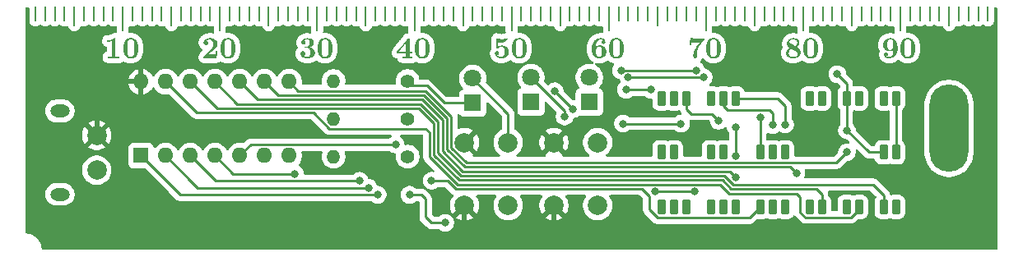
<source format=gtl>
%TF.GenerationSoftware,KiCad,Pcbnew,9.0.2*%
%TF.CreationDate,2025-10-23T19:15:02+09:00*%
%TF.ProjectId,simpleLogicCircuit,73696d70-6c65-44c6-9f67-696343697263,rev?*%
%TF.SameCoordinates,Original*%
%TF.FileFunction,Copper,L1,Top*%
%TF.FilePolarity,Positive*%
%FSLAX46Y46*%
G04 Gerber Fmt 4.6, Leading zero omitted, Abs format (unit mm)*
G04 Created by KiCad (PCBNEW 9.0.2) date 2025-10-23 19:15:02*
%MOMM*%
%LPD*%
G01*
G04 APERTURE LIST*
G04 Aperture macros list*
%AMRoundRect*
0 Rectangle with rounded corners*
0 $1 Rounding radius*
0 $2 $3 $4 $5 $6 $7 $8 $9 X,Y pos of 4 corners*
0 Add a 4 corners polygon primitive as box body*
4,1,4,$2,$3,$4,$5,$6,$7,$8,$9,$2,$3,0*
0 Add four circle primitives for the rounded corners*
1,1,$1+$1,$2,$3*
1,1,$1+$1,$4,$5*
1,1,$1+$1,$6,$7*
1,1,$1+$1,$8,$9*
0 Add four rect primitives between the rounded corners*
20,1,$1+$1,$2,$3,$4,$5,0*
20,1,$1+$1,$4,$5,$6,$7,0*
20,1,$1+$1,$6,$7,$8,$9,0*
20,1,$1+$1,$8,$9,$2,$3,0*%
G04 Aperture macros list end*
%TA.AperFunction,EtchedComponent*%
%ADD10C,0.000000*%
%TD*%
%TA.AperFunction,ComponentPad*%
%ADD11R,1.800000X1.800000*%
%TD*%
%TA.AperFunction,ComponentPad*%
%ADD12C,1.800000*%
%TD*%
%TA.AperFunction,SMDPad,CuDef*%
%ADD13RoundRect,0.225000X-0.225000X-0.525000X0.225000X-0.525000X0.225000X0.525000X-0.225000X0.525000X0*%
%TD*%
%TA.AperFunction,ComponentPad*%
%ADD14C,1.400000*%
%TD*%
%TA.AperFunction,ComponentPad*%
%ADD15O,1.400000X1.400000*%
%TD*%
%TA.AperFunction,ComponentPad*%
%ADD16C,2.000000*%
%TD*%
%TA.AperFunction,ComponentPad*%
%ADD17O,2.000000X1.300000*%
%TD*%
%TA.AperFunction,ComponentPad*%
%ADD18R,1.600000X1.600000*%
%TD*%
%TA.AperFunction,ComponentPad*%
%ADD19O,1.600000X1.600000*%
%TD*%
%TA.AperFunction,ComponentPad*%
%ADD20O,4.000000X9.000000*%
%TD*%
%TA.AperFunction,SMDPad,CuDef*%
%ADD21RoundRect,0.050000X-0.050000X-1.200000X0.050000X-1.200000X0.050000X1.200000X-0.050000X1.200000X0*%
%TD*%
%TA.AperFunction,SMDPad,CuDef*%
%ADD22RoundRect,0.050000X-0.050000X-0.950000X0.050000X-0.950000X0.050000X0.950000X-0.050000X0.950000X0*%
%TD*%
%TA.AperFunction,SMDPad,CuDef*%
%ADD23RoundRect,0.050000X-0.050000X-0.700000X0.050000X-0.700000X0.050000X0.700000X-0.050000X0.700000X0*%
%TD*%
%TA.AperFunction,ViaPad*%
%ADD24C,0.800000*%
%TD*%
%TA.AperFunction,Conductor*%
%ADD25C,0.250000*%
%TD*%
%TA.AperFunction,Conductor*%
%ADD26C,0.500000*%
%TD*%
G04 APERTURE END LIST*
D10*
%TA.AperFunction,EtchedComponent*%
%TO.C,G\u002A\u002A\u002A*%
G36*
X50874261Y-33186556D02*
G01*
X50909071Y-33187607D01*
X50940496Y-33189290D01*
X50966986Y-33191606D01*
X50979861Y-33193299D01*
X51029682Y-33202191D01*
X51074199Y-33212715D01*
X51115514Y-33225503D01*
X51155730Y-33241186D01*
X51187231Y-33255615D01*
X51236963Y-33282748D01*
X51282148Y-33314052D01*
X51324938Y-33351045D01*
X51332201Y-33358079D01*
X51381050Y-33411336D01*
X51424091Y-33469233D01*
X51461182Y-33531543D01*
X51492180Y-33598033D01*
X51509910Y-33646131D01*
X51527301Y-33705322D01*
X51542498Y-33770809D01*
X51555445Y-33841727D01*
X51566089Y-33917212D01*
X51574377Y-33996398D01*
X51580253Y-34078423D01*
X51583665Y-34162421D01*
X51584558Y-34247529D01*
X51582878Y-34332881D01*
X51578571Y-34417615D01*
X51571584Y-34500865D01*
X51566239Y-34548470D01*
X51553421Y-34632196D01*
X51536221Y-34711511D01*
X51514770Y-34786053D01*
X51489200Y-34855461D01*
X51459642Y-34919375D01*
X51426229Y-34977431D01*
X51392590Y-35024860D01*
X51349537Y-35073812D01*
X51301716Y-35117059D01*
X51249100Y-35154616D01*
X51191664Y-35186497D01*
X51129380Y-35212717D01*
X51062221Y-35233290D01*
X50990162Y-35248232D01*
X50983597Y-35249276D01*
X50969432Y-35250898D01*
X50949227Y-35252423D01*
X50924390Y-35253814D01*
X50896327Y-35255033D01*
X50866445Y-35256042D01*
X50836150Y-35256803D01*
X50806850Y-35257279D01*
X50779950Y-35257432D01*
X50756858Y-35257223D01*
X50738981Y-35256616D01*
X50731391Y-35256049D01*
X50657852Y-35246248D01*
X50590339Y-35232438D01*
X50528475Y-35214465D01*
X50471883Y-35192174D01*
X50420188Y-35165411D01*
X50373012Y-35134022D01*
X50329978Y-35097852D01*
X50318402Y-35086628D01*
X50281800Y-35045285D01*
X50247856Y-34997317D01*
X50216666Y-34943118D01*
X50188327Y-34883082D01*
X50162938Y-34817605D01*
X50140593Y-34747081D01*
X50121392Y-34671905D01*
X50105430Y-34592472D01*
X50092805Y-34509176D01*
X50083614Y-34422413D01*
X50077955Y-34332576D01*
X50075923Y-34240061D01*
X50076788Y-34191644D01*
X50490419Y-34191644D01*
X50490650Y-34285772D01*
X50491344Y-34372666D01*
X50492512Y-34452553D01*
X50494165Y-34525656D01*
X50496316Y-34592203D01*
X50498976Y-34652418D01*
X50502156Y-34706526D01*
X50505869Y-34754755D01*
X50510124Y-34797328D01*
X50514935Y-34834472D01*
X50520312Y-34866412D01*
X50526268Y-34893374D01*
X50526358Y-34893727D01*
X50532390Y-34912045D01*
X50541655Y-34933953D01*
X50552954Y-34957025D01*
X50565088Y-34978834D01*
X50576860Y-34996954D01*
X50578326Y-34998946D01*
X50611236Y-35037397D01*
X50647497Y-35069720D01*
X50686624Y-35095704D01*
X50728131Y-35115141D01*
X50771535Y-35127821D01*
X50816350Y-35133533D01*
X50862091Y-35132070D01*
X50880293Y-35129471D01*
X50924544Y-35118642D01*
X50965161Y-35102003D01*
X51003062Y-35079060D01*
X51039163Y-35049322D01*
X51050852Y-35037918D01*
X51066310Y-35021486D01*
X51080314Y-35004758D01*
X51092943Y-34987299D01*
X51104276Y-34968675D01*
X51114392Y-34948452D01*
X51123370Y-34926196D01*
X51131289Y-34901472D01*
X51138229Y-34873847D01*
X51144269Y-34842886D01*
X51149487Y-34808157D01*
X51153963Y-34769223D01*
X51157776Y-34725652D01*
X51161005Y-34677009D01*
X51163728Y-34622860D01*
X51166026Y-34562772D01*
X51167977Y-34496309D01*
X51169661Y-34423038D01*
X51170468Y-34381454D01*
X51171649Y-34301221D01*
X51172240Y-34221581D01*
X51172259Y-34143218D01*
X51171721Y-34066816D01*
X51170641Y-33993058D01*
X51169035Y-33922627D01*
X51166919Y-33856207D01*
X51164309Y-33794482D01*
X51161220Y-33738133D01*
X51157669Y-33687846D01*
X51153670Y-33644303D01*
X51153467Y-33642394D01*
X51149080Y-33605384D01*
X51144365Y-33574433D01*
X51138983Y-33548128D01*
X51132594Y-33525054D01*
X51124857Y-33503798D01*
X51115434Y-33482946D01*
X51114834Y-33481729D01*
X51090804Y-33440902D01*
X51061800Y-33405566D01*
X51027515Y-33375414D01*
X50987641Y-33350140D01*
X50977993Y-33345156D01*
X50945179Y-33330274D01*
X50914994Y-33320026D01*
X50884782Y-33313763D01*
X50851888Y-33310836D01*
X50836010Y-33310439D01*
X50795985Y-33311855D01*
X50759985Y-33317239D01*
X50725436Y-33327049D01*
X50709944Y-33332921D01*
X50666759Y-33354191D01*
X50627905Y-33380934D01*
X50593901Y-33412563D01*
X50565271Y-33448488D01*
X50542537Y-33488124D01*
X50526219Y-33530882D01*
X50522825Y-33543524D01*
X50517334Y-33569194D01*
X50512399Y-33599089D01*
X50508006Y-33633505D01*
X50504140Y-33672736D01*
X50500787Y-33717079D01*
X50497931Y-33766828D01*
X50495559Y-33822280D01*
X50493654Y-33883728D01*
X50492202Y-33951470D01*
X50491189Y-34025799D01*
X50490600Y-34107013D01*
X50490419Y-34191644D01*
X50076788Y-34191644D01*
X50077616Y-34145262D01*
X50079027Y-34113180D01*
X50084833Y-34022389D01*
X50092804Y-33938341D01*
X50103061Y-33860591D01*
X50115723Y-33788693D01*
X50130909Y-33722203D01*
X50148739Y-33660677D01*
X50169333Y-33603669D01*
X50192811Y-33550735D01*
X50219293Y-33501430D01*
X50248897Y-33455309D01*
X50260289Y-33439471D01*
X50302031Y-33388066D01*
X50346611Y-33343003D01*
X50394490Y-33304013D01*
X50446129Y-33270826D01*
X50501988Y-33243173D01*
X50562528Y-33220783D01*
X50628211Y-33203389D01*
X50680949Y-33193486D01*
X50703579Y-33190761D01*
X50732107Y-33188662D01*
X50764987Y-33187192D01*
X50800671Y-33186350D01*
X50837612Y-33186138D01*
X50874261Y-33186556D01*
G37*
%TD.AperFunction*%
%TA.AperFunction,EtchedComponent*%
G36*
X60865376Y-33186556D02*
G01*
X60900186Y-33187607D01*
X60931611Y-33189290D01*
X60958101Y-33191606D01*
X60970976Y-33193299D01*
X61020797Y-33202191D01*
X61065314Y-33212715D01*
X61106629Y-33225503D01*
X61146845Y-33241186D01*
X61178346Y-33255615D01*
X61228078Y-33282748D01*
X61273263Y-33314052D01*
X61316053Y-33351045D01*
X61323316Y-33358079D01*
X61372165Y-33411336D01*
X61415207Y-33469233D01*
X61452297Y-33531543D01*
X61483295Y-33598033D01*
X61501025Y-33646131D01*
X61518416Y-33705322D01*
X61533613Y-33770809D01*
X61546560Y-33841727D01*
X61557205Y-33917212D01*
X61565492Y-33996398D01*
X61571368Y-34078423D01*
X61574780Y-34162421D01*
X61575673Y-34247529D01*
X61573993Y-34332881D01*
X61569686Y-34417615D01*
X61562699Y-34500865D01*
X61557354Y-34548470D01*
X61544537Y-34632196D01*
X61527336Y-34711511D01*
X61505885Y-34786053D01*
X61480315Y-34855461D01*
X61450757Y-34919375D01*
X61417344Y-34977431D01*
X61383705Y-35024860D01*
X61340652Y-35073812D01*
X61292831Y-35117059D01*
X61240215Y-35154616D01*
X61182779Y-35186497D01*
X61120495Y-35212717D01*
X61053337Y-35233290D01*
X60981277Y-35248232D01*
X60974712Y-35249276D01*
X60960547Y-35250898D01*
X60940342Y-35252423D01*
X60915505Y-35253814D01*
X60887442Y-35255033D01*
X60857560Y-35256042D01*
X60827265Y-35256803D01*
X60797965Y-35257279D01*
X60771065Y-35257432D01*
X60747973Y-35257223D01*
X60730096Y-35256616D01*
X60722506Y-35256049D01*
X60648967Y-35246248D01*
X60581454Y-35232438D01*
X60519590Y-35214465D01*
X60462998Y-35192174D01*
X60411303Y-35165411D01*
X60364127Y-35134022D01*
X60321093Y-35097852D01*
X60309517Y-35086628D01*
X60272915Y-35045285D01*
X60238971Y-34997317D01*
X60207781Y-34943118D01*
X60179442Y-34883082D01*
X60154053Y-34817605D01*
X60131708Y-34747081D01*
X60112507Y-34671905D01*
X60096545Y-34592472D01*
X60083920Y-34509176D01*
X60074730Y-34422413D01*
X60069070Y-34332576D01*
X60067038Y-34240061D01*
X60067903Y-34191644D01*
X60481534Y-34191644D01*
X60481765Y-34285772D01*
X60482459Y-34372666D01*
X60483627Y-34452553D01*
X60485281Y-34525656D01*
X60487431Y-34592203D01*
X60490091Y-34652418D01*
X60493272Y-34706526D01*
X60496984Y-34754755D01*
X60501239Y-34797328D01*
X60506050Y-34834472D01*
X60511427Y-34866412D01*
X60517383Y-34893374D01*
X60517473Y-34893727D01*
X60523505Y-34912045D01*
X60532770Y-34933953D01*
X60544069Y-34957025D01*
X60556203Y-34978834D01*
X60567975Y-34996954D01*
X60569441Y-34998946D01*
X60602351Y-35037397D01*
X60638612Y-35069720D01*
X60677739Y-35095704D01*
X60719246Y-35115141D01*
X60762650Y-35127821D01*
X60807465Y-35133533D01*
X60853206Y-35132070D01*
X60871408Y-35129471D01*
X60915659Y-35118642D01*
X60956276Y-35102003D01*
X60994177Y-35079060D01*
X61030278Y-35049322D01*
X61041967Y-35037918D01*
X61057425Y-35021486D01*
X61071429Y-35004758D01*
X61084058Y-34987299D01*
X61095391Y-34968675D01*
X61105507Y-34948452D01*
X61114485Y-34926196D01*
X61122404Y-34901472D01*
X61129344Y-34873847D01*
X61135384Y-34842886D01*
X61140602Y-34808157D01*
X61145078Y-34769223D01*
X61148891Y-34725652D01*
X61152120Y-34677009D01*
X61154843Y-34622860D01*
X61157141Y-34562772D01*
X61159092Y-34496309D01*
X61160776Y-34423038D01*
X61161583Y-34381454D01*
X61162764Y-34301221D01*
X61163355Y-34221581D01*
X61163374Y-34143218D01*
X61162836Y-34066816D01*
X61161756Y-33993058D01*
X61160150Y-33922627D01*
X61158034Y-33856207D01*
X61155424Y-33794482D01*
X61152335Y-33738133D01*
X61148784Y-33687846D01*
X61144785Y-33644303D01*
X61144582Y-33642394D01*
X61140195Y-33605384D01*
X61135480Y-33574433D01*
X61130098Y-33548128D01*
X61123709Y-33525054D01*
X61115973Y-33503798D01*
X61106549Y-33482946D01*
X61105949Y-33481729D01*
X61081919Y-33440902D01*
X61052915Y-33405566D01*
X61018630Y-33375414D01*
X60978756Y-33350140D01*
X60969108Y-33345156D01*
X60936294Y-33330274D01*
X60906109Y-33320026D01*
X60875898Y-33313763D01*
X60843003Y-33310836D01*
X60827125Y-33310439D01*
X60787100Y-33311855D01*
X60751100Y-33317239D01*
X60716551Y-33327049D01*
X60701059Y-33332921D01*
X60657874Y-33354191D01*
X60619020Y-33380934D01*
X60585016Y-33412563D01*
X60556386Y-33448488D01*
X60533652Y-33488124D01*
X60517334Y-33530882D01*
X60513940Y-33543524D01*
X60508449Y-33569194D01*
X60503514Y-33599089D01*
X60499121Y-33633505D01*
X60495255Y-33672736D01*
X60491902Y-33717079D01*
X60489046Y-33766828D01*
X60486674Y-33822280D01*
X60484769Y-33883728D01*
X60483317Y-33951470D01*
X60482304Y-34025799D01*
X60481715Y-34107013D01*
X60481534Y-34191644D01*
X60067903Y-34191644D01*
X60068731Y-34145262D01*
X60070142Y-34113180D01*
X60075948Y-34022389D01*
X60083919Y-33938341D01*
X60094176Y-33860591D01*
X60106838Y-33788693D01*
X60122024Y-33722203D01*
X60139854Y-33660677D01*
X60160448Y-33603669D01*
X60183926Y-33550735D01*
X60210408Y-33501430D01*
X60240012Y-33455309D01*
X60251404Y-33439471D01*
X60293146Y-33388066D01*
X60337726Y-33343003D01*
X60385605Y-33304013D01*
X60437244Y-33270826D01*
X60493103Y-33243173D01*
X60553643Y-33220783D01*
X60619326Y-33203389D01*
X60672064Y-33193486D01*
X60694694Y-33190761D01*
X60723223Y-33188662D01*
X60756103Y-33187192D01*
X60791786Y-33186350D01*
X60828727Y-33186138D01*
X60865376Y-33186556D01*
G37*
%TD.AperFunction*%
%TA.AperFunction,EtchedComponent*%
G36*
X69024940Y-33189645D02*
G01*
X69098420Y-33194137D01*
X69169918Y-33202748D01*
X69238711Y-33215303D01*
X69304074Y-33231627D01*
X69365283Y-33251546D01*
X69421614Y-33274886D01*
X69472341Y-33301471D01*
X69506239Y-33323411D01*
X69527144Y-33339669D01*
X69549354Y-33359311D01*
X69571247Y-33380706D01*
X69591206Y-33402222D01*
X69607610Y-33422229D01*
X69615422Y-33433374D01*
X69634707Y-33468073D01*
X69648886Y-33504422D01*
X69658369Y-33543858D01*
X69663568Y-33587817D01*
X69664469Y-33605030D01*
X69663338Y-33663648D01*
X69655402Y-33719472D01*
X69640565Y-33772743D01*
X69618734Y-33823704D01*
X69589813Y-33872597D01*
X69553708Y-33919662D01*
X69531620Y-33943957D01*
X69479201Y-33993428D01*
X69422460Y-34037036D01*
X69361075Y-34074991D01*
X69294725Y-34107507D01*
X69263666Y-34120225D01*
X69248515Y-34126188D01*
X69239553Y-34130139D01*
X69235955Y-34132652D01*
X69236897Y-34134298D01*
X69241495Y-34135637D01*
X69317826Y-34155571D01*
X69389186Y-34179949D01*
X69455256Y-34208621D01*
X69515714Y-34241439D01*
X69570240Y-34278251D01*
X69603256Y-34305041D01*
X69644596Y-34345838D01*
X69680783Y-34391100D01*
X69711227Y-34439901D01*
X69735337Y-34491315D01*
X69750175Y-34535524D01*
X69753495Y-34547902D01*
X69756016Y-34558691D01*
X69757849Y-34569220D01*
X69759107Y-34580816D01*
X69759905Y-34594810D01*
X69760354Y-34612528D01*
X69760567Y-34635301D01*
X69760646Y-34658693D01*
X69760591Y-34689442D01*
X69760222Y-34714048D01*
X69759466Y-34733839D01*
X69758249Y-34750142D01*
X69756498Y-34764284D01*
X69754139Y-34777591D01*
X69754032Y-34778122D01*
X69738757Y-34837708D01*
X69717975Y-34892713D01*
X69691445Y-34943468D01*
X69658924Y-34990303D01*
X69620172Y-35033546D01*
X69574946Y-35073529D01*
X69523005Y-35110581D01*
X69500247Y-35124683D01*
X69430434Y-35162216D01*
X69357296Y-35193515D01*
X69280496Y-35218688D01*
X69199697Y-35237843D01*
X69114562Y-35251086D01*
X69099499Y-35252772D01*
X69079319Y-35254425D01*
X69053884Y-35255776D01*
X69024928Y-35256801D01*
X68994188Y-35257477D01*
X68963398Y-35257779D01*
X68934294Y-35257683D01*
X68908610Y-35257165D01*
X68888082Y-35256201D01*
X68882788Y-35255786D01*
X68827260Y-35249174D01*
X68769250Y-35239310D01*
X68711646Y-35226782D01*
X68657338Y-35212178D01*
X68636706Y-35205731D01*
X68581453Y-35184927D01*
X68528858Y-35159753D01*
X68479642Y-35130754D01*
X68434530Y-35098481D01*
X68394243Y-35063482D01*
X68359505Y-35026304D01*
X68331039Y-34987496D01*
X68317056Y-34963243D01*
X68297685Y-34919205D01*
X68284595Y-34873686D01*
X68277542Y-34825530D01*
X68276282Y-34773581D01*
X68276389Y-34770219D01*
X68278638Y-34737625D01*
X68283318Y-34710130D01*
X68291073Y-34685577D01*
X68302547Y-34661808D01*
X68314603Y-34642261D01*
X68340782Y-34609407D01*
X68371672Y-34582056D01*
X68406598Y-34560533D01*
X68444882Y-34545162D01*
X68485849Y-34536265D01*
X68528824Y-34534168D01*
X68539040Y-34534690D01*
X68581379Y-34541157D01*
X68620588Y-34554099D01*
X68656157Y-34572992D01*
X68687574Y-34597312D01*
X68714328Y-34626535D01*
X68735909Y-34660136D01*
X68751804Y-34697592D01*
X68761502Y-34738378D01*
X68764201Y-34765544D01*
X68763010Y-34809710D01*
X68755274Y-34851463D01*
X68741233Y-34890190D01*
X68721127Y-34925283D01*
X68695194Y-34956131D01*
X68685835Y-34964890D01*
X68674117Y-34973951D01*
X68659079Y-34983770D01*
X68642483Y-34993398D01*
X68626096Y-35001883D01*
X68611682Y-35008276D01*
X68601006Y-35011625D01*
X68598549Y-35011901D01*
X68593671Y-35012326D01*
X68594632Y-35014443D01*
X68598822Y-35017817D01*
X68608395Y-35024005D01*
X68623221Y-35032126D01*
X68641605Y-35041371D01*
X68661849Y-35050930D01*
X68682259Y-35059990D01*
X68701136Y-35067741D01*
X68710914Y-35071389D01*
X68756643Y-35085508D01*
X68805012Y-35096673D01*
X68854730Y-35104800D01*
X68904504Y-35109806D01*
X68953041Y-35111605D01*
X68999049Y-35110115D01*
X69041236Y-35105250D01*
X69078309Y-35096928D01*
X69082685Y-35095588D01*
X69117698Y-35081554D01*
X69148529Y-35062799D01*
X69175449Y-35038956D01*
X69198732Y-35009659D01*
X69218648Y-34974541D01*
X69235471Y-34933238D01*
X69249471Y-34885382D01*
X69254258Y-34864711D01*
X69261795Y-34822586D01*
X69267541Y-34775095D01*
X69271417Y-34724147D01*
X69273349Y-34671650D01*
X69273258Y-34619511D01*
X69271069Y-34569639D01*
X69267637Y-34531633D01*
X69261663Y-34490844D01*
X69253307Y-34449842D01*
X69243001Y-34410074D01*
X69231174Y-34372989D01*
X69218256Y-34340036D01*
X69204680Y-34312662D01*
X69200448Y-34305604D01*
X69178093Y-34277090D01*
X69149751Y-34252520D01*
X69116012Y-34232287D01*
X69077465Y-34216787D01*
X69060267Y-34211855D01*
X69051332Y-34209701D01*
X69042457Y-34207939D01*
X69032744Y-34206518D01*
X69021291Y-34205383D01*
X69007200Y-34204482D01*
X68989570Y-34203762D01*
X68967502Y-34203171D01*
X68940097Y-34202655D01*
X68906454Y-34202161D01*
X68892129Y-34201972D01*
X68854590Y-34201429D01*
X68823857Y-34200844D01*
X68799263Y-34200185D01*
X68780142Y-34199419D01*
X68765828Y-34198516D01*
X68755653Y-34197443D01*
X68748950Y-34196168D01*
X68745539Y-34194928D01*
X68735399Y-34187215D01*
X68728716Y-34175733D01*
X68725058Y-34159340D01*
X68723991Y-34137939D01*
X68724245Y-34122443D01*
X68725365Y-34112163D01*
X68727889Y-34104848D01*
X68732355Y-34098249D01*
X68733935Y-34096331D01*
X68742385Y-34087908D01*
X68750697Y-34082033D01*
X68752216Y-34081344D01*
X68759358Y-34079742D01*
X68773053Y-34077909D01*
X68793468Y-34075830D01*
X68820773Y-34073490D01*
X68855135Y-34070873D01*
X68896723Y-34067965D01*
X68916652Y-34066635D01*
X68948862Y-34063913D01*
X68975309Y-34060159D01*
X68997681Y-34054941D01*
X69017663Y-34047828D01*
X69036943Y-34038390D01*
X69044812Y-34033880D01*
X69064767Y-34019704D01*
X69086173Y-34000465D01*
X69107327Y-33977878D01*
X69126528Y-33953657D01*
X69131374Y-33946739D01*
X69155328Y-33906148D01*
X69176254Y-33860007D01*
X69193826Y-33809732D01*
X69207719Y-33756741D01*
X69217610Y-33702449D01*
X69223173Y-33648274D01*
X69224083Y-33595632D01*
X69221186Y-33555092D01*
X69213341Y-33505989D01*
X69201858Y-33463281D01*
X69186486Y-33426702D01*
X69166974Y-33395985D01*
X69143071Y-33370864D01*
X69114524Y-33351071D01*
X69081082Y-33336341D01*
X69042495Y-33326407D01*
X69000485Y-33321143D01*
X68958218Y-33320225D01*
X68913699Y-33323209D01*
X68868218Y-33329746D01*
X68823064Y-33339490D01*
X68779526Y-33352096D01*
X68738894Y-33367216D01*
X68702458Y-33384504D01*
X68671506Y-33403613D01*
X68659698Y-33412725D01*
X68647748Y-33422702D01*
X68672570Y-33430962D01*
X68707971Y-33446596D01*
X68739994Y-33468487D01*
X68767902Y-33495899D01*
X68790957Y-33528100D01*
X68808421Y-33564354D01*
X68809510Y-33567285D01*
X68813541Y-33579135D01*
X68816273Y-33589814D01*
X68817949Y-33601276D01*
X68818813Y-33615474D01*
X68819110Y-33634360D01*
X68819124Y-33644263D01*
X68818924Y-33666228D01*
X68818228Y-33682566D01*
X68816825Y-33695115D01*
X68814505Y-33705717D01*
X68811056Y-33716210D01*
X68810812Y-33716869D01*
X68793431Y-33753549D01*
X68770451Y-33786268D01*
X68742634Y-33814263D01*
X68710739Y-33836774D01*
X68675527Y-33853039D01*
X68674383Y-33853438D01*
X68651591Y-33859205D01*
X68624326Y-33862826D01*
X68595323Y-33864131D01*
X68567314Y-33862949D01*
X68552672Y-33861067D01*
X68517378Y-33851440D01*
X68483404Y-33834981D01*
X68451940Y-33812328D01*
X68438246Y-33799611D01*
X68415027Y-33773049D01*
X68397473Y-33745311D01*
X68385255Y-33715358D01*
X68378046Y-33682153D01*
X68375516Y-33644655D01*
X68377011Y-33605823D01*
X68384393Y-33552801D01*
X68398052Y-33503322D01*
X68418096Y-33457240D01*
X68444630Y-33414410D01*
X68477763Y-33374687D01*
X68517601Y-33337926D01*
X68564252Y-33303980D01*
X68617822Y-33272704D01*
X68624930Y-33269016D01*
X68682002Y-33242545D01*
X68739196Y-33221785D01*
X68797899Y-33206399D01*
X68859493Y-33196048D01*
X68925365Y-33190393D01*
X68950204Y-33189447D01*
X69024940Y-33189645D01*
G37*
%TD.AperFunction*%
%TA.AperFunction,EtchedComponent*%
G36*
X70856491Y-33186556D02*
G01*
X70891302Y-33187607D01*
X70922726Y-33189290D01*
X70949216Y-33191606D01*
X70962091Y-33193299D01*
X71011912Y-33202191D01*
X71056429Y-33212715D01*
X71097744Y-33225503D01*
X71137960Y-33241186D01*
X71169461Y-33255615D01*
X71219193Y-33282748D01*
X71264379Y-33314052D01*
X71307168Y-33351045D01*
X71314431Y-33358079D01*
X71363281Y-33411336D01*
X71406322Y-33469233D01*
X71443412Y-33531543D01*
X71474410Y-33598033D01*
X71492140Y-33646131D01*
X71509531Y-33705322D01*
X71524728Y-33770809D01*
X71537675Y-33841727D01*
X71548320Y-33917212D01*
X71556607Y-33996398D01*
X71562483Y-34078423D01*
X71565895Y-34162421D01*
X71566788Y-34247529D01*
X71565108Y-34332881D01*
X71560801Y-34417615D01*
X71553814Y-34500865D01*
X71548470Y-34548470D01*
X71535652Y-34632196D01*
X71518451Y-34711511D01*
X71497000Y-34786053D01*
X71471430Y-34855461D01*
X71441872Y-34919375D01*
X71408459Y-34977431D01*
X71374820Y-35024860D01*
X71331767Y-35073812D01*
X71283946Y-35117059D01*
X71231330Y-35154616D01*
X71173894Y-35186497D01*
X71111610Y-35212717D01*
X71044452Y-35233290D01*
X70972393Y-35248232D01*
X70965827Y-35249276D01*
X70951662Y-35250898D01*
X70931457Y-35252423D01*
X70906620Y-35253814D01*
X70878557Y-35255033D01*
X70848675Y-35256042D01*
X70818380Y-35256803D01*
X70789080Y-35257279D01*
X70762180Y-35257432D01*
X70739088Y-35257223D01*
X70721211Y-35256616D01*
X70713621Y-35256049D01*
X70640082Y-35246248D01*
X70572569Y-35232438D01*
X70510705Y-35214465D01*
X70454113Y-35192174D01*
X70402418Y-35165411D01*
X70355242Y-35134022D01*
X70312208Y-35097852D01*
X70300632Y-35086628D01*
X70264030Y-35045285D01*
X70230086Y-34997317D01*
X70198896Y-34943118D01*
X70170557Y-34883082D01*
X70145168Y-34817605D01*
X70122823Y-34747081D01*
X70103622Y-34671905D01*
X70087660Y-34592472D01*
X70075035Y-34509176D01*
X70065845Y-34422413D01*
X70060185Y-34332576D01*
X70058153Y-34240061D01*
X70059018Y-34191644D01*
X70472649Y-34191644D01*
X70472880Y-34285772D01*
X70473574Y-34372666D01*
X70474742Y-34452553D01*
X70476396Y-34525656D01*
X70478547Y-34592203D01*
X70481206Y-34652418D01*
X70484387Y-34706526D01*
X70488099Y-34754755D01*
X70492354Y-34797328D01*
X70497165Y-34834472D01*
X70502542Y-34866412D01*
X70508498Y-34893374D01*
X70508588Y-34893727D01*
X70514620Y-34912045D01*
X70523885Y-34933953D01*
X70535184Y-34957025D01*
X70547318Y-34978834D01*
X70559090Y-34996954D01*
X70560556Y-34998946D01*
X70593467Y-35037397D01*
X70629727Y-35069720D01*
X70668854Y-35095704D01*
X70710361Y-35115141D01*
X70753765Y-35127821D01*
X70798580Y-35133533D01*
X70844321Y-35132070D01*
X70862523Y-35129471D01*
X70906774Y-35118642D01*
X70947391Y-35102003D01*
X70985292Y-35079060D01*
X71021393Y-35049322D01*
X71033082Y-35037918D01*
X71048540Y-35021486D01*
X71062544Y-35004758D01*
X71075173Y-34987299D01*
X71086506Y-34968675D01*
X71096622Y-34948452D01*
X71105600Y-34926196D01*
X71113519Y-34901472D01*
X71120459Y-34873847D01*
X71126499Y-34842886D01*
X71131717Y-34808157D01*
X71136193Y-34769223D01*
X71140006Y-34725652D01*
X71143235Y-34677009D01*
X71145958Y-34622860D01*
X71148256Y-34562772D01*
X71150207Y-34496309D01*
X71151891Y-34423038D01*
X71152698Y-34381454D01*
X71153879Y-34301221D01*
X71154470Y-34221581D01*
X71154489Y-34143218D01*
X71153951Y-34066816D01*
X71152871Y-33993058D01*
X71151265Y-33922627D01*
X71149149Y-33856207D01*
X71146539Y-33794482D01*
X71143450Y-33738133D01*
X71139899Y-33687846D01*
X71135900Y-33644303D01*
X71135697Y-33642394D01*
X71131310Y-33605384D01*
X71126595Y-33574433D01*
X71121213Y-33548128D01*
X71114824Y-33525054D01*
X71107088Y-33503798D01*
X71097664Y-33482946D01*
X71097064Y-33481729D01*
X71073034Y-33440902D01*
X71044030Y-33405566D01*
X71009745Y-33375414D01*
X70969872Y-33350140D01*
X70960223Y-33345156D01*
X70927409Y-33330274D01*
X70897224Y-33320026D01*
X70867013Y-33313763D01*
X70834118Y-33310836D01*
X70818240Y-33310439D01*
X70778215Y-33311855D01*
X70742215Y-33317239D01*
X70707666Y-33327049D01*
X70692174Y-33332921D01*
X70648990Y-33354191D01*
X70610135Y-33380934D01*
X70576131Y-33412563D01*
X70547501Y-33448488D01*
X70524767Y-33488124D01*
X70508449Y-33530882D01*
X70505055Y-33543524D01*
X70499564Y-33569194D01*
X70494629Y-33599089D01*
X70490236Y-33633505D01*
X70486371Y-33672736D01*
X70483017Y-33717079D01*
X70480161Y-33766828D01*
X70477789Y-33822280D01*
X70475884Y-33883728D01*
X70474432Y-33951470D01*
X70473419Y-34025799D01*
X70472830Y-34107013D01*
X70472649Y-34191644D01*
X70059018Y-34191644D01*
X70059846Y-34145262D01*
X70061257Y-34113180D01*
X70067063Y-34022389D01*
X70075034Y-33938341D01*
X70085291Y-33860591D01*
X70097953Y-33788693D01*
X70113139Y-33722203D01*
X70130969Y-33660677D01*
X70151564Y-33603669D01*
X70175041Y-33550735D01*
X70201523Y-33501430D01*
X70231127Y-33455309D01*
X70242519Y-33439471D01*
X70284261Y-33388066D01*
X70328841Y-33343003D01*
X70376720Y-33304013D01*
X70428359Y-33270826D01*
X70484218Y-33243173D01*
X70544758Y-33220783D01*
X70610442Y-33203389D01*
X70663179Y-33193486D01*
X70685809Y-33190761D01*
X70714338Y-33188662D01*
X70747218Y-33187192D01*
X70782902Y-33186350D01*
X70819842Y-33186138D01*
X70856491Y-33186556D01*
G37*
%TD.AperFunction*%
%TA.AperFunction,EtchedComponent*%
G36*
X80847606Y-33186556D02*
G01*
X80882417Y-33187607D01*
X80913841Y-33189290D01*
X80940331Y-33191606D01*
X80953206Y-33193299D01*
X81003027Y-33202191D01*
X81047544Y-33212715D01*
X81088859Y-33225503D01*
X81129075Y-33241186D01*
X81160576Y-33255615D01*
X81210308Y-33282748D01*
X81255494Y-33314052D01*
X81298283Y-33351045D01*
X81305546Y-33358079D01*
X81354396Y-33411336D01*
X81397437Y-33469233D01*
X81434527Y-33531543D01*
X81465525Y-33598033D01*
X81483255Y-33646131D01*
X81500646Y-33705322D01*
X81515843Y-33770809D01*
X81528790Y-33841727D01*
X81539435Y-33917212D01*
X81547722Y-33996398D01*
X81553599Y-34078423D01*
X81557010Y-34162421D01*
X81557903Y-34247529D01*
X81556223Y-34332881D01*
X81551916Y-34417615D01*
X81544929Y-34500865D01*
X81539585Y-34548470D01*
X81526767Y-34632196D01*
X81509566Y-34711511D01*
X81488115Y-34786053D01*
X81462545Y-34855461D01*
X81432987Y-34919375D01*
X81399574Y-34977431D01*
X81365935Y-35024860D01*
X81322882Y-35073812D01*
X81275061Y-35117059D01*
X81222445Y-35154616D01*
X81165009Y-35186497D01*
X81102725Y-35212717D01*
X81035567Y-35233290D01*
X80963508Y-35248232D01*
X80956942Y-35249276D01*
X80942777Y-35250898D01*
X80922572Y-35252423D01*
X80897735Y-35253814D01*
X80869672Y-35255033D01*
X80839790Y-35256042D01*
X80809495Y-35256803D01*
X80780195Y-35257279D01*
X80753295Y-35257432D01*
X80730203Y-35257223D01*
X80712326Y-35256616D01*
X80704736Y-35256049D01*
X80631197Y-35246248D01*
X80563684Y-35232438D01*
X80501820Y-35214465D01*
X80445228Y-35192174D01*
X80393533Y-35165411D01*
X80346357Y-35134022D01*
X80303323Y-35097852D01*
X80291747Y-35086628D01*
X80255145Y-35045285D01*
X80221201Y-34997317D01*
X80190011Y-34943118D01*
X80161672Y-34883082D01*
X80136283Y-34817605D01*
X80113938Y-34747081D01*
X80094737Y-34671905D01*
X80078775Y-34592472D01*
X80066151Y-34509176D01*
X80056960Y-34422413D01*
X80051300Y-34332576D01*
X80049268Y-34240061D01*
X80050133Y-34191644D01*
X80463765Y-34191644D01*
X80463995Y-34285772D01*
X80464689Y-34372666D01*
X80465857Y-34452553D01*
X80467511Y-34525656D01*
X80469662Y-34592203D01*
X80472321Y-34652418D01*
X80475502Y-34706526D01*
X80479214Y-34754755D01*
X80483469Y-34797328D01*
X80488280Y-34834472D01*
X80493657Y-34866412D01*
X80499613Y-34893374D01*
X80499703Y-34893727D01*
X80505735Y-34912045D01*
X80515000Y-34933953D01*
X80526299Y-34957025D01*
X80538433Y-34978834D01*
X80550205Y-34996954D01*
X80551671Y-34998946D01*
X80584582Y-35037397D01*
X80620842Y-35069720D01*
X80659969Y-35095704D01*
X80701476Y-35115141D01*
X80744880Y-35127821D01*
X80789695Y-35133533D01*
X80835436Y-35132070D01*
X80853638Y-35129471D01*
X80897889Y-35118642D01*
X80938506Y-35102003D01*
X80976407Y-35079060D01*
X81012508Y-35049322D01*
X81024197Y-35037918D01*
X81039655Y-35021486D01*
X81053659Y-35004758D01*
X81066288Y-34987299D01*
X81077621Y-34968675D01*
X81087737Y-34948452D01*
X81096715Y-34926196D01*
X81104634Y-34901472D01*
X81111574Y-34873847D01*
X81117614Y-34842886D01*
X81122832Y-34808157D01*
X81127308Y-34769223D01*
X81131121Y-34725652D01*
X81134350Y-34677009D01*
X81137073Y-34622860D01*
X81139371Y-34562772D01*
X81141322Y-34496309D01*
X81143006Y-34423038D01*
X81143813Y-34381454D01*
X81144994Y-34301221D01*
X81145586Y-34221581D01*
X81145604Y-34143218D01*
X81145066Y-34066816D01*
X81143986Y-33993058D01*
X81142380Y-33922627D01*
X81140264Y-33856207D01*
X81137654Y-33794482D01*
X81134565Y-33738133D01*
X81131014Y-33687846D01*
X81127015Y-33644303D01*
X81126812Y-33642394D01*
X81122425Y-33605384D01*
X81117710Y-33574433D01*
X81112328Y-33548128D01*
X81105939Y-33525054D01*
X81098203Y-33503798D01*
X81088779Y-33482946D01*
X81088179Y-33481729D01*
X81064149Y-33440902D01*
X81035145Y-33405566D01*
X81000860Y-33375414D01*
X80960987Y-33350140D01*
X80951338Y-33345156D01*
X80918524Y-33330274D01*
X80888340Y-33320026D01*
X80858128Y-33313763D01*
X80825233Y-33310836D01*
X80809355Y-33310439D01*
X80769330Y-33311855D01*
X80733330Y-33317239D01*
X80698781Y-33327049D01*
X80683289Y-33332921D01*
X80640105Y-33354191D01*
X80601250Y-33380934D01*
X80567246Y-33412563D01*
X80538616Y-33448488D01*
X80515882Y-33488124D01*
X80499565Y-33530882D01*
X80496170Y-33543524D01*
X80490679Y-33569194D01*
X80485744Y-33599089D01*
X80481351Y-33633505D01*
X80477486Y-33672736D01*
X80474132Y-33717079D01*
X80471276Y-33766828D01*
X80468904Y-33822280D01*
X80466999Y-33883728D01*
X80465547Y-33951470D01*
X80464534Y-34025799D01*
X80463945Y-34107013D01*
X80463765Y-34191644D01*
X80050133Y-34191644D01*
X80050961Y-34145262D01*
X80052372Y-34113180D01*
X80058178Y-34022389D01*
X80066149Y-33938341D01*
X80076406Y-33860591D01*
X80089068Y-33788693D01*
X80104254Y-33722203D01*
X80122084Y-33660677D01*
X80142679Y-33603669D01*
X80166156Y-33550735D01*
X80192638Y-33501430D01*
X80222242Y-33455309D01*
X80233634Y-33439471D01*
X80275376Y-33388066D01*
X80319957Y-33343003D01*
X80367835Y-33304013D01*
X80419474Y-33270826D01*
X80475333Y-33243173D01*
X80535873Y-33220783D01*
X80601557Y-33203389D01*
X80654294Y-33193486D01*
X80676924Y-33190761D01*
X80705453Y-33188662D01*
X80738333Y-33187192D01*
X80774017Y-33186350D01*
X80810957Y-33186138D01*
X80847606Y-33186556D01*
G37*
%TD.AperFunction*%
%TA.AperFunction,EtchedComponent*%
G36*
X88485334Y-33185846D02*
G01*
X88492059Y-33187667D01*
X88504421Y-33191515D01*
X88521013Y-33196934D01*
X88540426Y-33203465D01*
X88554898Y-33208440D01*
X88641009Y-33235372D01*
X88726537Y-33256072D01*
X88812908Y-33270774D01*
X88901544Y-33279715D01*
X88993869Y-33283129D01*
X89007001Y-33283179D01*
X89085262Y-33281367D01*
X89160065Y-33275740D01*
X89233126Y-33266013D01*
X89306156Y-33251902D01*
X89380871Y-33233120D01*
X89458983Y-33209382D01*
X89467692Y-33206511D01*
X89491412Y-33198678D01*
X89509181Y-33192995D01*
X89522126Y-33189224D01*
X89531377Y-33187125D01*
X89538061Y-33186457D01*
X89543306Y-33186981D01*
X89548241Y-33188457D01*
X89549833Y-33189051D01*
X89564689Y-33197781D01*
X89574494Y-33211071D01*
X89579589Y-33229541D01*
X89580537Y-33245141D01*
X89579804Y-33262081D01*
X89577074Y-33276476D01*
X89571557Y-33290323D01*
X89562458Y-33305619D01*
X89549244Y-33324021D01*
X89499403Y-33384096D01*
X89444065Y-33439434D01*
X89383732Y-33489758D01*
X89318901Y-33534793D01*
X89250073Y-33574261D01*
X89177748Y-33607888D01*
X89102423Y-33635396D01*
X89024600Y-33656509D01*
X88944776Y-33670951D01*
X88915676Y-33674461D01*
X88892977Y-33676103D01*
X88864592Y-33677019D01*
X88832270Y-33677249D01*
X88797758Y-33676834D01*
X88762804Y-33675813D01*
X88729155Y-33674227D01*
X88698561Y-33672116D01*
X88672768Y-33669519D01*
X88666989Y-33668759D01*
X88649954Y-33666428D01*
X88635461Y-33664545D01*
X88625230Y-33663326D01*
X88621219Y-33662976D01*
X88620146Y-33664433D01*
X88619240Y-33669150D01*
X88618488Y-33677622D01*
X88617878Y-33690343D01*
X88617400Y-33707808D01*
X88617040Y-33730513D01*
X88616787Y-33758950D01*
X88616630Y-33793616D01*
X88616557Y-33835005D01*
X88616548Y-33859105D01*
X88616576Y-33896606D01*
X88616654Y-33931755D01*
X88616779Y-33963863D01*
X88616945Y-33992239D01*
X88617147Y-34016193D01*
X88617379Y-34035035D01*
X88617636Y-34048074D01*
X88617914Y-34054619D01*
X88618034Y-34055266D01*
X88621700Y-34053464D01*
X88630088Y-34048686D01*
X88641556Y-34041873D01*
X88644540Y-34040066D01*
X88698408Y-34011556D01*
X88757210Y-33988384D01*
X88820557Y-33970646D01*
X88888059Y-33958440D01*
X88959325Y-33951860D01*
X89007397Y-33950647D01*
X89079030Y-33952855D01*
X89146090Y-33959658D01*
X89210100Y-33971318D01*
X89272577Y-33988100D01*
X89322726Y-34005486D01*
X89386107Y-34033307D01*
X89444706Y-34066618D01*
X89498288Y-34105146D01*
X89546614Y-34148622D01*
X89589447Y-34196774D01*
X89626550Y-34249330D01*
X89657684Y-34306019D01*
X89682614Y-34366571D01*
X89701101Y-34430713D01*
X89703193Y-34440114D01*
X89712921Y-34498422D01*
X89718047Y-34559833D01*
X89718558Y-34622133D01*
X89714437Y-34683107D01*
X89705671Y-34740539D01*
X89705248Y-34742611D01*
X89688754Y-34804575D01*
X89665538Y-34863562D01*
X89635828Y-34919343D01*
X89599851Y-34971688D01*
X89557836Y-35020367D01*
X89510009Y-35065150D01*
X89456599Y-35105808D01*
X89397833Y-35142111D01*
X89333939Y-35173828D01*
X89265144Y-35200732D01*
X89244477Y-35207547D01*
X89183779Y-35224990D01*
X89124249Y-35238296D01*
X89063902Y-35247772D01*
X89000751Y-35253727D01*
X88932813Y-35256468D01*
X88928537Y-35256537D01*
X88902885Y-35256847D01*
X88879304Y-35256997D01*
X88858960Y-35256989D01*
X88843022Y-35256828D01*
X88832656Y-35256517D01*
X88829522Y-35256248D01*
X88821261Y-35254931D01*
X88808292Y-35252990D01*
X88793311Y-35250827D01*
X88792159Y-35250664D01*
X88766035Y-35246004D01*
X88735702Y-35239036D01*
X88703791Y-35230468D01*
X88672931Y-35221008D01*
X88645750Y-35211363D01*
X88645039Y-35211085D01*
X88585312Y-35184325D01*
X88529964Y-35152600D01*
X88479354Y-35116308D01*
X88433843Y-35075846D01*
X88393792Y-35031611D01*
X88359560Y-34984000D01*
X88331509Y-34933411D01*
X88309998Y-34880240D01*
X88295627Y-34826092D01*
X88287840Y-34777311D01*
X88285053Y-34733611D01*
X88287384Y-34694417D01*
X88294950Y-34659152D01*
X88307869Y-34627240D01*
X88326260Y-34598106D01*
X88347171Y-34574199D01*
X88375938Y-34549072D01*
X88405822Y-34530727D01*
X88438042Y-34518665D01*
X88473818Y-34512384D01*
X88500869Y-34511161D01*
X88541181Y-34514597D01*
X88578857Y-34524752D01*
X88613292Y-34541184D01*
X88643883Y-34563449D01*
X88670026Y-34591105D01*
X88691118Y-34623708D01*
X88706553Y-34660815D01*
X88707057Y-34662430D01*
X88713359Y-34692270D01*
X88715465Y-34725381D01*
X88713383Y-34758854D01*
X88707123Y-34789783D01*
X88706663Y-34791335D01*
X88692227Y-34827761D01*
X88672162Y-34861291D01*
X88647438Y-34890564D01*
X88619730Y-34913733D01*
X88605187Y-34922146D01*
X88587635Y-34929993D01*
X88569666Y-34936313D01*
X88553872Y-34940144D01*
X88546609Y-34940848D01*
X88536161Y-34941624D01*
X88531154Y-34944285D01*
X88531664Y-34949545D01*
X88537772Y-34958120D01*
X88549556Y-34970726D01*
X88549943Y-34971119D01*
X88592721Y-35009192D01*
X88639906Y-35041518D01*
X88690939Y-35067933D01*
X88745261Y-35088272D01*
X88802313Y-35102372D01*
X88861536Y-35110070D01*
X88922372Y-35111202D01*
X88984261Y-35105604D01*
X89000357Y-35103043D01*
X89047364Y-35091549D01*
X89089839Y-35074171D01*
X89127709Y-35050951D01*
X89160902Y-35021932D01*
X89186902Y-34990635D01*
X89205670Y-34960819D01*
X89221049Y-34928278D01*
X89233464Y-34891812D01*
X89243341Y-34850219D01*
X89249512Y-34813754D01*
X89254713Y-34771046D01*
X89258612Y-34724282D01*
X89261239Y-34674533D01*
X89262623Y-34622870D01*
X89262793Y-34570366D01*
X89261779Y-34518092D01*
X89259609Y-34467120D01*
X89256314Y-34418522D01*
X89251922Y-34373370D01*
X89246462Y-34332735D01*
X89239965Y-34297689D01*
X89234845Y-34277162D01*
X89229099Y-34259737D01*
X89221011Y-34238723D01*
X89211778Y-34217108D01*
X89204873Y-34202402D01*
X89184519Y-34166264D01*
X89162044Y-34136673D01*
X89136840Y-34113293D01*
X89108298Y-34095787D01*
X89075807Y-34083821D01*
X89038758Y-34077058D01*
X88996541Y-34075161D01*
X88975242Y-34075829D01*
X88906637Y-34082398D01*
X88842758Y-34094753D01*
X88783607Y-34112893D01*
X88729184Y-34136817D01*
X88679491Y-34166526D01*
X88634529Y-34202019D01*
X88594299Y-34243294D01*
X88593099Y-34244699D01*
X88581140Y-34258177D01*
X88569856Y-34269862D01*
X88560702Y-34278303D01*
X88556017Y-34281682D01*
X88545526Y-34284736D01*
X88528910Y-34286517D01*
X88513557Y-34286922D01*
X88489593Y-34285546D01*
X88471384Y-34281049D01*
X88457667Y-34272880D01*
X88447182Y-34260487D01*
X88445114Y-34257016D01*
X88437201Y-34242936D01*
X88437215Y-33731559D01*
X88437219Y-33659485D01*
X88437231Y-33594506D01*
X88437255Y-33536245D01*
X88437297Y-33484324D01*
X88437362Y-33438367D01*
X88437456Y-33397995D01*
X88437583Y-33362831D01*
X88437750Y-33332498D01*
X88437961Y-33306618D01*
X88438221Y-33284814D01*
X88438537Y-33266709D01*
X88438912Y-33251924D01*
X88439353Y-33240084D01*
X88439864Y-33230809D01*
X88440452Y-33223723D01*
X88441120Y-33218448D01*
X88441875Y-33214607D01*
X88442722Y-33211822D01*
X88443666Y-33209716D01*
X88444523Y-33208220D01*
X88454737Y-33196503D01*
X88467752Y-33188468D01*
X88481101Y-33185468D01*
X88485334Y-33185846D01*
G37*
%TD.AperFunction*%
%TA.AperFunction,EtchedComponent*%
G36*
X90838721Y-33186556D02*
G01*
X90873532Y-33187607D01*
X90904956Y-33189290D01*
X90931446Y-33191606D01*
X90944321Y-33193299D01*
X90994142Y-33202191D01*
X91038659Y-33212715D01*
X91079974Y-33225503D01*
X91120190Y-33241186D01*
X91151691Y-33255615D01*
X91201423Y-33282748D01*
X91246609Y-33314052D01*
X91289398Y-33351045D01*
X91296661Y-33358079D01*
X91345511Y-33411336D01*
X91388552Y-33469233D01*
X91425642Y-33531543D01*
X91456640Y-33598033D01*
X91474370Y-33646131D01*
X91491761Y-33705322D01*
X91506958Y-33770809D01*
X91519905Y-33841727D01*
X91530550Y-33917212D01*
X91538837Y-33996398D01*
X91544714Y-34078423D01*
X91548125Y-34162421D01*
X91549018Y-34247529D01*
X91547338Y-34332881D01*
X91543031Y-34417615D01*
X91536044Y-34500865D01*
X91530700Y-34548470D01*
X91517882Y-34632196D01*
X91500681Y-34711511D01*
X91479230Y-34786053D01*
X91453660Y-34855461D01*
X91424102Y-34919375D01*
X91390689Y-34977431D01*
X91357050Y-35024860D01*
X91313997Y-35073812D01*
X91266176Y-35117059D01*
X91213560Y-35154616D01*
X91156124Y-35186497D01*
X91093840Y-35212717D01*
X91026682Y-35233290D01*
X90954623Y-35248232D01*
X90948057Y-35249276D01*
X90933892Y-35250898D01*
X90913687Y-35252423D01*
X90888850Y-35253814D01*
X90860787Y-35255033D01*
X90830905Y-35256042D01*
X90800610Y-35256803D01*
X90771310Y-35257279D01*
X90744410Y-35257432D01*
X90721318Y-35257223D01*
X90703441Y-35256616D01*
X90695851Y-35256049D01*
X90622312Y-35246248D01*
X90554799Y-35232438D01*
X90492935Y-35214465D01*
X90436343Y-35192174D01*
X90384648Y-35165411D01*
X90337472Y-35134022D01*
X90294438Y-35097852D01*
X90282862Y-35086628D01*
X90246260Y-35045285D01*
X90212316Y-34997317D01*
X90181126Y-34943118D01*
X90152787Y-34883082D01*
X90127398Y-34817605D01*
X90105054Y-34747081D01*
X90085852Y-34671905D01*
X90069890Y-34592472D01*
X90057266Y-34509176D01*
X90048075Y-34422413D01*
X90042415Y-34332576D01*
X90040383Y-34240061D01*
X90041248Y-34191644D01*
X90454880Y-34191644D01*
X90455110Y-34285772D01*
X90455804Y-34372666D01*
X90456972Y-34452553D01*
X90458626Y-34525656D01*
X90460777Y-34592203D01*
X90463436Y-34652418D01*
X90466617Y-34706526D01*
X90470329Y-34754755D01*
X90474584Y-34797328D01*
X90479395Y-34834472D01*
X90484772Y-34866412D01*
X90490728Y-34893374D01*
X90490818Y-34893727D01*
X90496850Y-34912045D01*
X90506115Y-34933953D01*
X90517414Y-34957025D01*
X90529548Y-34978834D01*
X90541320Y-34996954D01*
X90542786Y-34998946D01*
X90575697Y-35037397D01*
X90611957Y-35069720D01*
X90651084Y-35095704D01*
X90692591Y-35115141D01*
X90735995Y-35127821D01*
X90780810Y-35133533D01*
X90826551Y-35132070D01*
X90844753Y-35129471D01*
X90889004Y-35118642D01*
X90929621Y-35102003D01*
X90967522Y-35079060D01*
X91003623Y-35049322D01*
X91015312Y-35037918D01*
X91030770Y-35021486D01*
X91044774Y-35004758D01*
X91057403Y-34987299D01*
X91068736Y-34968675D01*
X91078852Y-34948452D01*
X91087830Y-34926196D01*
X91095749Y-34901472D01*
X91102690Y-34873847D01*
X91108729Y-34842886D01*
X91113947Y-34808157D01*
X91118423Y-34769223D01*
X91122236Y-34725652D01*
X91125465Y-34677009D01*
X91128189Y-34622860D01*
X91130486Y-34562772D01*
X91132437Y-34496309D01*
X91134121Y-34423038D01*
X91134929Y-34381454D01*
X91136109Y-34301221D01*
X91136701Y-34221581D01*
X91136719Y-34143218D01*
X91136181Y-34066816D01*
X91135101Y-33993058D01*
X91133495Y-33922627D01*
X91131379Y-33856207D01*
X91128769Y-33794482D01*
X91125680Y-33738133D01*
X91122129Y-33687846D01*
X91118130Y-33644303D01*
X91117927Y-33642394D01*
X91113540Y-33605384D01*
X91108825Y-33574433D01*
X91103443Y-33548128D01*
X91097054Y-33525054D01*
X91089318Y-33503798D01*
X91079894Y-33482946D01*
X91079294Y-33481729D01*
X91055264Y-33440902D01*
X91026260Y-33405566D01*
X90991975Y-33375414D01*
X90952102Y-33350140D01*
X90942453Y-33345156D01*
X90909639Y-33330274D01*
X90879455Y-33320026D01*
X90849243Y-33313763D01*
X90816348Y-33310836D01*
X90800470Y-33310439D01*
X90760445Y-33311855D01*
X90724445Y-33317239D01*
X90689896Y-33327049D01*
X90674404Y-33332921D01*
X90631220Y-33354191D01*
X90592365Y-33380934D01*
X90558361Y-33412563D01*
X90529731Y-33448488D01*
X90506997Y-33488124D01*
X90490680Y-33530882D01*
X90487285Y-33543524D01*
X90481794Y-33569194D01*
X90476859Y-33599089D01*
X90472466Y-33633505D01*
X90468601Y-33672736D01*
X90465247Y-33717079D01*
X90462392Y-33766828D01*
X90460019Y-33822280D01*
X90458114Y-33883728D01*
X90456662Y-33951470D01*
X90455649Y-34025799D01*
X90455060Y-34107013D01*
X90454880Y-34191644D01*
X90041248Y-34191644D01*
X90042076Y-34145262D01*
X90043487Y-34113180D01*
X90049293Y-34022389D01*
X90057265Y-33938341D01*
X90067521Y-33860591D01*
X90080183Y-33788693D01*
X90095369Y-33722203D01*
X90113199Y-33660677D01*
X90133794Y-33603669D01*
X90157272Y-33550735D01*
X90183753Y-33501430D01*
X90213357Y-33455309D01*
X90224749Y-33439471D01*
X90266491Y-33388066D01*
X90311072Y-33343003D01*
X90358950Y-33304013D01*
X90410589Y-33270826D01*
X90466448Y-33243173D01*
X90526988Y-33220783D01*
X90592672Y-33203389D01*
X90645410Y-33193486D01*
X90668039Y-33190761D01*
X90696568Y-33188662D01*
X90729448Y-33187192D01*
X90765132Y-33186350D01*
X90802072Y-33186138D01*
X90838721Y-33186556D01*
G37*
%TD.AperFunction*%
%TA.AperFunction,EtchedComponent*%
G36*
X99237363Y-33190004D02*
G01*
X99285330Y-33194785D01*
X99330144Y-33203003D01*
X99349172Y-33207718D01*
X99403079Y-33225471D01*
X99452439Y-33248525D01*
X99496938Y-33276563D01*
X99536268Y-33309268D01*
X99570117Y-33346324D01*
X99598175Y-33387414D01*
X99620131Y-33432221D01*
X99635673Y-33480429D01*
X99640805Y-33504912D01*
X99644391Y-33532187D01*
X99646211Y-33561305D01*
X99646291Y-33590243D01*
X99644656Y-33616981D01*
X99641332Y-33639497D01*
X99638963Y-33648809D01*
X99624997Y-33681847D01*
X99604877Y-33712018D01*
X99579640Y-33738313D01*
X99550324Y-33759720D01*
X99517966Y-33775228D01*
X99504937Y-33779406D01*
X99480135Y-33784117D01*
X99451852Y-33786043D01*
X99423368Y-33785151D01*
X99397961Y-33781409D01*
X99394329Y-33780524D01*
X99361209Y-33768360D01*
X99330414Y-33750221D01*
X99302985Y-33727120D01*
X99279965Y-33700073D01*
X99262394Y-33670092D01*
X99252333Y-33642337D01*
X99249125Y-33624300D01*
X99247282Y-33601867D01*
X99246851Y-33577916D01*
X99247878Y-33555321D01*
X99250407Y-33536960D01*
X99250641Y-33535907D01*
X99261219Y-33505339D01*
X99278079Y-33475770D01*
X99300046Y-33448652D01*
X99325943Y-33425439D01*
X99354510Y-33407625D01*
X99368081Y-33401227D01*
X99379610Y-33396410D01*
X99387078Y-33393998D01*
X99388137Y-33393867D01*
X99397062Y-33392709D01*
X99399557Y-33389295D01*
X99395518Y-33383368D01*
X99384840Y-33374671D01*
X99378537Y-33370257D01*
X99343992Y-33350162D01*
X99307394Y-33335915D01*
X99280187Y-33329059D01*
X99224904Y-33321431D01*
X99168492Y-33320831D01*
X99111843Y-33327090D01*
X99055844Y-33340042D01*
X99001384Y-33359516D01*
X98949352Y-33385347D01*
X98934074Y-33394482D01*
X98912636Y-33409421D01*
X98888680Y-33428715D01*
X98864060Y-33450661D01*
X98840631Y-33473554D01*
X98820248Y-33495689D01*
X98809289Y-33509156D01*
X98782952Y-33549214D01*
X98759676Y-33596029D01*
X98739482Y-33649529D01*
X98722395Y-33709643D01*
X98708437Y-33776301D01*
X98697631Y-33849429D01*
X98697019Y-33854572D01*
X98695147Y-33873105D01*
X98693377Y-33895460D01*
X98691737Y-33920708D01*
X98690255Y-33947923D01*
X98688959Y-33976176D01*
X98687876Y-34004541D01*
X98687034Y-34032088D01*
X98686461Y-34057892D01*
X98686185Y-34081023D01*
X98686233Y-34100555D01*
X98686633Y-34115559D01*
X98687414Y-34125108D01*
X98688602Y-34128275D01*
X98688833Y-34128125D01*
X98692409Y-34123547D01*
X98699029Y-34114342D01*
X98707571Y-34102086D01*
X98712637Y-34094682D01*
X98739696Y-34059625D01*
X98771706Y-34026107D01*
X98807015Y-33995554D01*
X98843969Y-33969396D01*
X98880917Y-33949057D01*
X98881689Y-33948699D01*
X98902824Y-33939415D01*
X98922104Y-33932233D01*
X98941000Y-33926899D01*
X98960984Y-33923161D01*
X98983526Y-33920763D01*
X99010099Y-33919454D01*
X99042174Y-33918978D01*
X99054162Y-33918960D01*
X99095363Y-33919446D01*
X99131136Y-33920982D01*
X99163480Y-33923799D01*
X99194396Y-33928132D01*
X99225882Y-33934214D01*
X99259939Y-33942278D01*
X99264909Y-33943548D01*
X99332677Y-33964514D01*
X99395931Y-33991251D01*
X99454470Y-34023563D01*
X99508095Y-34061256D01*
X99556607Y-34104133D01*
X99599805Y-34152000D01*
X99637491Y-34204661D01*
X99669464Y-34261920D01*
X99695524Y-34323582D01*
X99713880Y-34383150D01*
X99721713Y-34416193D01*
X99727614Y-34447783D01*
X99731747Y-34479627D01*
X99734276Y-34513426D01*
X99735366Y-34550887D01*
X99735180Y-34593711D01*
X99735013Y-34602647D01*
X99733716Y-34644241D01*
X99731513Y-34680067D01*
X99728148Y-34711802D01*
X99723368Y-34741122D01*
X99716918Y-34769704D01*
X99708544Y-34799224D01*
X99702145Y-34819118D01*
X99677245Y-34882641D01*
X99646493Y-34941570D01*
X99609996Y-34995826D01*
X99567859Y-35045326D01*
X99520188Y-35089989D01*
X99467089Y-35129734D01*
X99408668Y-35164480D01*
X99345030Y-35194146D01*
X99276281Y-35218650D01*
X99202527Y-35237912D01*
X99141967Y-35249186D01*
X99123817Y-35251334D01*
X99099759Y-35253185D01*
X99071356Y-35254707D01*
X99040169Y-35255869D01*
X99007757Y-35256637D01*
X98975684Y-35256981D01*
X98945509Y-35256870D01*
X98918794Y-35256270D01*
X98897100Y-35255150D01*
X98888293Y-35254349D01*
X98842378Y-35247522D01*
X98795361Y-35237441D01*
X98749317Y-35224686D01*
X98706321Y-35209841D01*
X98668450Y-35193487D01*
X98664777Y-35191666D01*
X98606365Y-35158182D01*
X98552357Y-35118680D01*
X98502750Y-35073156D01*
X98457542Y-35021607D01*
X98416731Y-34964029D01*
X98380316Y-34900418D01*
X98348292Y-34830771D01*
X98320660Y-34755084D01*
X98297415Y-34673353D01*
X98278556Y-34585575D01*
X98277577Y-34579825D01*
X98689864Y-34579825D01*
X98690272Y-34635102D01*
X98691566Y-34683932D01*
X98693848Y-34727296D01*
X98697218Y-34766180D01*
X98701781Y-34801565D01*
X98707637Y-34834437D01*
X98714889Y-34865777D01*
X98722293Y-34892168D01*
X98740152Y-34941733D01*
X98761866Y-34984901D01*
X98787484Y-35021704D01*
X98817057Y-35052174D01*
X98850633Y-35076345D01*
X98888262Y-35094251D01*
X98929993Y-35105922D01*
X98975874Y-35111393D01*
X99025957Y-35110697D01*
X99046689Y-35108755D01*
X99090678Y-35101600D01*
X99128708Y-35090749D01*
X99161469Y-35075918D01*
X99189653Y-35056821D01*
X99204091Y-35043760D01*
X99221024Y-35024371D01*
X99235626Y-35002040D01*
X99248319Y-34975797D01*
X99259528Y-34944676D01*
X99269675Y-34907707D01*
X99276100Y-34879140D01*
X99285290Y-34826896D01*
X99292388Y-34768875D01*
X99297395Y-34706474D01*
X99300317Y-34641091D01*
X99301157Y-34574122D01*
X99299919Y-34506963D01*
X99296606Y-34441011D01*
X99291222Y-34377662D01*
X99283771Y-34318313D01*
X99274464Y-34265366D01*
X99264819Y-34223829D01*
X99254196Y-34188778D01*
X99242154Y-34159245D01*
X99228251Y-34134262D01*
X99212044Y-34112862D01*
X99198384Y-34098834D01*
X99172550Y-34079486D01*
X99141368Y-34063880D01*
X99106071Y-34052214D01*
X99067890Y-34044686D01*
X99028055Y-34041493D01*
X98987799Y-34042833D01*
X98948353Y-34048903D01*
X98925257Y-34055000D01*
X98891182Y-34069214D01*
X98858226Y-34089954D01*
X98827530Y-34116273D01*
X98800232Y-34147224D01*
X98782063Y-34173923D01*
X98769141Y-34197725D01*
X98755539Y-34226760D01*
X98742095Y-34258944D01*
X98729644Y-34292194D01*
X98719022Y-34324423D01*
X98712752Y-34346704D01*
X98705736Y-34376425D01*
X98700198Y-34405545D01*
X98696001Y-34435455D01*
X98693007Y-34467547D01*
X98691080Y-34503213D01*
X98690083Y-34543845D01*
X98689864Y-34579825D01*
X98277577Y-34579825D01*
X98271599Y-34544733D01*
X98266165Y-34508733D01*
X98261729Y-34475554D01*
X98258199Y-34443820D01*
X98255484Y-34412158D01*
X98253493Y-34379192D01*
X98252132Y-34343548D01*
X98251311Y-34303851D01*
X98250938Y-34258725D01*
X98250890Y-34234613D01*
X98250960Y-34192605D01*
X98251269Y-34156856D01*
X98251916Y-34126151D01*
X98252998Y-34099276D01*
X98254613Y-34075019D01*
X98256861Y-34052165D01*
X98259838Y-34029502D01*
X98263644Y-34005815D01*
X98268376Y-33979891D01*
X98273681Y-33952771D01*
X98294393Y-33866024D01*
X98320914Y-33783692D01*
X98353045Y-33705943D01*
X98390586Y-33632945D01*
X98433339Y-33564865D01*
X98481102Y-33501869D01*
X98533677Y-33444127D01*
X98590865Y-33391805D01*
X98652464Y-33345071D01*
X98718277Y-33304093D01*
X98788103Y-33269037D01*
X98861743Y-33240071D01*
X98938998Y-33217364D01*
X99019666Y-33201082D01*
X99103550Y-33191392D01*
X99184398Y-33188445D01*
X99237363Y-33190004D01*
G37*
%TD.AperFunction*%
%TA.AperFunction,EtchedComponent*%
G36*
X100826100Y-33186556D02*
G01*
X100860910Y-33187607D01*
X100892335Y-33189290D01*
X100918825Y-33191606D01*
X100931700Y-33193299D01*
X100981520Y-33202191D01*
X101026038Y-33212715D01*
X101067353Y-33225503D01*
X101107568Y-33241186D01*
X101139069Y-33255615D01*
X101188802Y-33282748D01*
X101233987Y-33314052D01*
X101276777Y-33351045D01*
X101284040Y-33358079D01*
X101332889Y-33411336D01*
X101375930Y-33469233D01*
X101413021Y-33531543D01*
X101444019Y-33598033D01*
X101461748Y-33646131D01*
X101479140Y-33705322D01*
X101494336Y-33770809D01*
X101507284Y-33841727D01*
X101517928Y-33917212D01*
X101526216Y-33996398D01*
X101532092Y-34078423D01*
X101535504Y-34162421D01*
X101536397Y-34247529D01*
X101534717Y-34332881D01*
X101530410Y-34417615D01*
X101523422Y-34500865D01*
X101518078Y-34548470D01*
X101505260Y-34632196D01*
X101488060Y-34711511D01*
X101466609Y-34786053D01*
X101441039Y-34855461D01*
X101411481Y-34919375D01*
X101378068Y-34977431D01*
X101344429Y-35024860D01*
X101301375Y-35073812D01*
X101253554Y-35117059D01*
X101200939Y-35154616D01*
X101143502Y-35186497D01*
X101081218Y-35212717D01*
X101014060Y-35233290D01*
X100942001Y-35248232D01*
X100935436Y-35249276D01*
X100921271Y-35250898D01*
X100901066Y-35252423D01*
X100876229Y-35253814D01*
X100848166Y-35255033D01*
X100818283Y-35256042D01*
X100787989Y-35256803D01*
X100758688Y-35257279D01*
X100731789Y-35257432D01*
X100708697Y-35257223D01*
X100690820Y-35256616D01*
X100683229Y-35256049D01*
X100609691Y-35246248D01*
X100542178Y-35232438D01*
X100480314Y-35214465D01*
X100423722Y-35192174D01*
X100372026Y-35165411D01*
X100324850Y-35134022D01*
X100281817Y-35097852D01*
X100270240Y-35086628D01*
X100233639Y-35045285D01*
X100199694Y-34997317D01*
X100168505Y-34943118D01*
X100140166Y-34883082D01*
X100114776Y-34817605D01*
X100092432Y-34747081D01*
X100073231Y-34671905D01*
X100057269Y-34592472D01*
X100044644Y-34509176D01*
X100035453Y-34422413D01*
X100029793Y-34332576D01*
X100027761Y-34240061D01*
X100028626Y-34191644D01*
X100442258Y-34191644D01*
X100442489Y-34285772D01*
X100443183Y-34372666D01*
X100444351Y-34452553D01*
X100446004Y-34525656D01*
X100448155Y-34592203D01*
X100450815Y-34652418D01*
X100453995Y-34706526D01*
X100457707Y-34754755D01*
X100461963Y-34797328D01*
X100466774Y-34834472D01*
X100472151Y-34866412D01*
X100478107Y-34893374D01*
X100478197Y-34893727D01*
X100484229Y-34912045D01*
X100493494Y-34933953D01*
X100504793Y-34957025D01*
X100516927Y-34978834D01*
X100528698Y-34996954D01*
X100530165Y-34998946D01*
X100563075Y-35037397D01*
X100599336Y-35069720D01*
X100638463Y-35095704D01*
X100679970Y-35115141D01*
X100723374Y-35127821D01*
X100768188Y-35133533D01*
X100813930Y-35132070D01*
X100832132Y-35129471D01*
X100876383Y-35118642D01*
X100917000Y-35102003D01*
X100954901Y-35079060D01*
X100991002Y-35049322D01*
X101002691Y-35037918D01*
X101018149Y-35021486D01*
X101032153Y-35004758D01*
X101044781Y-34987299D01*
X101056114Y-34968675D01*
X101066230Y-34948452D01*
X101075209Y-34926196D01*
X101083128Y-34901472D01*
X101090068Y-34873847D01*
X101096108Y-34842886D01*
X101101326Y-34808157D01*
X101105802Y-34769223D01*
X101109615Y-34725652D01*
X101112843Y-34677009D01*
X101115567Y-34622860D01*
X101117865Y-34562772D01*
X101119816Y-34496309D01*
X101121499Y-34423038D01*
X101122307Y-34381454D01*
X101123488Y-34301221D01*
X101124079Y-34221581D01*
X101124098Y-34143218D01*
X101123559Y-34066816D01*
X101122479Y-33993058D01*
X101120874Y-33922627D01*
X101118758Y-33856207D01*
X101116148Y-33794482D01*
X101113059Y-33738133D01*
X101109507Y-33687846D01*
X101105508Y-33644303D01*
X101105306Y-33642394D01*
X101100918Y-33605384D01*
X101096204Y-33574433D01*
X101090822Y-33548128D01*
X101084433Y-33525054D01*
X101076696Y-33503798D01*
X101067273Y-33482946D01*
X101066672Y-33481729D01*
X101042642Y-33440902D01*
X101013638Y-33405566D01*
X100979353Y-33375414D01*
X100939480Y-33350140D01*
X100929831Y-33345156D01*
X100897018Y-33330274D01*
X100866833Y-33320026D01*
X100836621Y-33313763D01*
X100803726Y-33310836D01*
X100787848Y-33310439D01*
X100747824Y-33311855D01*
X100711824Y-33317239D01*
X100677274Y-33327049D01*
X100661783Y-33332921D01*
X100618598Y-33354191D01*
X100579743Y-33380934D01*
X100545740Y-33412563D01*
X100517110Y-33448488D01*
X100494375Y-33488124D01*
X100478058Y-33530882D01*
X100474664Y-33543524D01*
X100469173Y-33569194D01*
X100464238Y-33599089D01*
X100459845Y-33633505D01*
X100455979Y-33672736D01*
X100452626Y-33717079D01*
X100449770Y-33766828D01*
X100447397Y-33822280D01*
X100445492Y-33883728D01*
X100444041Y-33951470D01*
X100443028Y-34025799D01*
X100442439Y-34107013D01*
X100442258Y-34191644D01*
X100028626Y-34191644D01*
X100029455Y-34145262D01*
X100030866Y-34113180D01*
X100036672Y-34022389D01*
X100044643Y-33938341D01*
X100054900Y-33860591D01*
X100067561Y-33788693D01*
X100082748Y-33722203D01*
X100100578Y-33660677D01*
X100121172Y-33603669D01*
X100144650Y-33550735D01*
X100171131Y-33501430D01*
X100200736Y-33455309D01*
X100212128Y-33439471D01*
X100253870Y-33388066D01*
X100298450Y-33343003D01*
X100346329Y-33304013D01*
X100397967Y-33270826D01*
X100453826Y-33243173D01*
X100514367Y-33220783D01*
X100580050Y-33203389D01*
X100632788Y-33193486D01*
X100655418Y-33190761D01*
X100683946Y-33188662D01*
X100716826Y-33187192D01*
X100752510Y-33186350D01*
X100789451Y-33186138D01*
X100826100Y-33186556D01*
G37*
%TD.AperFunction*%
%TA.AperFunction,EtchedComponent*%
G36*
X108557678Y-33130878D02*
G01*
X108561228Y-33148937D01*
X108571895Y-33164909D01*
X108589706Y-33178820D01*
X108614685Y-33190695D01*
X108619333Y-33192402D01*
X108626710Y-33194753D01*
X108634963Y-33196718D01*
X108645034Y-33198387D01*
X108657864Y-33199851D01*
X108674393Y-33201200D01*
X108695565Y-33202524D01*
X108722320Y-33203914D01*
X108755599Y-33205458D01*
X108755707Y-33205463D01*
X108832056Y-33208794D01*
X108902876Y-33211676D01*
X108969452Y-33214137D01*
X109033070Y-33216205D01*
X109095016Y-33217909D01*
X109156575Y-33219276D01*
X109219033Y-33220335D01*
X109283675Y-33221113D01*
X109351789Y-33221640D01*
X109424658Y-33221942D01*
X109503569Y-33222049D01*
X109512806Y-33222050D01*
X109828051Y-33222050D01*
X109828051Y-33283179D01*
X109827992Y-33306061D01*
X109827712Y-33322775D01*
X109827058Y-33334629D01*
X109825880Y-33342929D01*
X109824024Y-33348979D01*
X109821338Y-33354087D01*
X109819448Y-33356973D01*
X109815824Y-33361542D01*
X109807649Y-33371354D01*
X109795266Y-33386005D01*
X109779022Y-33405093D01*
X109759261Y-33428217D01*
X109736328Y-33454973D01*
X109710569Y-33484959D01*
X109682328Y-33517774D01*
X109651951Y-33553014D01*
X109619782Y-33590277D01*
X109586168Y-33629160D01*
X109568248Y-33649867D01*
X109533632Y-33689895D01*
X109500024Y-33728840D01*
X109467797Y-33766264D01*
X109437324Y-33801730D01*
X109408978Y-33834803D01*
X109383132Y-33865045D01*
X109360158Y-33892020D01*
X109340430Y-33915292D01*
X109324320Y-33934423D01*
X109312202Y-33948977D01*
X109304448Y-33958517D01*
X109302522Y-33961005D01*
X109265682Y-34015366D01*
X109232403Y-34075294D01*
X109202642Y-34140937D01*
X109176354Y-34212442D01*
X109153497Y-34289957D01*
X109134027Y-34373630D01*
X109117900Y-34463607D01*
X109105072Y-34560037D01*
X109095549Y-34662430D01*
X109094641Y-34677586D01*
X109093676Y-34699203D01*
X109092683Y-34726269D01*
X109091692Y-34757774D01*
X109090733Y-34792705D01*
X109089836Y-34830052D01*
X109089029Y-34868803D01*
X109088357Y-34907163D01*
X109087604Y-34952081D01*
X109086868Y-34990122D01*
X109086124Y-35021880D01*
X109085347Y-35047951D01*
X109084513Y-35068930D01*
X109083598Y-35085413D01*
X109082576Y-35097994D01*
X109081424Y-35107269D01*
X109080116Y-35113832D01*
X109079789Y-35115025D01*
X109066040Y-35149637D01*
X109046310Y-35180934D01*
X109021456Y-35208067D01*
X108992336Y-35230189D01*
X108959810Y-35246451D01*
X108940503Y-35252663D01*
X108921712Y-35255970D01*
X108898821Y-35257656D01*
X108874645Y-35257719D01*
X108852000Y-35256155D01*
X108833704Y-35252962D01*
X108833018Y-35252777D01*
X108799832Y-35239923D01*
X108769001Y-35220777D01*
X108741515Y-35196391D01*
X108718364Y-35167822D01*
X108700540Y-35136123D01*
X108689034Y-35102349D01*
X108688228Y-35098701D01*
X108686583Y-35085652D01*
X108685627Y-35066490D01*
X108685324Y-35042538D01*
X108685637Y-35015122D01*
X108686532Y-34985565D01*
X108687971Y-34955192D01*
X108689920Y-34925326D01*
X108692343Y-34897293D01*
X108694115Y-34881009D01*
X108710966Y-34771563D01*
X108735216Y-34662991D01*
X108766832Y-34555370D01*
X108805784Y-34448777D01*
X108852039Y-34343289D01*
X108905567Y-34238982D01*
X108966335Y-34135934D01*
X109034311Y-34034222D01*
X109052757Y-34008561D01*
X109065162Y-33991646D01*
X109077031Y-33975714D01*
X109088891Y-33960114D01*
X109101269Y-33944200D01*
X109114691Y-33927322D01*
X109129684Y-33908834D01*
X109146776Y-33888085D01*
X109166492Y-33864429D01*
X109189361Y-33837217D01*
X109215908Y-33805801D01*
X109246661Y-33769533D01*
X109255388Y-33759255D01*
X109372089Y-33621844D01*
X109178792Y-33621922D01*
X109105958Y-33622068D01*
X109035743Y-33622440D01*
X108968521Y-33623025D01*
X108904665Y-33623815D01*
X108844547Y-33624797D01*
X108788542Y-33625962D01*
X108737023Y-33627298D01*
X108690362Y-33628794D01*
X108648934Y-33630441D01*
X108613112Y-33632226D01*
X108583269Y-33634140D01*
X108559778Y-33636171D01*
X108543013Y-33638309D01*
X108533347Y-33640543D01*
X108524113Y-33647560D01*
X108514498Y-33661323D01*
X108504730Y-33681131D01*
X108495033Y-33706281D01*
X108485635Y-33736073D01*
X108476761Y-33769803D01*
X108468639Y-33806772D01*
X108461494Y-33846276D01*
X108456827Y-33877787D01*
X108455014Y-33893081D01*
X108453578Y-33904660D01*
X108451557Y-33913033D01*
X108447990Y-33918711D01*
X108441917Y-33922202D01*
X108432376Y-33924017D01*
X108418407Y-33924665D01*
X108399048Y-33924655D01*
X108373338Y-33924497D01*
X108368749Y-33924492D01*
X108288319Y-33924492D01*
X108290384Y-33912349D01*
X108291164Y-33907033D01*
X108292880Y-33894820D01*
X108295462Y-33876216D01*
X108298840Y-33851727D01*
X108302947Y-33821860D01*
X108307711Y-33787124D01*
X108313064Y-33748023D01*
X108318935Y-33705065D01*
X108325257Y-33658758D01*
X108331958Y-33609607D01*
X108338971Y-33558120D01*
X108344789Y-33515357D01*
X108351982Y-33462541D01*
X108358914Y-33411778D01*
X108365518Y-33363564D01*
X108371725Y-33318392D01*
X108377465Y-33276757D01*
X108382672Y-33239152D01*
X108387275Y-33206072D01*
X108391206Y-33178010D01*
X108394398Y-33155462D01*
X108396781Y-33138920D01*
X108398287Y-33128880D01*
X108398821Y-33125838D01*
X108401325Y-33124183D01*
X108407956Y-33122936D01*
X108419430Y-33122053D01*
X108436465Y-33121494D01*
X108459777Y-33121216D01*
X108479096Y-33121168D01*
X108557678Y-33121168D01*
X108557678Y-33130878D01*
G37*
%TD.AperFunction*%
%TA.AperFunction,EtchedComponent*%
G36*
X110817215Y-33186556D02*
G01*
X110852025Y-33187607D01*
X110883450Y-33189290D01*
X110909940Y-33191606D01*
X110922815Y-33193299D01*
X110972635Y-33202191D01*
X111017153Y-33212715D01*
X111058468Y-33225503D01*
X111098683Y-33241186D01*
X111130184Y-33255615D01*
X111179917Y-33282748D01*
X111225102Y-33314052D01*
X111267892Y-33351045D01*
X111275155Y-33358079D01*
X111324004Y-33411336D01*
X111367045Y-33469233D01*
X111404136Y-33531543D01*
X111435134Y-33598033D01*
X111452863Y-33646131D01*
X111470255Y-33705322D01*
X111485451Y-33770809D01*
X111498399Y-33841727D01*
X111509043Y-33917212D01*
X111517331Y-33996398D01*
X111523207Y-34078423D01*
X111526619Y-34162421D01*
X111527512Y-34247529D01*
X111525832Y-34332881D01*
X111521525Y-34417615D01*
X111514537Y-34500865D01*
X111509193Y-34548470D01*
X111496375Y-34632196D01*
X111479175Y-34711511D01*
X111457724Y-34786053D01*
X111432154Y-34855461D01*
X111402596Y-34919375D01*
X111369183Y-34977431D01*
X111335544Y-35024860D01*
X111292490Y-35073812D01*
X111244669Y-35117059D01*
X111192054Y-35154616D01*
X111134617Y-35186497D01*
X111072333Y-35212717D01*
X111005175Y-35233290D01*
X110933116Y-35248232D01*
X110926551Y-35249276D01*
X110912386Y-35250898D01*
X110892181Y-35252423D01*
X110867344Y-35253814D01*
X110839281Y-35255033D01*
X110809399Y-35256042D01*
X110779104Y-35256803D01*
X110749803Y-35257279D01*
X110722904Y-35257432D01*
X110699812Y-35257223D01*
X110681935Y-35256616D01*
X110674345Y-35256049D01*
X110600806Y-35246248D01*
X110533293Y-35232438D01*
X110471429Y-35214465D01*
X110414837Y-35192174D01*
X110363142Y-35165411D01*
X110315965Y-35134022D01*
X110272932Y-35097852D01*
X110261355Y-35086628D01*
X110224754Y-35045285D01*
X110190809Y-34997317D01*
X110159620Y-34943118D01*
X110131281Y-34883082D01*
X110105891Y-34817605D01*
X110083547Y-34747081D01*
X110064346Y-34671905D01*
X110048384Y-34592472D01*
X110035759Y-34509176D01*
X110026568Y-34422413D01*
X110020908Y-34332576D01*
X110018876Y-34240061D01*
X110019741Y-34191644D01*
X110433373Y-34191644D01*
X110433604Y-34285772D01*
X110434298Y-34372666D01*
X110435466Y-34452553D01*
X110437119Y-34525656D01*
X110439270Y-34592203D01*
X110441930Y-34652418D01*
X110445110Y-34706526D01*
X110448822Y-34754755D01*
X110453078Y-34797328D01*
X110457889Y-34834472D01*
X110463266Y-34866412D01*
X110469222Y-34893374D01*
X110469312Y-34893727D01*
X110475344Y-34912045D01*
X110484609Y-34933953D01*
X110495908Y-34957025D01*
X110508042Y-34978834D01*
X110519814Y-34996954D01*
X110521280Y-34998946D01*
X110554190Y-35037397D01*
X110590451Y-35069720D01*
X110629578Y-35095704D01*
X110671085Y-35115141D01*
X110714489Y-35127821D01*
X110759303Y-35133533D01*
X110805045Y-35132070D01*
X110823247Y-35129471D01*
X110867498Y-35118642D01*
X110908115Y-35102003D01*
X110946016Y-35079060D01*
X110982117Y-35049322D01*
X110993806Y-35037918D01*
X111009264Y-35021486D01*
X111023268Y-35004758D01*
X111035897Y-34987299D01*
X111047229Y-34968675D01*
X111057345Y-34948452D01*
X111066324Y-34926196D01*
X111074243Y-34901472D01*
X111081183Y-34873847D01*
X111087223Y-34842886D01*
X111092441Y-34808157D01*
X111096917Y-34769223D01*
X111100730Y-34725652D01*
X111103958Y-34677009D01*
X111106682Y-34622860D01*
X111108980Y-34562772D01*
X111110931Y-34496309D01*
X111112614Y-34423038D01*
X111113422Y-34381454D01*
X111114603Y-34301221D01*
X111115194Y-34221581D01*
X111115213Y-34143218D01*
X111114674Y-34066816D01*
X111113595Y-33993058D01*
X111111989Y-33922627D01*
X111109873Y-33856207D01*
X111107263Y-33794482D01*
X111104174Y-33738133D01*
X111100622Y-33687846D01*
X111096623Y-33644303D01*
X111096421Y-33642394D01*
X111092033Y-33605384D01*
X111087319Y-33574433D01*
X111081937Y-33548128D01*
X111075548Y-33525054D01*
X111067811Y-33503798D01*
X111058388Y-33482946D01*
X111057787Y-33481729D01*
X111033757Y-33440902D01*
X111004753Y-33405566D01*
X110970468Y-33375414D01*
X110930595Y-33350140D01*
X110920946Y-33345156D01*
X110888133Y-33330274D01*
X110857948Y-33320026D01*
X110827736Y-33313763D01*
X110794842Y-33310836D01*
X110778964Y-33310439D01*
X110738939Y-33311855D01*
X110702939Y-33317239D01*
X110668389Y-33327049D01*
X110652898Y-33332921D01*
X110609713Y-33354191D01*
X110570858Y-33380934D01*
X110536855Y-33412563D01*
X110508225Y-33448488D01*
X110485491Y-33488124D01*
X110469173Y-33530882D01*
X110465779Y-33543524D01*
X110460288Y-33569194D01*
X110455353Y-33599089D01*
X110450960Y-33633505D01*
X110447094Y-33672736D01*
X110443741Y-33717079D01*
X110440885Y-33766828D01*
X110438512Y-33822280D01*
X110436608Y-33883728D01*
X110435156Y-33951470D01*
X110434143Y-34025799D01*
X110433554Y-34107013D01*
X110433373Y-34191644D01*
X110019741Y-34191644D01*
X110020570Y-34145262D01*
X110021981Y-34113180D01*
X110027787Y-34022389D01*
X110035758Y-33938341D01*
X110046015Y-33860591D01*
X110058676Y-33788693D01*
X110073863Y-33722203D01*
X110091693Y-33660677D01*
X110112287Y-33603669D01*
X110135765Y-33550735D01*
X110162246Y-33501430D01*
X110191851Y-33455309D01*
X110203243Y-33439471D01*
X110244985Y-33388066D01*
X110289565Y-33343003D01*
X110337444Y-33304013D01*
X110389082Y-33270826D01*
X110444941Y-33243173D01*
X110505482Y-33220783D01*
X110571165Y-33203389D01*
X110623903Y-33193486D01*
X110646533Y-33190761D01*
X110675061Y-33188662D01*
X110707941Y-33187192D01*
X110743625Y-33186350D01*
X110780566Y-33186138D01*
X110817215Y-33186556D01*
G37*
%TD.AperFunction*%
%TA.AperFunction,EtchedComponent*%
G36*
X119012887Y-33190115D02*
G01*
X119045771Y-33190671D01*
X119075818Y-33191743D01*
X119101557Y-33193341D01*
X119120461Y-33195323D01*
X119178216Y-33204456D01*
X119229904Y-33215067D01*
X119276849Y-33227519D01*
X119320373Y-33242178D01*
X119361800Y-33259407D01*
X119373961Y-33265105D01*
X119409518Y-33283305D01*
X119439804Y-33301455D01*
X119466888Y-33320915D01*
X119492836Y-33343048D01*
X119494262Y-33344362D01*
X119531746Y-33383823D01*
X119562652Y-33426825D01*
X119586974Y-33473355D01*
X119604706Y-33523399D01*
X119615845Y-33576944D01*
X119620385Y-33633977D01*
X119619915Y-33670417D01*
X119614801Y-33721586D01*
X119604026Y-33768923D01*
X119587090Y-33813956D01*
X119563491Y-33858209D01*
X119552668Y-33875146D01*
X119523720Y-33913341D01*
X119488549Y-33950938D01*
X119448385Y-33986819D01*
X119404459Y-34019865D01*
X119367052Y-34043736D01*
X119352808Y-34052132D01*
X119339780Y-34059826D01*
X119330259Y-34065466D01*
X119328531Y-34066495D01*
X119318021Y-34072759D01*
X119374543Y-34104179D01*
X119432203Y-34138807D01*
X119483340Y-34175130D01*
X119528847Y-34213897D01*
X119569613Y-34255859D01*
X119601710Y-34295271D01*
X119636640Y-34345794D01*
X119664851Y-34395810D01*
X119686891Y-34446549D01*
X119703308Y-34499241D01*
X119712954Y-34544733D01*
X119715862Y-34568660D01*
X119717547Y-34598043D01*
X119718055Y-34630973D01*
X119717434Y-34665542D01*
X119715729Y-34699842D01*
X119712987Y-34731963D01*
X119709256Y-34759998D01*
X119707443Y-34769909D01*
X119690975Y-34833358D01*
X119668056Y-34893146D01*
X119638851Y-34949084D01*
X119603526Y-35000981D01*
X119562247Y-35048648D01*
X119515180Y-35091894D01*
X119462492Y-35130529D01*
X119404347Y-35164363D01*
X119340913Y-35193207D01*
X119335796Y-35195223D01*
X119274095Y-35216386D01*
X119207777Y-35233804D01*
X119138954Y-35246987D01*
X119081514Y-35254352D01*
X119065373Y-35255499D01*
X119043485Y-35256423D01*
X119017557Y-35257110D01*
X118989295Y-35257550D01*
X118960405Y-35257728D01*
X118932596Y-35257632D01*
X118907573Y-35257251D01*
X118887044Y-35256571D01*
X118875727Y-35255866D01*
X118789693Y-35246114D01*
X118709610Y-35231893D01*
X118635487Y-35213208D01*
X118567333Y-35190060D01*
X118505159Y-35162453D01*
X118448973Y-35130389D01*
X118429228Y-35117061D01*
X118410795Y-35102774D01*
X118389891Y-35084525D01*
X118368107Y-35063894D01*
X118347032Y-35042459D01*
X118328257Y-35021799D01*
X118313372Y-35003494D01*
X118309601Y-34998263D01*
X118281991Y-34951944D01*
X118259861Y-34901032D01*
X118243511Y-34846321D01*
X118234650Y-34799352D01*
X118232938Y-34781196D01*
X118232011Y-34757860D01*
X118231817Y-34731121D01*
X118231919Y-34725145D01*
X118513313Y-34725145D01*
X118517214Y-34777732D01*
X118527089Y-34828390D01*
X118542887Y-34876025D01*
X118552722Y-34897822D01*
X118575801Y-34936205D01*
X118605330Y-34971730D01*
X118640723Y-35004053D01*
X118681392Y-35032828D01*
X118726749Y-35057709D01*
X118776207Y-35078350D01*
X118829178Y-35094406D01*
X118885076Y-35105531D01*
X118911409Y-35108876D01*
X118933186Y-35110333D01*
X118960319Y-35110882D01*
X118990753Y-35110583D01*
X119022435Y-35109500D01*
X119053312Y-35107692D01*
X119081328Y-35105221D01*
X119096507Y-35103363D01*
X119152195Y-35093405D01*
X119205398Y-35079677D01*
X119254873Y-35062591D01*
X119299379Y-35042562D01*
X119328484Y-35026026D01*
X119358645Y-35002781D01*
X119385150Y-34973905D01*
X119407032Y-34940739D01*
X119423326Y-34904624D01*
X119428884Y-34886613D01*
X119433223Y-34864714D01*
X119436092Y-34839140D01*
X119437359Y-34812629D01*
X119436889Y-34787918D01*
X119434640Y-34768210D01*
X119430915Y-34754256D01*
X119424686Y-34736627D01*
X119417019Y-34718212D01*
X119413076Y-34709807D01*
X119393634Y-34677221D01*
X119368144Y-34645511D01*
X119338001Y-34616215D01*
X119306133Y-34591892D01*
X119298413Y-34587068D01*
X119285156Y-34579187D01*
X119266960Y-34568585D01*
X119244423Y-34555597D01*
X119218141Y-34540557D01*
X119188713Y-34523801D01*
X119156735Y-34505665D01*
X119122806Y-34486482D01*
X119087522Y-34466589D01*
X119051481Y-34446320D01*
X119015282Y-34426011D01*
X118979520Y-34405996D01*
X118944794Y-34386612D01*
X118911702Y-34368192D01*
X118880839Y-34351073D01*
X118852805Y-34335589D01*
X118828197Y-34322076D01*
X118807612Y-34310868D01*
X118791647Y-34302301D01*
X118780900Y-34296711D01*
X118775969Y-34294431D01*
X118775777Y-34294395D01*
X118767968Y-34296837D01*
X118755778Y-34303633D01*
X118740241Y-34313986D01*
X118722393Y-34327099D01*
X118703267Y-34342176D01*
X118683897Y-34358420D01*
X118665318Y-34375034D01*
X118648563Y-34391222D01*
X118644071Y-34395852D01*
X118605383Y-34441310D01*
X118573310Y-34489508D01*
X118548120Y-34540015D01*
X118537936Y-34566734D01*
X118523625Y-34618553D01*
X118515434Y-34671721D01*
X118513313Y-34725145D01*
X118231919Y-34725145D01*
X118232303Y-34702755D01*
X118233417Y-34674541D01*
X118235105Y-34648254D01*
X118237317Y-34625671D01*
X118239999Y-34608569D01*
X118240334Y-34607041D01*
X118257314Y-34549237D01*
X118281248Y-34493930D01*
X118311923Y-34441490D01*
X118349129Y-34392286D01*
X118384340Y-34354635D01*
X118411887Y-34329868D01*
X118444848Y-34303723D01*
X118481601Y-34277342D01*
X118520525Y-34251865D01*
X118559999Y-34228433D01*
X118576554Y-34219369D01*
X118592592Y-34210652D01*
X118602774Y-34204570D01*
X118607951Y-34200458D01*
X118608970Y-34197653D01*
X118606913Y-34195622D01*
X118578269Y-34176771D01*
X118547514Y-34153127D01*
X118516160Y-34126113D01*
X118485716Y-34097151D01*
X118457694Y-34067663D01*
X118433604Y-34039073D01*
X118418377Y-34018101D01*
X118389432Y-33970690D01*
X118366889Y-33924774D01*
X118350293Y-33878872D01*
X118339188Y-33831506D01*
X118333122Y-33781197D01*
X118331586Y-33735804D01*
X118334522Y-33671283D01*
X118343499Y-33610990D01*
X118358672Y-33554546D01*
X118361419Y-33547786D01*
X118579352Y-33547786D01*
X118579712Y-33563223D01*
X118583433Y-33592182D01*
X118591708Y-33617911D01*
X118605285Y-33641899D01*
X118624917Y-33665633D01*
X118637864Y-33678458D01*
X118643676Y-33683781D01*
X118649767Y-33688992D01*
X118656620Y-33694381D01*
X118664718Y-33700240D01*
X118674543Y-33706860D01*
X118686577Y-33714532D01*
X118701302Y-33723546D01*
X118719202Y-33734194D01*
X118740759Y-33746767D01*
X118766455Y-33761556D01*
X118796773Y-33778851D01*
X118832195Y-33798945D01*
X118873204Y-33822128D01*
X118916968Y-33846821D01*
X119166829Y-33987730D01*
X119180075Y-33977900D01*
X119189471Y-33970733D01*
X119202156Y-33960807D01*
X119215625Y-33950084D01*
X119217678Y-33948432D01*
X119260335Y-33909942D01*
X119296334Y-33868734D01*
X119325560Y-33825063D01*
X119347898Y-33779181D01*
X119363234Y-33731342D01*
X119371453Y-33681800D01*
X119372441Y-33630807D01*
X119370747Y-33609701D01*
X119362258Y-33561299D01*
X119347790Y-33517369D01*
X119327316Y-33477865D01*
X119300814Y-33442746D01*
X119268257Y-33411968D01*
X119250383Y-33398662D01*
X119205388Y-33371630D01*
X119157055Y-33350369D01*
X119105028Y-33334800D01*
X119048953Y-33324846D01*
X118988474Y-33320429D01*
X118923237Y-33321469D01*
X118905045Y-33322655D01*
X118852000Y-33327763D01*
X118805412Y-33334775D01*
X118764457Y-33343916D01*
X118728310Y-33355412D01*
X118696146Y-33369489D01*
X118667139Y-33386372D01*
X118663746Y-33388656D01*
X118633955Y-33413179D01*
X118610502Y-33441600D01*
X118593505Y-33473672D01*
X118583082Y-33509149D01*
X118579352Y-33547786D01*
X118361419Y-33547786D01*
X118380197Y-33501574D01*
X118408231Y-33451694D01*
X118442928Y-33404530D01*
X118484445Y-33359703D01*
X118488031Y-33356240D01*
X118531609Y-33318748D01*
X118579139Y-33286166D01*
X118631093Y-33258277D01*
X118687944Y-33234867D01*
X118750166Y-33215721D01*
X118818233Y-33200624D01*
X118838363Y-33197100D01*
X118857383Y-33194753D01*
X118882391Y-33192867D01*
X118911917Y-33191451D01*
X118944488Y-33190514D01*
X118978635Y-33190066D01*
X119012887Y-33190115D01*
G37*
%TD.AperFunction*%
%TA.AperFunction,EtchedComponent*%
G36*
X120808330Y-33186556D02*
G01*
X120843140Y-33187607D01*
X120874565Y-33189290D01*
X120901055Y-33191606D01*
X120913930Y-33193299D01*
X120963751Y-33202191D01*
X121008268Y-33212715D01*
X121049583Y-33225503D01*
X121089798Y-33241186D01*
X121121299Y-33255615D01*
X121171032Y-33282748D01*
X121216217Y-33314052D01*
X121259007Y-33351045D01*
X121266270Y-33358079D01*
X121315119Y-33411336D01*
X121358160Y-33469233D01*
X121395251Y-33531543D01*
X121426249Y-33598033D01*
X121443979Y-33646131D01*
X121461370Y-33705322D01*
X121476567Y-33770809D01*
X121489514Y-33841727D01*
X121500158Y-33917212D01*
X121508446Y-33996398D01*
X121514322Y-34078423D01*
X121517734Y-34162421D01*
X121518627Y-34247529D01*
X121516947Y-34332881D01*
X121512640Y-34417615D01*
X121505652Y-34500865D01*
X121500308Y-34548470D01*
X121487490Y-34632196D01*
X121470290Y-34711511D01*
X121448839Y-34786053D01*
X121423269Y-34855461D01*
X121393711Y-34919375D01*
X121360298Y-34977431D01*
X121326659Y-35024860D01*
X121283606Y-35073812D01*
X121235784Y-35117059D01*
X121183169Y-35154616D01*
X121125733Y-35186497D01*
X121063449Y-35212717D01*
X120996290Y-35233290D01*
X120924231Y-35248232D01*
X120917666Y-35249276D01*
X120903501Y-35250898D01*
X120883296Y-35252423D01*
X120858459Y-35253814D01*
X120830396Y-35255033D01*
X120800514Y-35256042D01*
X120770219Y-35256803D01*
X120740918Y-35257279D01*
X120714019Y-35257432D01*
X120690927Y-35257223D01*
X120673050Y-35256616D01*
X120665460Y-35256049D01*
X120591921Y-35246248D01*
X120524408Y-35232438D01*
X120462544Y-35214465D01*
X120405952Y-35192174D01*
X120354257Y-35165411D01*
X120307080Y-35134022D01*
X120264047Y-35097852D01*
X120252471Y-35086628D01*
X120215869Y-35045285D01*
X120181924Y-34997317D01*
X120150735Y-34943118D01*
X120122396Y-34883082D01*
X120097006Y-34817605D01*
X120074662Y-34747081D01*
X120055461Y-34671905D01*
X120039499Y-34592472D01*
X120026874Y-34509176D01*
X120017683Y-34422413D01*
X120012023Y-34332576D01*
X120009992Y-34240061D01*
X120010857Y-34191644D01*
X120424488Y-34191644D01*
X120424719Y-34285772D01*
X120425413Y-34372666D01*
X120426581Y-34452553D01*
X120428234Y-34525656D01*
X120430385Y-34592203D01*
X120433045Y-34652418D01*
X120436225Y-34706526D01*
X120439938Y-34754755D01*
X120444193Y-34797328D01*
X120449004Y-34834472D01*
X120454381Y-34866412D01*
X120460337Y-34893374D01*
X120460427Y-34893727D01*
X120466459Y-34912045D01*
X120475724Y-34933953D01*
X120487023Y-34957025D01*
X120499157Y-34978834D01*
X120510929Y-34996954D01*
X120512395Y-34998946D01*
X120545305Y-35037397D01*
X120581566Y-35069720D01*
X120620693Y-35095704D01*
X120662200Y-35115141D01*
X120705604Y-35127821D01*
X120750418Y-35133533D01*
X120796160Y-35132070D01*
X120814362Y-35129471D01*
X120858613Y-35118642D01*
X120899230Y-35102003D01*
X120937131Y-35079060D01*
X120973232Y-35049322D01*
X120984921Y-35037918D01*
X121000379Y-35021486D01*
X121014383Y-35004758D01*
X121027012Y-34987299D01*
X121038344Y-34968675D01*
X121048460Y-34948452D01*
X121057439Y-34926196D01*
X121065358Y-34901472D01*
X121072298Y-34873847D01*
X121078338Y-34842886D01*
X121083556Y-34808157D01*
X121088032Y-34769223D01*
X121091845Y-34725652D01*
X121095074Y-34677009D01*
X121097797Y-34622860D01*
X121100095Y-34562772D01*
X121102046Y-34496309D01*
X121103729Y-34423038D01*
X121104537Y-34381454D01*
X121105718Y-34301221D01*
X121106309Y-34221581D01*
X121106328Y-34143218D01*
X121105790Y-34066816D01*
X121104710Y-33993058D01*
X121103104Y-33922627D01*
X121100988Y-33856207D01*
X121098378Y-33794482D01*
X121095289Y-33738133D01*
X121091737Y-33687846D01*
X121087739Y-33644303D01*
X121087536Y-33642394D01*
X121083148Y-33605384D01*
X121078434Y-33574433D01*
X121073052Y-33548128D01*
X121066663Y-33525054D01*
X121058926Y-33503798D01*
X121049503Y-33482946D01*
X121048902Y-33481729D01*
X121024872Y-33440902D01*
X120995868Y-33405566D01*
X120961584Y-33375414D01*
X120921710Y-33350140D01*
X120912061Y-33345156D01*
X120879248Y-33330274D01*
X120849063Y-33320026D01*
X120818851Y-33313763D01*
X120785957Y-33310836D01*
X120770079Y-33310439D01*
X120730054Y-33311855D01*
X120694054Y-33317239D01*
X120659505Y-33327049D01*
X120644013Y-33332921D01*
X120600828Y-33354191D01*
X120561973Y-33380934D01*
X120527970Y-33412563D01*
X120499340Y-33448488D01*
X120476606Y-33488124D01*
X120460288Y-33530882D01*
X120456894Y-33543524D01*
X120451403Y-33569194D01*
X120446468Y-33599089D01*
X120442075Y-33633505D01*
X120438209Y-33672736D01*
X120434856Y-33717079D01*
X120432000Y-33766828D01*
X120429627Y-33822280D01*
X120427723Y-33883728D01*
X120426271Y-33951470D01*
X120425258Y-34025799D01*
X120424669Y-34107013D01*
X120424488Y-34191644D01*
X120010857Y-34191644D01*
X120011685Y-34145262D01*
X120013096Y-34113180D01*
X120018902Y-34022389D01*
X120026873Y-33938341D01*
X120037130Y-33860591D01*
X120049791Y-33788693D01*
X120064978Y-33722203D01*
X120082808Y-33660677D01*
X120103402Y-33603669D01*
X120126880Y-33550735D01*
X120153361Y-33501430D01*
X120182966Y-33455309D01*
X120194358Y-33439471D01*
X120236100Y-33388066D01*
X120280680Y-33343003D01*
X120328559Y-33304013D01*
X120380197Y-33270826D01*
X120436056Y-33243173D01*
X120496597Y-33220783D01*
X120562280Y-33203389D01*
X120615018Y-33193486D01*
X120637648Y-33190761D01*
X120666176Y-33188662D01*
X120699056Y-33187192D01*
X120734740Y-33186350D01*
X120771681Y-33186138D01*
X120808330Y-33186556D01*
G37*
%TD.AperFunction*%
%TA.AperFunction,EtchedComponent*%
G36*
X129028911Y-33189193D02*
G01*
X129059331Y-33190495D01*
X129074596Y-33191740D01*
X129144452Y-33201671D01*
X129209209Y-33216870D01*
X129269298Y-33237577D01*
X129325147Y-33264034D01*
X129377187Y-33296481D01*
X129425848Y-33335158D01*
X129471559Y-33380306D01*
X129514750Y-33432165D01*
X129522365Y-33442333D01*
X129553835Y-33488709D01*
X129582067Y-33538270D01*
X129607229Y-33591538D01*
X129629488Y-33649032D01*
X129649012Y-33711272D01*
X129665969Y-33778781D01*
X129680527Y-33852077D01*
X129692854Y-33931681D01*
X129700696Y-33995484D01*
X129702936Y-34020708D01*
X129704767Y-34051495D01*
X129706190Y-34086650D01*
X129707203Y-34124976D01*
X129707808Y-34165278D01*
X129708002Y-34206360D01*
X129707786Y-34247028D01*
X129707161Y-34286084D01*
X129706124Y-34322335D01*
X129704676Y-34354584D01*
X129702817Y-34381636D01*
X129700807Y-34400439D01*
X129686466Y-34488091D01*
X129667951Y-34570324D01*
X129644975Y-34648101D01*
X129617252Y-34722386D01*
X129584493Y-34794144D01*
X129581882Y-34799338D01*
X129544853Y-34865774D01*
X129503505Y-34926828D01*
X129456892Y-34983784D01*
X129411579Y-35030752D01*
X129353714Y-35081987D01*
X129293143Y-35126463D01*
X129229568Y-35164316D01*
X129162694Y-35195680D01*
X129092222Y-35220689D01*
X129017855Y-35239479D01*
X128939297Y-35252184D01*
X128917822Y-35254540D01*
X128900839Y-35255760D01*
X128878458Y-35256696D01*
X128852538Y-35257335D01*
X128824941Y-35257666D01*
X128797526Y-35257675D01*
X128772155Y-35257351D01*
X128750688Y-35256681D01*
X128736069Y-35255756D01*
X128711395Y-35252624D01*
X128682373Y-35247573D01*
X128651703Y-35241168D01*
X128622082Y-35233977D01*
X128596210Y-35226567D01*
X128594647Y-35226066D01*
X128543512Y-35206971D01*
X128498275Y-35184416D01*
X128457944Y-35157834D01*
X128422783Y-35127867D01*
X128389203Y-35091758D01*
X128362191Y-35053851D01*
X128341396Y-35013346D01*
X128326470Y-34969445D01*
X128317063Y-34921351D01*
X128313178Y-34877272D01*
X128313263Y-34838964D01*
X128317674Y-34805728D01*
X128326885Y-34776239D01*
X128341365Y-34749169D01*
X128361587Y-34723189D01*
X128371677Y-34712514D01*
X128398901Y-34688533D01*
X128427027Y-34671183D01*
X128457417Y-34659905D01*
X128491434Y-34654142D01*
X128516888Y-34653089D01*
X128555485Y-34656554D01*
X128591401Y-34666818D01*
X128624147Y-34683680D01*
X128653232Y-34706942D01*
X128655688Y-34709378D01*
X128679144Y-34736980D01*
X128696154Y-34766427D01*
X128707744Y-34799506D01*
X128707977Y-34800408D01*
X128714544Y-34839448D01*
X128714387Y-34877531D01*
X128707854Y-34913913D01*
X128695293Y-34947852D01*
X128677049Y-34978606D01*
X128653472Y-35005432D01*
X128624907Y-35027589D01*
X128594391Y-35043263D01*
X128572701Y-35052079D01*
X128589413Y-35061872D01*
X128625060Y-35079178D01*
X128665979Y-35092866D01*
X128710868Y-35102869D01*
X128758421Y-35109117D01*
X128807335Y-35111542D01*
X128856306Y-35110074D01*
X128904030Y-35104645D01*
X128949203Y-35095186D01*
X128987307Y-35082896D01*
X129030840Y-35061994D01*
X129071228Y-35034325D01*
X129108448Y-34999914D01*
X129142479Y-34958782D01*
X129173297Y-34910953D01*
X129193712Y-34871907D01*
X129207761Y-34840374D01*
X129219939Y-34807983D01*
X129230461Y-34773762D01*
X129239547Y-34736738D01*
X129247413Y-34695937D01*
X129254277Y-34650387D01*
X129260357Y-34599114D01*
X129264734Y-34554074D01*
X129265699Y-34541354D01*
X129266791Y-34523713D01*
X129267966Y-34502209D01*
X129269180Y-34477897D01*
X129270390Y-34451835D01*
X129271553Y-34425080D01*
X129272625Y-34398689D01*
X129273564Y-34373718D01*
X129274325Y-34351225D01*
X129274865Y-34332266D01*
X129275141Y-34317898D01*
X129275110Y-34309178D01*
X129274874Y-34306991D01*
X129272491Y-34309412D01*
X129266946Y-34316805D01*
X129259173Y-34327891D01*
X129253487Y-34336294D01*
X129237462Y-34358220D01*
X129217939Y-34381758D01*
X129196733Y-34404933D01*
X129175656Y-34425768D01*
X129156521Y-34442285D01*
X129155565Y-34443026D01*
X129117148Y-34469779D01*
X129078709Y-34490530D01*
X129038916Y-34505711D01*
X128996439Y-34515753D01*
X128949947Y-34521091D01*
X128911656Y-34522266D01*
X128835260Y-34519251D01*
X128762089Y-34510194D01*
X128692408Y-34495278D01*
X128626480Y-34474689D01*
X128564571Y-34448612D01*
X128506944Y-34417230D01*
X128453863Y-34380729D01*
X128405593Y-34339294D01*
X128362399Y-34293108D01*
X128324544Y-34242357D01*
X128292294Y-34187226D01*
X128265911Y-34127898D01*
X128245660Y-34064559D01*
X128243301Y-34055266D01*
X128233007Y-34005294D01*
X128226244Y-33952835D01*
X128222831Y-33896211D01*
X128222461Y-33871015D01*
X128660044Y-33871015D01*
X128660594Y-33932924D01*
X128662231Y-33990196D01*
X128664922Y-34042373D01*
X128668639Y-34088993D01*
X128673351Y-34129599D01*
X128679028Y-34163730D01*
X128685640Y-34190927D01*
X128686024Y-34192194D01*
X128702171Y-34236714D01*
X128721625Y-34276347D01*
X128743999Y-34310498D01*
X128768901Y-34338572D01*
X128795851Y-34359915D01*
X128817842Y-34371705D01*
X128844177Y-34382312D01*
X128871727Y-34390619D01*
X128894319Y-34395114D01*
X128916880Y-34396986D01*
X128943074Y-34397181D01*
X128970048Y-34395832D01*
X128994951Y-34393070D01*
X129012562Y-34389658D01*
X129051428Y-34375940D01*
X129087748Y-34355228D01*
X129121465Y-34327574D01*
X129152525Y-34293029D01*
X129180872Y-34251644D01*
X129201354Y-34214062D01*
X129220274Y-34170754D01*
X129236535Y-34122609D01*
X129250423Y-34068713D01*
X129257809Y-34032847D01*
X129260154Y-34020029D01*
X129262044Y-34008298D01*
X129263528Y-33996655D01*
X129264654Y-33984100D01*
X129265472Y-33969634D01*
X129266029Y-33952255D01*
X129266376Y-33930966D01*
X129266559Y-33904765D01*
X129266629Y-33872654D01*
X129266636Y-33851632D01*
X129266540Y-33809641D01*
X129266193Y-33773894D01*
X129265507Y-33743165D01*
X129264396Y-33716227D01*
X129262772Y-33691853D01*
X129260548Y-33668817D01*
X129257637Y-33645892D01*
X129253950Y-33621852D01*
X129249402Y-33595470D01*
X129247753Y-33586348D01*
X129237707Y-33537590D01*
X129226488Y-33495616D01*
X129213843Y-33459796D01*
X129199516Y-33429498D01*
X129183251Y-33404092D01*
X129166115Y-33384253D01*
X129137445Y-33360814D01*
X129103709Y-33342577D01*
X129065308Y-33329651D01*
X129022645Y-33322142D01*
X128976122Y-33320158D01*
X128936506Y-33322611D01*
X128904676Y-33326719D01*
X128877847Y-33332100D01*
X128853573Y-33339399D01*
X128829410Y-33349262D01*
X128821690Y-33352877D01*
X128786917Y-33373700D01*
X128755964Y-33400880D01*
X128728963Y-33434277D01*
X128706048Y-33473748D01*
X128703784Y-33478453D01*
X128694917Y-33499138D01*
X128687298Y-33521340D01*
X128680834Y-33545761D01*
X128675433Y-33573102D01*
X128671002Y-33604066D01*
X128667448Y-33639355D01*
X128664678Y-33679670D01*
X128662599Y-33725714D01*
X128661118Y-33778188D01*
X128660608Y-33804927D01*
X128660044Y-33871015D01*
X128222461Y-33871015D01*
X128222314Y-33860973D01*
X128224897Y-33788429D01*
X128232762Y-33720876D01*
X128246086Y-33657850D01*
X128265048Y-33598884D01*
X128289824Y-33543514D01*
X128320593Y-33491273D01*
X128357530Y-33441698D01*
X128399629Y-33395506D01*
X128449308Y-33350853D01*
X128503950Y-33311577D01*
X128563630Y-33277640D01*
X128628425Y-33249008D01*
X128698412Y-33225646D01*
X128773665Y-33207517D01*
X128821255Y-33199156D01*
X128849348Y-33195658D01*
X128882583Y-33192821D01*
X128919059Y-33190700D01*
X128956874Y-33189352D01*
X128994125Y-33188831D01*
X129028911Y-33189193D01*
G37*
%TD.AperFunction*%
%TA.AperFunction,EtchedComponent*%
G36*
X130799445Y-33186556D02*
G01*
X130834255Y-33187607D01*
X130865680Y-33189290D01*
X130892170Y-33191606D01*
X130905045Y-33193299D01*
X130954866Y-33202191D01*
X130999383Y-33212715D01*
X131040698Y-33225503D01*
X131080913Y-33241186D01*
X131112415Y-33255615D01*
X131162147Y-33282748D01*
X131207332Y-33314052D01*
X131250122Y-33351045D01*
X131257385Y-33358079D01*
X131306234Y-33411336D01*
X131349275Y-33469233D01*
X131386366Y-33531543D01*
X131417364Y-33598033D01*
X131435094Y-33646131D01*
X131452485Y-33705322D01*
X131467682Y-33770809D01*
X131480629Y-33841727D01*
X131491273Y-33917212D01*
X131499561Y-33996398D01*
X131505437Y-34078423D01*
X131508849Y-34162421D01*
X131509742Y-34247529D01*
X131508062Y-34332881D01*
X131503755Y-34417615D01*
X131496768Y-34500865D01*
X131491423Y-34548470D01*
X131478605Y-34632196D01*
X131461405Y-34711511D01*
X131439954Y-34786053D01*
X131414384Y-34855461D01*
X131384826Y-34919375D01*
X131351413Y-34977431D01*
X131317774Y-35024860D01*
X131274721Y-35073812D01*
X131226899Y-35117059D01*
X131174284Y-35154616D01*
X131116848Y-35186497D01*
X131054564Y-35212717D01*
X130987405Y-35233290D01*
X130915346Y-35248232D01*
X130908781Y-35249276D01*
X130894616Y-35250898D01*
X130874411Y-35252423D01*
X130849574Y-35253814D01*
X130821511Y-35255033D01*
X130791629Y-35256042D01*
X130761334Y-35256803D01*
X130732033Y-35257279D01*
X130705134Y-35257432D01*
X130682042Y-35257223D01*
X130664165Y-35256616D01*
X130656575Y-35256049D01*
X130583036Y-35246248D01*
X130515523Y-35232438D01*
X130453659Y-35214465D01*
X130397067Y-35192174D01*
X130345372Y-35165411D01*
X130298195Y-35134022D01*
X130255162Y-35097852D01*
X130243586Y-35086628D01*
X130206984Y-35045285D01*
X130173040Y-34997317D01*
X130141850Y-34943118D01*
X130113511Y-34883082D01*
X130088121Y-34817605D01*
X130065777Y-34747081D01*
X130046576Y-34671905D01*
X130030614Y-34592472D01*
X130017989Y-34509176D01*
X130008798Y-34422413D01*
X130003138Y-34332576D01*
X130001107Y-34240061D01*
X130001972Y-34191644D01*
X130415603Y-34191644D01*
X130415834Y-34285772D01*
X130416528Y-34372666D01*
X130417696Y-34452553D01*
X130419349Y-34525656D01*
X130421500Y-34592203D01*
X130424160Y-34652418D01*
X130427340Y-34706526D01*
X130431053Y-34754755D01*
X130435308Y-34797328D01*
X130440119Y-34834472D01*
X130445496Y-34866412D01*
X130451452Y-34893374D01*
X130451542Y-34893727D01*
X130457574Y-34912045D01*
X130466839Y-34933953D01*
X130478138Y-34957025D01*
X130490272Y-34978834D01*
X130502044Y-34996954D01*
X130503510Y-34998946D01*
X130536420Y-35037397D01*
X130572681Y-35069720D01*
X130611808Y-35095704D01*
X130653315Y-35115141D01*
X130696719Y-35127821D01*
X130741533Y-35133533D01*
X130787275Y-35132070D01*
X130805477Y-35129471D01*
X130849728Y-35118642D01*
X130890345Y-35102003D01*
X130928246Y-35079060D01*
X130964347Y-35049322D01*
X130976036Y-35037918D01*
X130991494Y-35021486D01*
X131005498Y-35004758D01*
X131018127Y-34987299D01*
X131029459Y-34968675D01*
X131039575Y-34948452D01*
X131048554Y-34926196D01*
X131056473Y-34901472D01*
X131063413Y-34873847D01*
X131069453Y-34842886D01*
X131074671Y-34808157D01*
X131079147Y-34769223D01*
X131082960Y-34725652D01*
X131086189Y-34677009D01*
X131088912Y-34622860D01*
X131091210Y-34562772D01*
X131093161Y-34496309D01*
X131094845Y-34423038D01*
X131095652Y-34381454D01*
X131096833Y-34301221D01*
X131097424Y-34221581D01*
X131097443Y-34143218D01*
X131096905Y-34066816D01*
X131095825Y-33993058D01*
X131094219Y-33922627D01*
X131092103Y-33856207D01*
X131089493Y-33794482D01*
X131086404Y-33738133D01*
X131082852Y-33687846D01*
X131078854Y-33644303D01*
X131078651Y-33642394D01*
X131074263Y-33605384D01*
X131069549Y-33574433D01*
X131064167Y-33548128D01*
X131057778Y-33525054D01*
X131050041Y-33503798D01*
X131040618Y-33482946D01*
X131040017Y-33481729D01*
X131015987Y-33440902D01*
X130986984Y-33405566D01*
X130952699Y-33375414D01*
X130912825Y-33350140D01*
X130903177Y-33345156D01*
X130870363Y-33330274D01*
X130840178Y-33320026D01*
X130809966Y-33313763D01*
X130777072Y-33310836D01*
X130761194Y-33310439D01*
X130721169Y-33311855D01*
X130685169Y-33317239D01*
X130650620Y-33327049D01*
X130635128Y-33332921D01*
X130591943Y-33354191D01*
X130553088Y-33380934D01*
X130519085Y-33412563D01*
X130490455Y-33448488D01*
X130467721Y-33488124D01*
X130451403Y-33530882D01*
X130448009Y-33543524D01*
X130442518Y-33569194D01*
X130437583Y-33599089D01*
X130433190Y-33633505D01*
X130429324Y-33672736D01*
X130425971Y-33717079D01*
X130423115Y-33766828D01*
X130420742Y-33822280D01*
X130418838Y-33883728D01*
X130417386Y-33951470D01*
X130416373Y-34025799D01*
X130415784Y-34107013D01*
X130415603Y-34191644D01*
X130001972Y-34191644D01*
X130002800Y-34145262D01*
X130004211Y-34113180D01*
X130010017Y-34022389D01*
X130017988Y-33938341D01*
X130028245Y-33860591D01*
X130040906Y-33788693D01*
X130056093Y-33722203D01*
X130073923Y-33660677D01*
X130094517Y-33603669D01*
X130117995Y-33550735D01*
X130144476Y-33501430D01*
X130174081Y-33455309D01*
X130185473Y-33439471D01*
X130227215Y-33388066D01*
X130271795Y-33343003D01*
X130319674Y-33304013D01*
X130371312Y-33270826D01*
X130427171Y-33243173D01*
X130487712Y-33220783D01*
X130553395Y-33203389D01*
X130606133Y-33193486D01*
X130628763Y-33190761D01*
X130657291Y-33188662D01*
X130690171Y-33187192D01*
X130725855Y-33186350D01*
X130762796Y-33186138D01*
X130799445Y-33186556D01*
G37*
%TD.AperFunction*%
%TA.AperFunction,EtchedComponent*%
G36*
X49174745Y-33185295D02*
G01*
X49193222Y-33186044D01*
X49206124Y-33187177D01*
X49215347Y-33189078D01*
X49222788Y-33192133D01*
X49230000Y-33196496D01*
X49232900Y-33198155D01*
X49235588Y-33199329D01*
X49238074Y-33200292D01*
X49240366Y-33201320D01*
X49242470Y-33202686D01*
X49244396Y-33204664D01*
X49246150Y-33207530D01*
X49247741Y-33211557D01*
X49249177Y-33217019D01*
X49250465Y-33224190D01*
X49251614Y-33233346D01*
X49252631Y-33244761D01*
X49253524Y-33258708D01*
X49254300Y-33275461D01*
X49254969Y-33295296D01*
X49255538Y-33318487D01*
X49256014Y-33345307D01*
X49256406Y-33376031D01*
X49256721Y-33410934D01*
X49256968Y-33450290D01*
X49257153Y-33494372D01*
X49257286Y-33543455D01*
X49257373Y-33597815D01*
X49257423Y-33657723D01*
X49257444Y-33723456D01*
X49257444Y-33795288D01*
X49257429Y-33873492D01*
X49257409Y-33958343D01*
X49257391Y-34050115D01*
X49257384Y-34149083D01*
X49257384Y-34150174D01*
X49257384Y-35067828D01*
X49472226Y-35067828D01*
X49687069Y-35067828D01*
X49687069Y-35146293D01*
X49687069Y-35224757D01*
X49066828Y-35224757D01*
X48446586Y-35224757D01*
X48446586Y-35146293D01*
X48446586Y-35067828D01*
X48659561Y-35067828D01*
X48872535Y-35067828D01*
X48872535Y-34277145D01*
X48872535Y-33486462D01*
X48864128Y-33488804D01*
X48801391Y-33504902D01*
X48739581Y-33517828D01*
X48676979Y-33527826D01*
X48611866Y-33535140D01*
X48542523Y-33540016D01*
X48488621Y-33542164D01*
X48405486Y-33544557D01*
X48405486Y-33465982D01*
X48405486Y-33387406D01*
X48469939Y-33384865D01*
X48556820Y-33380093D01*
X48637129Y-33372805D01*
X48711382Y-33362857D01*
X48780095Y-33350104D01*
X48843781Y-33334402D01*
X48902957Y-33315606D01*
X48958137Y-33293572D01*
X49009837Y-33268156D01*
X49058572Y-33239213D01*
X49104287Y-33207032D01*
X49134496Y-33184036D01*
X49174745Y-33185295D01*
G37*
%TD.AperFunction*%
%TA.AperFunction,EtchedComponent*%
G36*
X59030545Y-33187169D02*
G01*
X59068295Y-33188210D01*
X59101807Y-33190137D01*
X59132690Y-33193122D01*
X59162552Y-33197338D01*
X59193001Y-33202957D01*
X59225645Y-33210153D01*
X59242894Y-33214297D01*
X59313393Y-33234591D01*
X59379973Y-33259793D01*
X59442184Y-33289625D01*
X59499577Y-33323808D01*
X59551703Y-33362065D01*
X59598114Y-33404116D01*
X59638360Y-33449683D01*
X59651983Y-33467917D01*
X59681435Y-33513235D01*
X59704778Y-33558345D01*
X59722980Y-33605439D01*
X59737009Y-33656709D01*
X59738645Y-33664109D01*
X59742492Y-33687530D01*
X59745297Y-33716041D01*
X59747045Y-33747800D01*
X59747722Y-33780967D01*
X59747314Y-33813700D01*
X59745806Y-33844159D01*
X59743183Y-33870501D01*
X59740372Y-33886932D01*
X59727441Y-33935369D01*
X59710216Y-33981619D01*
X59688231Y-34026436D01*
X59661019Y-34070574D01*
X59628117Y-34114788D01*
X59589057Y-34159831D01*
X59543374Y-34206458D01*
X59542745Y-34207068D01*
X59529346Y-34219917D01*
X59516329Y-34232061D01*
X59503128Y-34243951D01*
X59489174Y-34256034D01*
X59473899Y-34268759D01*
X59456735Y-34282573D01*
X59437113Y-34297926D01*
X59414466Y-34315266D01*
X59388226Y-34335040D01*
X59357824Y-34357698D01*
X59322693Y-34383688D01*
X59282264Y-34413458D01*
X59267465Y-34424334D01*
X59180334Y-34489334D01*
X59092491Y-34556887D01*
X59002432Y-34628162D01*
X58935734Y-34682145D01*
X58763085Y-34823095D01*
X58913316Y-34824177D01*
X58948306Y-34824326D01*
X58986744Y-34824305D01*
X59027910Y-34824128D01*
X59071081Y-34823808D01*
X59115535Y-34823358D01*
X59160551Y-34822792D01*
X59205406Y-34822124D01*
X59249380Y-34821366D01*
X59291750Y-34820533D01*
X59331794Y-34819637D01*
X59368791Y-34818693D01*
X59402019Y-34817712D01*
X59430755Y-34816710D01*
X59454280Y-34815699D01*
X59471869Y-34814693D01*
X59482802Y-34813704D01*
X59483704Y-34813577D01*
X59499411Y-34810325D01*
X59511077Y-34805204D01*
X59520196Y-34796862D01*
X59528261Y-34783946D01*
X59536456Y-34765859D01*
X59543106Y-34748732D01*
X59549239Y-34730278D01*
X59555039Y-34709647D01*
X59560692Y-34685994D01*
X59566383Y-34658472D01*
X59572297Y-34626233D01*
X59578618Y-34588430D01*
X59585533Y-34544216D01*
X59587014Y-34534458D01*
X59588849Y-34522315D01*
X59669012Y-34522315D01*
X59692579Y-34522437D01*
X59713405Y-34522777D01*
X59730410Y-34523299D01*
X59742515Y-34523965D01*
X59748640Y-34524740D01*
X59749175Y-34525056D01*
X59748673Y-34529291D01*
X59747224Y-34540293D01*
X59744916Y-34557431D01*
X59741837Y-34580070D01*
X59738076Y-34607579D01*
X59733719Y-34639323D01*
X59728854Y-34674671D01*
X59723570Y-34712989D01*
X59717954Y-34753645D01*
X59712094Y-34796005D01*
X59706078Y-34839436D01*
X59699993Y-34883306D01*
X59693928Y-34926981D01*
X59687969Y-34969828D01*
X59682206Y-35011216D01*
X59676726Y-35050510D01*
X59671616Y-35087078D01*
X59666964Y-35120286D01*
X59662859Y-35149503D01*
X59659388Y-35174094D01*
X59656638Y-35193427D01*
X59654698Y-35206870D01*
X59653656Y-35213788D01*
X59653534Y-35214482D01*
X59651435Y-35224757D01*
X58982918Y-35224757D01*
X58314400Y-35224757D01*
X58314400Y-35163982D01*
X58314523Y-35140216D01*
X58314967Y-35122646D01*
X58315846Y-35110000D01*
X58317275Y-35101004D01*
X58319368Y-35094384D01*
X58320939Y-35091116D01*
X58324338Y-35086973D01*
X58332658Y-35077839D01*
X58345579Y-35064046D01*
X58362778Y-35045928D01*
X58383933Y-35023817D01*
X58408724Y-34998048D01*
X58436828Y-34968952D01*
X58467924Y-34936862D01*
X58501690Y-34902113D01*
X58537805Y-34865036D01*
X58575946Y-34825965D01*
X58615792Y-34785232D01*
X58656514Y-34743689D01*
X58697968Y-34701431D01*
X58738208Y-34660388D01*
X58776900Y-34620904D01*
X58813705Y-34583324D01*
X58848286Y-34547992D01*
X58880308Y-34515254D01*
X58909432Y-34485455D01*
X58935322Y-34458938D01*
X58957641Y-34436049D01*
X58976052Y-34417132D01*
X58990218Y-34402532D01*
X58999803Y-34392594D01*
X59004340Y-34387805D01*
X59049268Y-34336955D01*
X59093009Y-34284143D01*
X59134164Y-34231142D01*
X59171336Y-34179723D01*
X59188831Y-34153891D01*
X59226628Y-34090295D01*
X59257252Y-34024863D01*
X59280854Y-33957237D01*
X59293836Y-33905810D01*
X59297782Y-33881727D01*
X59300653Y-33852651D01*
X59302435Y-33820423D01*
X59303113Y-33786887D01*
X59302670Y-33753886D01*
X59301091Y-33723264D01*
X59298361Y-33696863D01*
X59295702Y-33681626D01*
X59279777Y-33624197D01*
X59258240Y-33571047D01*
X59231290Y-33522571D01*
X59199126Y-33479163D01*
X59186298Y-33464841D01*
X59146902Y-33428284D01*
X59103675Y-33398071D01*
X59056889Y-33374296D01*
X59006811Y-33357057D01*
X58953712Y-33346447D01*
X58897861Y-33342564D01*
X58847563Y-33344701D01*
X58795143Y-33352092D01*
X58744951Y-33364218D01*
X58698136Y-33380676D01*
X58655850Y-33401066D01*
X58620742Y-33423847D01*
X58614692Y-33428803D01*
X58614346Y-33431341D01*
X58618941Y-33433268D01*
X58651629Y-33447310D01*
X58683079Y-33467073D01*
X58708503Y-33488752D01*
X58731277Y-33513972D01*
X58748570Y-33539650D01*
X58762042Y-33568446D01*
X58767128Y-33582612D01*
X58770854Y-33594884D01*
X58773355Y-33606545D01*
X58774855Y-33619585D01*
X58775578Y-33635995D01*
X58775748Y-33657767D01*
X58775745Y-33659208D01*
X58775519Y-33681226D01*
X58774789Y-33697695D01*
X58773333Y-33710533D01*
X58770926Y-33721659D01*
X58767344Y-33732990D01*
X58767010Y-33733936D01*
X58749980Y-33771128D01*
X58727020Y-33804485D01*
X58698871Y-33833259D01*
X58666276Y-33856704D01*
X58629975Y-33874073D01*
X58626770Y-33875235D01*
X58602555Y-33881559D01*
X58573919Y-33885509D01*
X58543570Y-33886956D01*
X58514214Y-33885769D01*
X58488566Y-33881823D01*
X58451260Y-33869368D01*
X58417238Y-33850640D01*
X58387098Y-33826343D01*
X58361437Y-33797179D01*
X58340853Y-33763848D01*
X58325945Y-33727053D01*
X58317311Y-33687496D01*
X58316432Y-33679758D01*
X58315590Y-33655556D01*
X58316975Y-33626911D01*
X58320306Y-33596419D01*
X58325301Y-33566677D01*
X58331532Y-33540776D01*
X58349004Y-33493752D01*
X58373318Y-33449030D01*
X58404124Y-33406879D01*
X58441073Y-33367572D01*
X58483815Y-33331377D01*
X58532002Y-33298567D01*
X58585282Y-33269410D01*
X58643307Y-33244179D01*
X58705728Y-33223143D01*
X58759829Y-33209240D01*
X58789094Y-33202858D01*
X58814307Y-33197801D01*
X58836994Y-33193919D01*
X58858680Y-33191061D01*
X58880889Y-33189077D01*
X58905147Y-33187816D01*
X58932979Y-33187128D01*
X58965910Y-33186862D01*
X58986951Y-33186842D01*
X59030545Y-33187169D01*
G37*
%TD.AperFunction*%
%TA.AperFunction,EtchedComponent*%
G36*
X79459671Y-33196762D02*
G01*
X79468838Y-33197634D01*
X79475377Y-33199096D01*
X79480497Y-33201246D01*
X79483688Y-33203089D01*
X79493932Y-33211758D01*
X79502171Y-33222461D01*
X79502370Y-33222819D01*
X79503201Y-33224598D01*
X79503962Y-33226977D01*
X79504656Y-33230280D01*
X79505288Y-33234833D01*
X79505860Y-33240963D01*
X79506376Y-33248995D01*
X79506841Y-33259255D01*
X79507257Y-33272069D01*
X79507629Y-33287762D01*
X79507959Y-33306661D01*
X79508252Y-33329091D01*
X79508512Y-33355379D01*
X79508741Y-33385849D01*
X79508944Y-33420828D01*
X79509124Y-33460642D01*
X79509285Y-33505616D01*
X79509430Y-33556076D01*
X79509564Y-33612348D01*
X79509689Y-33674759D01*
X79509810Y-33743633D01*
X79509929Y-33819297D01*
X79510052Y-33902076D01*
X79510064Y-33910481D01*
X79511038Y-34585834D01*
X79658586Y-34585834D01*
X79806133Y-34585834D01*
X79806133Y-34664298D01*
X79806133Y-34742762D01*
X79658546Y-34742762D01*
X79510958Y-34742762D01*
X79510958Y-34905295D01*
X79510958Y-35067828D01*
X79658546Y-35067828D01*
X79806133Y-35067828D01*
X79806133Y-35146293D01*
X79806133Y-35224757D01*
X79281170Y-35224757D01*
X78756207Y-35224757D01*
X78756207Y-35146293D01*
X78756207Y-35067828D01*
X78931817Y-35067828D01*
X79107428Y-35067828D01*
X79107428Y-34905295D01*
X79107428Y-34742762D01*
X78662797Y-34742762D01*
X78218166Y-34742762D01*
X78218166Y-34663038D01*
X78218166Y-34583314D01*
X78219771Y-34581309D01*
X78399869Y-34581309D01*
X78400909Y-34582081D01*
X78405273Y-34582768D01*
X78413307Y-34583372D01*
X78425357Y-34583898D01*
X78441772Y-34584351D01*
X78462898Y-34584735D01*
X78489081Y-34585053D01*
X78520670Y-34585310D01*
X78558011Y-34585511D01*
X78601450Y-34585660D01*
X78651336Y-34585760D01*
X78708014Y-34585817D01*
X78769064Y-34585834D01*
X79141055Y-34585834D01*
X79141055Y-34121691D01*
X79141053Y-34053226D01*
X79141042Y-33991854D01*
X79141016Y-33937194D01*
X79140970Y-33888866D01*
X79140899Y-33846489D01*
X79140795Y-33809683D01*
X79140654Y-33778068D01*
X79140469Y-33751263D01*
X79140235Y-33728889D01*
X79139946Y-33710564D01*
X79139596Y-33695908D01*
X79139180Y-33684541D01*
X79138691Y-33676083D01*
X79138124Y-33670153D01*
X79137473Y-33666371D01*
X79136733Y-33664357D01*
X79135897Y-33663730D01*
X79134959Y-33664110D01*
X79134100Y-33664917D01*
X79131022Y-33668612D01*
X79123600Y-33677739D01*
X79112141Y-33691915D01*
X79096952Y-33710755D01*
X79078342Y-33733875D01*
X79056618Y-33760892D01*
X79032087Y-33791422D01*
X79005057Y-33825082D01*
X78975835Y-33861488D01*
X78944728Y-33900256D01*
X78912044Y-33941002D01*
X78878090Y-33983343D01*
X78843174Y-34026894D01*
X78807603Y-34071273D01*
X78771685Y-34116096D01*
X78735727Y-34160978D01*
X78700037Y-34205537D01*
X78664921Y-34249388D01*
X78630688Y-34292147D01*
X78597645Y-34333432D01*
X78566098Y-34372858D01*
X78536357Y-34410041D01*
X78508727Y-34444598D01*
X78483518Y-34476146D01*
X78461035Y-34504300D01*
X78441586Y-34528677D01*
X78425480Y-34548893D01*
X78413022Y-34564564D01*
X78404521Y-34575307D01*
X78400285Y-34580737D01*
X78399869Y-34581309D01*
X78219771Y-34581309D01*
X78767507Y-33897104D01*
X78817930Y-33834144D01*
X78867188Y-33772686D01*
X78915074Y-33712989D01*
X78961379Y-33655310D01*
X79005895Y-33599908D01*
X79048413Y-33547041D01*
X79088725Y-33496967D01*
X79126622Y-33449944D01*
X79161897Y-33406231D01*
X79194340Y-33366085D01*
X79223744Y-33329765D01*
X79249899Y-33297528D01*
X79272597Y-33269634D01*
X79291631Y-33246340D01*
X79306790Y-33227903D01*
X79317868Y-33214584D01*
X79324656Y-33206639D01*
X79326852Y-33204328D01*
X79331576Y-33201901D01*
X79338063Y-33200087D01*
X79347458Y-33198773D01*
X79360903Y-33197848D01*
X79379543Y-33197198D01*
X79404291Y-33196716D01*
X79428607Y-33196400D01*
X79446664Y-33196383D01*
X79459671Y-33196762D01*
G37*
%TD.AperFunction*%
%TD*%
D11*
%TO.P,X1,1,K*%
%TO.N,Net-(D1-Pad1)*%
X86000000Y-39880000D03*
D12*
%TO.P,X1,2,A*%
%TO.N,/X1*%
X86000000Y-37340000D03*
%TD*%
D13*
%TO.P,AND,1,Pin_1*%
%TO.N,/X1*%
X105435000Y-44952500D03*
%TO.P,AND,2,Pin_2*%
%TO.N,/74HC00-1*%
X106705000Y-44952500D03*
%TO.P,AND,3,Pin_3*%
%TO.N,/X2*%
X110515000Y-44952500D03*
%TO.P,AND,4,Pin_4*%
%TO.N,/74HC00-2*%
X111785000Y-44952500D03*
%TO.P,AND,5,Pin_5*%
%TO.N,/74HC00-3*%
X115595000Y-44952500D03*
%TO.P,AND,6,Pin_6*%
%TO.N,/74HC00-4*%
X116865000Y-44952500D03*
%TO.P,AND,7,Pin_7*%
%TO.N,/74HC00-5*%
X118135000Y-44952500D03*
%TO.P,AND,8,Pin_8*%
%TO.N,/74HC00-6*%
X128295000Y-44952500D03*
%TO.P,AND,9,Pin_9*%
%TO.N,/Y*%
X129565000Y-44952500D03*
%TD*%
D11*
%TO.P,X2,1,K*%
%TO.N,Net-(D2-Pad1)*%
X92000000Y-39775000D03*
D12*
%TO.P,X2,2,A*%
%TO.N,/X2*%
X92000000Y-37235000D03*
%TD*%
D11*
%TO.P,Y,1,K*%
%TO.N,Net-(D3-Pad1)*%
X98000000Y-39775000D03*
D12*
%TO.P,Y,2,A*%
%TO.N,/Y*%
X98000000Y-37235000D03*
%TD*%
D14*
%TO.P,R3,1*%
%TO.N,Net-(D3-Pad1)*%
X79310000Y-45400000D03*
D15*
%TO.P,R3,2*%
%TO.N,GND*%
X71690000Y-45400000D03*
%TD*%
D16*
%TO.P,USB-CPWR,A9,VBUS*%
%TO.N,+5V*%
X47325000Y-43200000D03*
%TO.P,USB-CPWR,A12,GND*%
%TO.N,GND*%
X47325000Y-46800000D03*
D17*
%TO.P,USB-CPWR,S1,SHIELD*%
%TO.N,unconnected-(J1-PadS1)*%
X43525000Y-40700000D03*
X43525000Y-49300000D03*
%TD*%
D16*
%TO.P,SW2,1,1*%
%TO.N,+5V*%
X94350000Y-50450000D03*
X94350000Y-43950000D03*
%TO.P,SW2,2,2*%
%TO.N,/X2*%
X98850000Y-50450000D03*
X98850000Y-43950000D03*
%TD*%
D14*
%TO.P,R2,1*%
%TO.N,Net-(D2-Pad1)*%
X79310000Y-41500000D03*
D15*
%TO.P,R2,2*%
%TO.N,GND*%
X71690000Y-41500000D03*
%TD*%
D18*
%TO.P,74HC00,1*%
%TO.N,/74HC00-1*%
X51875000Y-45300000D03*
D19*
%TO.P,74HC00,2*%
%TO.N,/74HC00-2*%
X54415000Y-45300000D03*
%TO.P,74HC00,3*%
%TO.N,/74HC00-3*%
X56955000Y-45300000D03*
%TO.P,74HC00,4*%
%TO.N,/74HC00-4*%
X59495000Y-45300000D03*
%TO.P,74HC00,5*%
%TO.N,/74HC00-5*%
X62035000Y-45300000D03*
%TO.P,74HC00,6*%
%TO.N,/74HC00-6*%
X64575000Y-45300000D03*
%TO.P,74HC00,7,GND*%
%TO.N,GND*%
X67115000Y-45300000D03*
%TO.P,74HC00,8*%
%TO.N,/74HC00-8*%
X67115000Y-37680000D03*
%TO.P,74HC00,9*%
%TO.N,/74HC00-9*%
X64575000Y-37680000D03*
%TO.P,74HC00,10*%
%TO.N,/74HC00-10*%
X62035000Y-37680000D03*
%TO.P,74HC00,11*%
%TO.N,/74HC00-11*%
X59495000Y-37680000D03*
%TO.P,74HC00,12*%
%TO.N,/74HC00-12*%
X56955000Y-37680000D03*
%TO.P,74HC00,13*%
%TO.N,/74HC00-13*%
X54415000Y-37680000D03*
%TO.P,74HC00,14,VCC*%
%TO.N,+5V*%
X51875000Y-37680000D03*
%TD*%
D13*
%TO.P,XOR,1,Pin_1*%
%TO.N,/X1*%
X105435000Y-50600000D03*
%TO.P,XOR,2,Pin_2*%
%TO.N,/74HC00-1*%
X106705000Y-50600000D03*
%TO.P,XOR,3,Pin_3*%
%TO.N,/74HC00-4*%
X107975000Y-50600000D03*
%TO.P,XOR,4,Pin_4*%
%TO.N,/X2*%
X110515000Y-50600000D03*
%TO.P,XOR,5,Pin_5*%
%TO.N,/74HC00-2*%
X111785000Y-50600000D03*
%TO.P,XOR,6,Pin_6*%
%TO.N,/74HC00-10*%
X113055000Y-50600000D03*
%TO.P,XOR,7,Pin_7*%
%TO.N,/74HC00-3*%
X115595000Y-50600000D03*
%TO.P,XOR,8,Pin_8*%
%TO.N,/74HC00-5*%
X116865000Y-50600000D03*
%TO.P,XOR,9,Pin_9*%
%TO.N,/74HC00-9*%
X118135000Y-50600000D03*
%TO.P,XOR,10,Pin_10*%
%TO.N,/74HC00-6*%
X120675000Y-50600000D03*
%TO.P,XOR,11,Pin_11*%
%TO.N,/74HC00-12*%
X121945000Y-50600000D03*
%TO.P,XOR,12,Pin_12*%
%TO.N,/74HC00-8*%
X124485000Y-50600000D03*
%TO.P,XOR,13,Pin_13*%
%TO.N,/74HC00-13*%
X125755000Y-50600000D03*
%TO.P,XOR,14,Pin_14*%
%TO.N,/74HC00-11*%
X128295000Y-50600000D03*
%TO.P,XOR,15,Pin_15*%
%TO.N,/Y*%
X129565000Y-50600000D03*
%TD*%
%TO.P,OR,1,Pin_1*%
%TO.N,/X1*%
X105435000Y-39400000D03*
%TO.P,OR,2,Pin_2*%
%TO.N,/74HC00-1*%
X106705000Y-39400000D03*
%TO.P,OR,3,Pin_3*%
%TO.N,/74HC00-2*%
X107975000Y-39400000D03*
%TO.P,OR,4,Pin_4*%
%TO.N,/X2*%
X110515000Y-39400000D03*
%TO.P,OR,5,Pin_5*%
%TO.N,/74HC00-4*%
X111785000Y-39400000D03*
%TO.P,OR,6,Pin_6*%
%TO.N,/74HC00-5*%
X113055000Y-39400000D03*
%TO.P,OR,7,Pin_7*%
%TO.N,/74HC00-3*%
X120675000Y-39400000D03*
%TO.P,OR,8,Pin_8*%
%TO.N,/74HC00-9*%
X121945000Y-39400000D03*
%TO.P,OR,9,Pin_9*%
%TO.N,/74HC00-6*%
X124485000Y-39400000D03*
%TO.P,OR,10,Pin_10*%
%TO.N,/74HC00-10*%
X125755000Y-39400000D03*
%TO.P,OR,11,Pin_11*%
%TO.N,/74HC00-8*%
X128295000Y-39400000D03*
%TO.P,OR,12,Pin_12*%
%TO.N,/Y*%
X129565000Y-39400000D03*
%TD*%
D20*
%TO.P,REF\u002A\u002A,2*%
%TO.N,N/C*%
X135000000Y-42500000D03*
%TD*%
D16*
%TO.P,SW1,1,1*%
%TO.N,+5V*%
X85150000Y-50450000D03*
X85150000Y-43950000D03*
%TO.P,SW1,2,2*%
%TO.N,/X1*%
X89650000Y-50450000D03*
X89650000Y-43950000D03*
%TD*%
D21*
%TO.P,REF\u002A\u002A,4*%
%TO.N,N/C*%
X50000000Y-31200000D03*
X60000000Y-31200000D03*
X70000000Y-31200000D03*
X80000000Y-31200000D03*
X90000000Y-31200000D03*
X100000000Y-31200000D03*
X110000000Y-31200000D03*
X120000000Y-31200000D03*
X130000000Y-31200000D03*
D22*
%TO.P,REF\u002A\u002A,13*%
X45000000Y-30950000D03*
X55000000Y-30950000D03*
X65000000Y-30950000D03*
X75000000Y-30950000D03*
X85000000Y-30950000D03*
X95000000Y-30950000D03*
X105000000Y-30950000D03*
X115000000Y-30950000D03*
X125000000Y-30950000D03*
X135000000Y-30950000D03*
D23*
%TO.P,REF\u002A\u002A,23*%
X44000000Y-30700000D03*
X54000000Y-30700000D03*
X64000000Y-30700000D03*
X74000000Y-30700000D03*
X84000000Y-30700000D03*
X94000000Y-30700000D03*
X104000000Y-30700000D03*
X114000000Y-30700000D03*
X124000000Y-30700000D03*
X134000000Y-30700000D03*
%TO.P,REF\u002A\u002A,24*%
X43000000Y-30700000D03*
X53000000Y-30700000D03*
X63000000Y-30700000D03*
X73000000Y-30700000D03*
X83000000Y-30700000D03*
X93000000Y-30700000D03*
X103000000Y-30700000D03*
X113000000Y-30700000D03*
X123000000Y-30700000D03*
X133000000Y-30700000D03*
%TO.P,REF\u002A\u002A,25*%
X42000000Y-30700000D03*
X52000000Y-30700000D03*
X62000000Y-30700000D03*
X72000000Y-30700000D03*
X82000000Y-30700000D03*
X92000000Y-30700000D03*
X102000000Y-30700000D03*
X112000000Y-30700000D03*
X122000000Y-30700000D03*
X132000000Y-30700000D03*
%TO.P,REF\u002A\u002A,26*%
X41000000Y-30700000D03*
X51000000Y-30700000D03*
X61000000Y-30700000D03*
X71000000Y-30700000D03*
X81000000Y-30700000D03*
X91000000Y-30700000D03*
X101000000Y-30700000D03*
X111000000Y-30700000D03*
X121000000Y-30700000D03*
X131000000Y-30700000D03*
%TO.P,REF\u002A\u002A,27*%
X46000000Y-30700000D03*
X56000000Y-30700000D03*
X66000000Y-30700000D03*
X76000000Y-30700000D03*
X86000000Y-30700000D03*
X96000000Y-30700000D03*
X106000000Y-30700000D03*
X116000000Y-30700000D03*
X126000000Y-30700000D03*
X136000000Y-30700000D03*
%TO.P,REF\u002A\u002A,28*%
X47000000Y-30700000D03*
X57000000Y-30700000D03*
X67000000Y-30700000D03*
X77000000Y-30700000D03*
X87000000Y-30700000D03*
X97000000Y-30700000D03*
X107000000Y-30700000D03*
X117000000Y-30700000D03*
X127000000Y-30700000D03*
X137000000Y-30700000D03*
%TO.P,REF\u002A\u002A,29*%
X48000000Y-30700000D03*
X58000000Y-30700000D03*
X68000000Y-30700000D03*
X78000000Y-30700000D03*
X88000000Y-30700000D03*
X98000000Y-30700000D03*
X108000000Y-30700000D03*
X118000000Y-30700000D03*
X128000000Y-30700000D03*
X138000000Y-30700000D03*
%TO.P,REF\u002A\u002A,30*%
X49000000Y-30700000D03*
X59000000Y-30700000D03*
X69000000Y-30700000D03*
X79000000Y-30700000D03*
X89000000Y-30700000D03*
X99000000Y-30700000D03*
X109000000Y-30700000D03*
X119000000Y-30700000D03*
X129000000Y-30700000D03*
X139000000Y-30700000D03*
%TD*%
D14*
%TO.P,R1,1*%
%TO.N,Net-(D1-Pad1)*%
X79310000Y-37600000D03*
D15*
%TO.P,R1,2*%
%TO.N,GND*%
X71690000Y-37600000D03*
%TD*%
D24*
%TO.N,/X1*%
X105450000Y-39400000D03*
X105435000Y-50600000D03*
X105450000Y-44950000D03*
%TO.N,/74HC00-1*%
X79501000Y-49339000D03*
X106700000Y-39400000D03*
X76214700Y-49339000D03*
X106700000Y-44950000D03*
X106700000Y-50600000D03*
X83180000Y-52230000D03*
%TO.N,/74HC00-4*%
X101460000Y-42000000D03*
X96314799Y-40525201D03*
X107975000Y-50600000D03*
X94444799Y-38655201D03*
X111785000Y-39400000D03*
X107424500Y-42000000D03*
X67700000Y-47170284D03*
X116870000Y-42150000D03*
X116870000Y-44960000D03*
%TO.N,/X2*%
X110500000Y-39400000D03*
X104725500Y-49002000D03*
X95450000Y-41260000D03*
X108800000Y-49002000D03*
X110500000Y-45000000D03*
X110515000Y-50600000D03*
%TO.N,/74HC00-2*%
X111310000Y-41710000D03*
X75291280Y-48614500D03*
X111800000Y-50600000D03*
X111800000Y-44950000D03*
%TO.N,/74HC00-10*%
X113049572Y-42346225D03*
X125750000Y-39400000D03*
X113050000Y-45303000D03*
X113050000Y-47550000D03*
X113050000Y-50600000D03*
%TO.N,/74HC00-3*%
X115600000Y-44950000D03*
X115600000Y-50600000D03*
X115600000Y-41380000D03*
X74380000Y-47890000D03*
X120700000Y-39400000D03*
X81770000Y-47890000D03*
%TO.N,/74HC00-5*%
X104330000Y-38500000D03*
X78070000Y-44170000D03*
X118150000Y-42090000D03*
X113050000Y-39400000D03*
X116850000Y-50600000D03*
X101780000Y-38500000D03*
X118150000Y-44900000D03*
%TO.N,/74HC00-9*%
X121950000Y-39400000D03*
X119300000Y-47100000D03*
X118150000Y-50600000D03*
%TO.N,/74HC00-6*%
X101250000Y-36510500D03*
X123500000Y-36900000D03*
X120650000Y-50600000D03*
X124485000Y-42685000D03*
X108990000Y-36510500D03*
%TO.N,/74HC00-8*%
X124500000Y-44950000D03*
X128300000Y-39400000D03*
X124500000Y-50600000D03*
%TO.N,/Y*%
X109762330Y-37235000D03*
X102000000Y-37235000D03*
X129565000Y-39400000D03*
X129565000Y-44952500D03*
X129570000Y-50590000D03*
%TD*%
D25*
%TO.N,/X1*%
X89650000Y-40990000D02*
X89650000Y-43950000D01*
X86000000Y-37340000D02*
X89650000Y-40990000D01*
%TO.N,/74HC00-1*%
X80719000Y-49339000D02*
X81150000Y-49770000D01*
X81760000Y-52230000D02*
X81150000Y-51620000D01*
X79501000Y-49339000D02*
X80719000Y-49339000D01*
X83180000Y-52230000D02*
X81760000Y-52230000D01*
X51875000Y-45300000D02*
X55132500Y-48557500D01*
X55132500Y-48557500D02*
X55914000Y-49339000D01*
X81150000Y-49770000D02*
X81150000Y-51620000D01*
X55914000Y-49339000D02*
X76214700Y-49339000D01*
%TO.N,/74HC00-4*%
X116535000Y-40615000D02*
X112215000Y-40615000D01*
X67699500Y-47169784D02*
X67700000Y-47170284D01*
X116870000Y-42150000D02*
X116870000Y-40950000D01*
X116870000Y-40950000D02*
X116535000Y-40615000D01*
X111785000Y-39400000D02*
X111785000Y-40185000D01*
X111785000Y-40185000D02*
X112215000Y-40615000D01*
X61364784Y-47169784D02*
X67699500Y-47169784D01*
X59495000Y-45300000D02*
X61364784Y-47169784D01*
X101460000Y-42000000D02*
X107424500Y-42000000D01*
X94444799Y-38655201D02*
X96314799Y-40525201D01*
%TO.N,/X2*%
X95450000Y-40685000D02*
X92000000Y-37235000D01*
X95450000Y-41260000D02*
X95450000Y-40685000D01*
X104725500Y-49002000D02*
X108800000Y-49002000D01*
%TO.N,/74HC00-2*%
X108450000Y-41000000D02*
X107975000Y-40525000D01*
X111310000Y-41710000D02*
X110600000Y-41000000D01*
X107975000Y-40525000D02*
X107975000Y-39400000D01*
X54415000Y-45300000D02*
X57137500Y-48022500D01*
X57729500Y-48614500D02*
X75291280Y-48614500D01*
X110600000Y-41000000D02*
X108450000Y-41000000D01*
X57137500Y-48022500D02*
X57729500Y-48614500D01*
%TO.N,/74HC00-10*%
X63880000Y-39525000D02*
X80802208Y-39525000D01*
X112427500Y-46927500D02*
X113050000Y-47550000D01*
X82900000Y-44846625D02*
X84980875Y-46927500D01*
X62035000Y-37680000D02*
X63880000Y-39525000D01*
X80802208Y-39525000D02*
X82900000Y-41622792D01*
X113050000Y-45303000D02*
X113050000Y-42346653D01*
X82900000Y-41622792D02*
X82900000Y-44846625D01*
X113050000Y-42346653D02*
X113049572Y-42346225D01*
X84980875Y-46927500D02*
X112427500Y-46927500D01*
%TO.N,/74HC00-3*%
X103425695Y-48727500D02*
X104149098Y-49450903D01*
X74374716Y-47895284D02*
X74380000Y-47890000D01*
X81770000Y-47890000D02*
X83397791Y-47890000D01*
X84572500Y-48727500D02*
X94827500Y-48727500D01*
X94827500Y-48727500D02*
X103425695Y-48727500D01*
X115595000Y-41385000D02*
X115600000Y-41380000D01*
X105007183Y-51700000D02*
X114495000Y-51700000D01*
X114495000Y-51700000D02*
X115595000Y-50600000D01*
X83397791Y-47890000D02*
X84235291Y-48727500D01*
X115595000Y-44952500D02*
X115595000Y-41385000D01*
X84572500Y-48727500D02*
X84332500Y-48727500D01*
X59362500Y-47707500D02*
X56955000Y-45300000D01*
X104149098Y-50841915D02*
X105007183Y-51700000D01*
X59362500Y-47707500D02*
X59550284Y-47895284D01*
X84235291Y-48727500D02*
X84332500Y-48727500D01*
X59550284Y-47895284D02*
X74374716Y-47895284D01*
X104149098Y-49450903D02*
X104149098Y-50841915D01*
%TO.N,/74HC00-5*%
X118150000Y-40170000D02*
X118150000Y-42090000D01*
X63165000Y-44170000D02*
X78070000Y-44170000D01*
X62035000Y-45300000D02*
X63165000Y-44170000D01*
X113055000Y-39400000D02*
X117380000Y-39400000D01*
X117380000Y-39400000D02*
X118150000Y-40170000D01*
X101780000Y-38500000D02*
X104330000Y-38500000D01*
%TO.N,/74HC00-9*%
X118677500Y-46477500D02*
X119300000Y-47100000D01*
X83350000Y-44660229D02*
X85167271Y-46477500D01*
X80988604Y-39075000D02*
X83350000Y-41436396D01*
X85167271Y-46477500D02*
X118677500Y-46477500D01*
X83350000Y-41436396D02*
X83350000Y-44660229D01*
X64575000Y-37680000D02*
X65970000Y-39075000D01*
X65970000Y-39075000D02*
X80988604Y-39075000D01*
%TO.N,/74HC00-6*%
X126752500Y-44952500D02*
X124485000Y-42685000D01*
X124485000Y-39400000D02*
X124485000Y-41385000D01*
X124485000Y-37885000D02*
X124485000Y-39400000D01*
X101250000Y-36510500D02*
X108990000Y-36510500D01*
X124485000Y-42685000D02*
X124485000Y-41385000D01*
X123500000Y-36900000D02*
X124485000Y-37885000D01*
X128295000Y-44952500D02*
X126752500Y-44952500D01*
%TO.N,/74HC00-12*%
X80429416Y-40425000D02*
X77425000Y-40425000D01*
X84608083Y-47827500D02*
X82000000Y-45219417D01*
X82000000Y-41995584D02*
X80429416Y-40425000D01*
X56955000Y-37680000D02*
X59700000Y-40425000D01*
X121350000Y-48750000D02*
X112588299Y-48750000D01*
X111665799Y-47827500D02*
X84608083Y-47827500D01*
X112588299Y-48750000D02*
X111665799Y-47827500D01*
X82000000Y-45219417D02*
X82000000Y-41995584D01*
X121945000Y-49345000D02*
X121350000Y-48750000D01*
X121945000Y-50600000D02*
X121945000Y-49345000D01*
X59700000Y-40425000D02*
X77425000Y-40425000D01*
%TO.N,/74HC00-8*%
X68060000Y-38625000D02*
X81175000Y-38625000D01*
X67115000Y-37680000D02*
X68060000Y-38625000D01*
X81175000Y-38625000D02*
X83800000Y-41250000D01*
X83800000Y-44473833D02*
X85353667Y-46027500D01*
X83800000Y-41250000D02*
X83800000Y-44473833D01*
X85353667Y-46027500D02*
X123422500Y-46027500D01*
X123422500Y-46027500D02*
X124500000Y-44950000D01*
%TO.N,/74HC00-13*%
X84421687Y-48277500D02*
X111479403Y-48277500D01*
X120222183Y-51675000D02*
X124937817Y-51675000D01*
X119700000Y-49600000D02*
X119700000Y-51152817D01*
X119700000Y-51152817D02*
X120222183Y-51675000D01*
X125755000Y-50857817D02*
X125755000Y-50600000D01*
X54415000Y-37680000D02*
X57610000Y-40875000D01*
X81550000Y-42920000D02*
X81550000Y-45405812D01*
X71265431Y-42525000D02*
X81155000Y-42525000D01*
X119300000Y-49200000D02*
X119700000Y-49600000D01*
X112401903Y-49200000D02*
X119300000Y-49200000D01*
X57610000Y-40875000D02*
X69615431Y-40875000D01*
X124937817Y-51675000D02*
X125755000Y-50857817D01*
X111479403Y-48277500D02*
X112401903Y-49200000D01*
X81550000Y-45405812D02*
X84421687Y-48277500D01*
X81155000Y-42525000D02*
X81550000Y-42920000D01*
X69615431Y-40875000D02*
X71265431Y-42525000D01*
%TO.N,/74HC00-11*%
X80615812Y-39975000D02*
X82450000Y-41809188D01*
X112774695Y-48300000D02*
X127200000Y-48300000D01*
X82450000Y-41809188D02*
X82450000Y-45033021D01*
X61790000Y-39975000D02*
X80615812Y-39975000D01*
X111852195Y-47377500D02*
X112774695Y-48300000D01*
X59495000Y-37680000D02*
X61790000Y-39975000D01*
X128295000Y-50600000D02*
X128295000Y-49505000D01*
X127200000Y-48300000D02*
X128295000Y-49395000D01*
X82450000Y-45033021D02*
X84794479Y-47377500D01*
X128295000Y-49395000D02*
X128295000Y-49505000D01*
X84794479Y-47377500D02*
X111852195Y-47377500D01*
%TO.N,/Y*%
X129565000Y-39400000D02*
X129565000Y-44952500D01*
X102000000Y-37235000D02*
X109762330Y-37235000D01*
D26*
%TO.N,+5V*%
X85150000Y-54150000D02*
X85130000Y-54170000D01*
X94350000Y-50450000D02*
X94350000Y-52700000D01*
X46310000Y-54170000D02*
X85130000Y-54170000D01*
X93140000Y-54170000D02*
X94350000Y-52960000D01*
X45350000Y-45175000D02*
X45350000Y-49990000D01*
X94350000Y-52960000D02*
X94350000Y-50450000D01*
X45350000Y-49990000D02*
X45350000Y-50400000D01*
X85130000Y-54170000D02*
X93140000Y-54170000D01*
X45350000Y-53210000D02*
X46310000Y-54170000D01*
X85150000Y-50450000D02*
X85150000Y-54150000D01*
X47325000Y-39475000D02*
X47325000Y-43200000D01*
X49120000Y-37680000D02*
X47325000Y-39475000D01*
X45350000Y-49990000D02*
X45350000Y-53210000D01*
X51875000Y-37680000D02*
X49120000Y-37680000D01*
X47325000Y-43200000D02*
X45350000Y-45175000D01*
D25*
%TO.N,Net-(D1-Pad1)*%
X79310000Y-37600000D02*
X79810000Y-38100000D01*
X83066396Y-39880000D02*
X86000000Y-39880000D01*
X81286396Y-38100000D02*
X83066396Y-39880000D01*
X79810000Y-38100000D02*
X81286396Y-38100000D01*
%TD*%
%TA.AperFunction,Conductor*%
%TO.N,+5V*%
G36*
X40333621Y-30020502D02*
G01*
X40380114Y-30074158D01*
X40391500Y-30126500D01*
X40391500Y-31443728D01*
X40402277Y-31533476D01*
X40458600Y-31676299D01*
X40551367Y-31798632D01*
X40576133Y-31817412D01*
X40673700Y-31891399D01*
X40816523Y-31947722D01*
X40816522Y-31947722D01*
X40841019Y-31950663D01*
X40906274Y-31958500D01*
X40906277Y-31958500D01*
X41093723Y-31958500D01*
X41093726Y-31958500D01*
X41183476Y-31947722D01*
X41326300Y-31891399D01*
X41423867Y-31817411D01*
X41490231Y-31792188D01*
X41559697Y-31806849D01*
X41576128Y-31817408D01*
X41673700Y-31891399D01*
X41816523Y-31947722D01*
X41816522Y-31947722D01*
X41841019Y-31950663D01*
X41906274Y-31958500D01*
X41906277Y-31958500D01*
X42093723Y-31958500D01*
X42093726Y-31958500D01*
X42183476Y-31947722D01*
X42326300Y-31891399D01*
X42423867Y-31817411D01*
X42490231Y-31792188D01*
X42559697Y-31806849D01*
X42576128Y-31817408D01*
X42673700Y-31891399D01*
X42816523Y-31947722D01*
X42816522Y-31947722D01*
X42841019Y-31950663D01*
X42906274Y-31958500D01*
X42906277Y-31958500D01*
X43093723Y-31958500D01*
X43093726Y-31958500D01*
X43183476Y-31947722D01*
X43326300Y-31891399D01*
X43423867Y-31817411D01*
X43490231Y-31792188D01*
X43559697Y-31806849D01*
X43576128Y-31817408D01*
X43673700Y-31891399D01*
X43816523Y-31947722D01*
X43816522Y-31947722D01*
X43841019Y-31950663D01*
X43906274Y-31958500D01*
X43906277Y-31958500D01*
X44093723Y-31958500D01*
X44093726Y-31958500D01*
X44183476Y-31947722D01*
X44230691Y-31929102D01*
X44301396Y-31922718D01*
X44364332Y-31955575D01*
X44399514Y-32017242D01*
X44402014Y-32031285D01*
X44402276Y-32033473D01*
X44402277Y-32033476D01*
X44458600Y-32176299D01*
X44551367Y-32298632D01*
X44612534Y-32345015D01*
X44673700Y-32391399D01*
X44816523Y-32447722D01*
X44816522Y-32447722D01*
X44841019Y-32450663D01*
X44906274Y-32458500D01*
X44906277Y-32458500D01*
X45093723Y-32458500D01*
X45093726Y-32458500D01*
X45183476Y-32447722D01*
X45326300Y-32391399D01*
X45448632Y-32298632D01*
X45541399Y-32176300D01*
X45597722Y-32033476D01*
X45597983Y-32031294D01*
X45598689Y-32029649D01*
X45599701Y-32025647D01*
X45600336Y-32025807D01*
X45625963Y-31966046D01*
X45684779Y-31926281D01*
X45755756Y-31924626D01*
X45769304Y-31929100D01*
X45787319Y-31936205D01*
X45816523Y-31947722D01*
X45816522Y-31947722D01*
X45841019Y-31950663D01*
X45906274Y-31958500D01*
X45906277Y-31958500D01*
X46093723Y-31958500D01*
X46093726Y-31958500D01*
X46183476Y-31947722D01*
X46326300Y-31891399D01*
X46423867Y-31817411D01*
X46490231Y-31792188D01*
X46559697Y-31806849D01*
X46576128Y-31817408D01*
X46673700Y-31891399D01*
X46816523Y-31947722D01*
X46816522Y-31947722D01*
X46841019Y-31950663D01*
X46906274Y-31958500D01*
X46906277Y-31958500D01*
X47093723Y-31958500D01*
X47093726Y-31958500D01*
X47183476Y-31947722D01*
X47326300Y-31891399D01*
X47423867Y-31817411D01*
X47490231Y-31792188D01*
X47559697Y-31806849D01*
X47576128Y-31817408D01*
X47673700Y-31891399D01*
X47816523Y-31947722D01*
X47816522Y-31947722D01*
X47841019Y-31950663D01*
X47906274Y-31958500D01*
X47906277Y-31958500D01*
X48093723Y-31958500D01*
X48093726Y-31958500D01*
X48183476Y-31947722D01*
X48326300Y-31891399D01*
X48423867Y-31817411D01*
X48490231Y-31792188D01*
X48559697Y-31806849D01*
X48576128Y-31817408D01*
X48673700Y-31891399D01*
X48816523Y-31947722D01*
X48816522Y-31947722D01*
X48841019Y-31950663D01*
X48906274Y-31958500D01*
X48906277Y-31958500D01*
X49093723Y-31958500D01*
X49093726Y-31958500D01*
X49171228Y-31949192D01*
X49183477Y-31947722D01*
X49183479Y-31947721D01*
X49219275Y-31933605D01*
X49289984Y-31927221D01*
X49352919Y-31960078D01*
X49388100Y-32021745D01*
X49391500Y-32050819D01*
X49391500Y-32443731D01*
X49402721Y-32537172D01*
X49390984Y-32607191D01*
X49343254Y-32659750D01*
X49274686Y-32678160D01*
X49259361Y-32676864D01*
X49258159Y-32676688D01*
X49251045Y-32675646D01*
X49251044Y-32675645D01*
X49251038Y-32675645D01*
X49238156Y-32674513D01*
X49216976Y-32673154D01*
X49214021Y-32672965D01*
X49214016Y-32672964D01*
X49213988Y-32672963D01*
X49195648Y-32672219D01*
X49192368Y-32672102D01*
X49190800Y-32672046D01*
X49190719Y-32672043D01*
X49190706Y-32672043D01*
X49150557Y-32670786D01*
X49093744Y-32672155D01*
X48951176Y-32704373D01*
X48823468Y-32775447D01*
X48823464Y-32775450D01*
X48802725Y-32791236D01*
X48798941Y-32794007D01*
X48783252Y-32805051D01*
X48775062Y-32810354D01*
X48769352Y-32813745D01*
X48760601Y-32818485D01*
X48753705Y-32821875D01*
X48744848Y-32825813D01*
X48734033Y-32830132D01*
X48725445Y-32833206D01*
X48708390Y-32838623D01*
X48700413Y-32840871D01*
X48675240Y-32847078D01*
X48668068Y-32848626D01*
X48633515Y-32855039D01*
X48627253Y-32856039D01*
X48582468Y-32862039D01*
X48577124Y-32862639D01*
X48521740Y-32867665D01*
X48517262Y-32867991D01*
X48446717Y-32871865D01*
X48444775Y-32871957D01*
X48385268Y-32874304D01*
X48385256Y-32874305D01*
X48332404Y-32879133D01*
X48192170Y-32920310D01*
X48192168Y-32920311D01*
X48069215Y-32999328D01*
X47973502Y-33109786D01*
X47912786Y-33242735D01*
X47907700Y-33278112D01*
X47891986Y-33387406D01*
X47891986Y-33544557D01*
X47896935Y-33602102D01*
X47899526Y-33632231D01*
X47937657Y-33749498D01*
X47944721Y-33771224D01*
X48027245Y-33891855D01*
X48113831Y-33962625D01*
X48140411Y-33984350D01*
X48282058Y-34044174D01*
X48337029Y-34089103D01*
X48358983Y-34156620D01*
X48359035Y-34160246D01*
X48359035Y-34469481D01*
X48339033Y-34537602D01*
X48285377Y-34584095D01*
X48268535Y-34590376D01*
X48233275Y-34600729D01*
X48233268Y-34600733D01*
X48110315Y-34679750D01*
X48014602Y-34790208D01*
X47954254Y-34922353D01*
X47953886Y-34923158D01*
X47933086Y-35067828D01*
X47933086Y-35224757D01*
X47935692Y-35261185D01*
X47938313Y-35297838D01*
X47976772Y-35428816D01*
X47979490Y-35438073D01*
X48013469Y-35490945D01*
X48047970Y-35544630D01*
X48058509Y-35561028D01*
X48168967Y-35656741D01*
X48301916Y-35717457D01*
X48446586Y-35738257D01*
X48446589Y-35738257D01*
X49687063Y-35738257D01*
X49687069Y-35738257D01*
X49760148Y-35733030D01*
X49900385Y-35691853D01*
X50023340Y-35612834D01*
X50023340Y-35612833D01*
X50028006Y-35609835D01*
X50096126Y-35589833D01*
X50160084Y-35607272D01*
X50184095Y-35621418D01*
X50184101Y-35621421D01*
X50184106Y-35621424D01*
X50235801Y-35648187D01*
X50283693Y-35669947D01*
X50340285Y-35692238D01*
X50359202Y-35698696D01*
X50385181Y-35707565D01*
X50385191Y-35707568D01*
X50385214Y-35707576D01*
X50447078Y-35725549D01*
X50487432Y-35735521D01*
X50554945Y-35749331D01*
X50590014Y-35755247D01*
X50663553Y-35765048D01*
X50693137Y-35768122D01*
X50700727Y-35768689D01*
X50721556Y-35769820D01*
X50739433Y-35770427D01*
X50752211Y-35770702D01*
X50775303Y-35770911D01*
X50782871Y-35770924D01*
X50782876Y-35770923D01*
X50782892Y-35770924D01*
X50787780Y-35770896D01*
X50809771Y-35770771D01*
X50814675Y-35770716D01*
X50815192Y-35770711D01*
X50844388Y-35770237D01*
X50844458Y-35770235D01*
X50844491Y-35770235D01*
X50849045Y-35770141D01*
X50879340Y-35769380D01*
X50883774Y-35769250D01*
X50913656Y-35768241D01*
X50918611Y-35768049D01*
X50918625Y-35768048D01*
X50918635Y-35768048D01*
X50923307Y-35767845D01*
X50946674Y-35766830D01*
X50953104Y-35766511D01*
X50977941Y-35765120D01*
X50987874Y-35764467D01*
X51008079Y-35762942D01*
X51027850Y-35761064D01*
X51042015Y-35759442D01*
X51064243Y-35756404D01*
X51070808Y-35755360D01*
X51094422Y-35751036D01*
X51166481Y-35736094D01*
X51209408Y-35725094D01*
X51212605Y-35724275D01*
X51212609Y-35724273D01*
X51212624Y-35724270D01*
X51279783Y-35703697D01*
X51328616Y-35685990D01*
X51380460Y-35664165D01*
X51390860Y-35659787D01*
X51390876Y-35659780D01*
X51390900Y-35659770D01*
X51440875Y-35635469D01*
X51498311Y-35603588D01*
X51547430Y-35572565D01*
X51600046Y-35535008D01*
X51646144Y-35497915D01*
X51693965Y-35454668D01*
X51735125Y-35412934D01*
X51736182Y-35411733D01*
X51755513Y-35389752D01*
X51778178Y-35363982D01*
X51792577Y-35345775D01*
X51811428Y-35321939D01*
X51813831Y-35318551D01*
X51845076Y-35274498D01*
X51871283Y-35233573D01*
X51904696Y-35175517D01*
X51925715Y-35134917D01*
X51955273Y-35071003D01*
X51956374Y-35068349D01*
X51961008Y-35057170D01*
X51971042Y-35032972D01*
X51996612Y-34963564D01*
X52008244Y-34928060D01*
X52029695Y-34853518D01*
X52038057Y-34820337D01*
X52055257Y-34741022D01*
X52061007Y-34709905D01*
X52073825Y-34626179D01*
X52076533Y-34605765D01*
X52081878Y-34558160D01*
X52082141Y-34555478D01*
X52083283Y-34543834D01*
X52084366Y-34530925D01*
X52090272Y-34460561D01*
X52091409Y-34443682D01*
X52095716Y-34358948D01*
X52096279Y-34342986D01*
X52097959Y-34257634D01*
X52098030Y-34242141D01*
X52097137Y-34157033D01*
X52096742Y-34141580D01*
X52095027Y-34099370D01*
X52093332Y-34057621D01*
X52093099Y-34053472D01*
X52092440Y-34041732D01*
X52086564Y-33959707D01*
X52085087Y-33942945D01*
X52076799Y-33863759D01*
X52074559Y-33845514D01*
X52063915Y-33770029D01*
X52060596Y-33749505D01*
X52047649Y-33678587D01*
X52042706Y-33654730D01*
X52027509Y-33589243D01*
X52024059Y-33576110D01*
X52019979Y-33560577D01*
X52002583Y-33501369D01*
X51996175Y-33481999D01*
X51991718Y-33468526D01*
X51973988Y-33420428D01*
X51957587Y-33381058D01*
X51926589Y-33314568D01*
X51909840Y-33282906D01*
X51902420Y-33268879D01*
X51865336Y-33206582D01*
X51865335Y-33206580D01*
X51861017Y-33200105D01*
X51836192Y-33162875D01*
X51793151Y-33104978D01*
X51793147Y-33104973D01*
X51793142Y-33104966D01*
X51793135Y-33104958D01*
X51760821Y-33065867D01*
X51759472Y-33064235D01*
X51725253Y-33026928D01*
X51710615Y-33010969D01*
X51689449Y-32989221D01*
X51687007Y-32986856D01*
X51682176Y-32982177D01*
X51673273Y-32974030D01*
X51660785Y-32962601D01*
X51656041Y-32958500D01*
X51617979Y-32925594D01*
X51574577Y-32891953D01*
X51574569Y-32891947D01*
X51574562Y-32891942D01*
X51532260Y-32862636D01*
X51529392Y-32860649D01*
X51482899Y-32831973D01*
X51448529Y-32813221D01*
X51433173Y-32804843D01*
X51401071Y-32788759D01*
X51394663Y-32785824D01*
X51369572Y-32774331D01*
X51369562Y-32774326D01*
X51369556Y-32774324D01*
X51342296Y-32762776D01*
X51302079Y-32747093D01*
X51267349Y-32734964D01*
X51226022Y-32722172D01*
X51192339Y-32712989D01*
X51147819Y-32702465D01*
X51140428Y-32700933D01*
X51119905Y-32696679D01*
X51087946Y-32690975D01*
X51070086Y-32687787D01*
X51054581Y-32685386D01*
X51046807Y-32684182D01*
X51046799Y-32684180D01*
X51046780Y-32684178D01*
X51033949Y-32682491D01*
X51033938Y-32682489D01*
X51033932Y-32682489D01*
X51029519Y-32682006D01*
X51011690Y-32680054D01*
X50985261Y-32677744D01*
X50985226Y-32677741D01*
X50985220Y-32677741D01*
X50967958Y-32676525D01*
X50951327Y-32675634D01*
X50936517Y-32674841D01*
X50924593Y-32674342D01*
X50924588Y-32674341D01*
X50924568Y-32674341D01*
X50896643Y-32673497D01*
X50889760Y-32673290D01*
X50880088Y-32673088D01*
X50843387Y-32672670D01*
X50834730Y-32672645D01*
X50797690Y-32672857D01*
X50788598Y-32672992D01*
X50752873Y-32673835D01*
X50742005Y-32674205D01*
X50728395Y-32674814D01*
X50659449Y-32657874D01*
X50610607Y-32606347D01*
X50597376Y-32536594D01*
X50597669Y-32533917D01*
X50597920Y-32531830D01*
X50608500Y-32443726D01*
X50608500Y-32050819D01*
X50628502Y-31982698D01*
X50682158Y-31936205D01*
X50752432Y-31926101D01*
X50780725Y-31933605D01*
X50816520Y-31947721D01*
X50816522Y-31947722D01*
X50841019Y-31950663D01*
X50906274Y-31958500D01*
X50906277Y-31958500D01*
X51093723Y-31958500D01*
X51093726Y-31958500D01*
X51183476Y-31947722D01*
X51326300Y-31891399D01*
X51423867Y-31817411D01*
X51490231Y-31792188D01*
X51559697Y-31806849D01*
X51576128Y-31817408D01*
X51673700Y-31891399D01*
X51816523Y-31947722D01*
X51816522Y-31947722D01*
X51841019Y-31950663D01*
X51906274Y-31958500D01*
X51906277Y-31958500D01*
X52093723Y-31958500D01*
X52093726Y-31958500D01*
X52183476Y-31947722D01*
X52326300Y-31891399D01*
X52423867Y-31817411D01*
X52490231Y-31792188D01*
X52559697Y-31806849D01*
X52576128Y-31817408D01*
X52673700Y-31891399D01*
X52816523Y-31947722D01*
X52816522Y-31947722D01*
X52841019Y-31950663D01*
X52906274Y-31958500D01*
X52906277Y-31958500D01*
X53093723Y-31958500D01*
X53093726Y-31958500D01*
X53183476Y-31947722D01*
X53326300Y-31891399D01*
X53423867Y-31817411D01*
X53490231Y-31792188D01*
X53559697Y-31806849D01*
X53576128Y-31817408D01*
X53673700Y-31891399D01*
X53816523Y-31947722D01*
X53816522Y-31947722D01*
X53841019Y-31950663D01*
X53906274Y-31958500D01*
X53906277Y-31958500D01*
X54093723Y-31958500D01*
X54093726Y-31958500D01*
X54183476Y-31947722D01*
X54230691Y-31929102D01*
X54301396Y-31922718D01*
X54364332Y-31955575D01*
X54399514Y-32017242D01*
X54402014Y-32031285D01*
X54402276Y-32033473D01*
X54402277Y-32033476D01*
X54458600Y-32176299D01*
X54551367Y-32298632D01*
X54612534Y-32345015D01*
X54673700Y-32391399D01*
X54816523Y-32447722D01*
X54816522Y-32447722D01*
X54841019Y-32450663D01*
X54906274Y-32458500D01*
X54906277Y-32458500D01*
X55093723Y-32458500D01*
X55093726Y-32458500D01*
X55183476Y-32447722D01*
X55326300Y-32391399D01*
X55448632Y-32298632D01*
X55541399Y-32176300D01*
X55597722Y-32033476D01*
X55597983Y-32031294D01*
X55598689Y-32029649D01*
X55599701Y-32025647D01*
X55600336Y-32025807D01*
X55625963Y-31966046D01*
X55684779Y-31926281D01*
X55755756Y-31924626D01*
X55769304Y-31929100D01*
X55787319Y-31936205D01*
X55816523Y-31947722D01*
X55816522Y-31947722D01*
X55841019Y-31950663D01*
X55906274Y-31958500D01*
X55906277Y-31958500D01*
X56093723Y-31958500D01*
X56093726Y-31958500D01*
X56183476Y-31947722D01*
X56326300Y-31891399D01*
X56423867Y-31817411D01*
X56490231Y-31792188D01*
X56559697Y-31806849D01*
X56576128Y-31817408D01*
X56673700Y-31891399D01*
X56816523Y-31947722D01*
X56816522Y-31947722D01*
X56841019Y-31950663D01*
X56906274Y-31958500D01*
X56906277Y-31958500D01*
X57093723Y-31958500D01*
X57093726Y-31958500D01*
X57183476Y-31947722D01*
X57326300Y-31891399D01*
X57423867Y-31817411D01*
X57490231Y-31792188D01*
X57559697Y-31806849D01*
X57576128Y-31817408D01*
X57673700Y-31891399D01*
X57816523Y-31947722D01*
X57816522Y-31947722D01*
X57841019Y-31950663D01*
X57906274Y-31958500D01*
X57906277Y-31958500D01*
X58093723Y-31958500D01*
X58093726Y-31958500D01*
X58183476Y-31947722D01*
X58326300Y-31891399D01*
X58423867Y-31817411D01*
X58490231Y-31792188D01*
X58559697Y-31806849D01*
X58576128Y-31817408D01*
X58673700Y-31891399D01*
X58816523Y-31947722D01*
X58816522Y-31947722D01*
X58841019Y-31950663D01*
X58906274Y-31958500D01*
X58906277Y-31958500D01*
X59093723Y-31958500D01*
X59093726Y-31958500D01*
X59171228Y-31949192D01*
X59183477Y-31947722D01*
X59183479Y-31947721D01*
X59219275Y-31933605D01*
X59289984Y-31927221D01*
X59352919Y-31960078D01*
X59388100Y-32021745D01*
X59391500Y-32050819D01*
X59391500Y-32443728D01*
X59402278Y-32533479D01*
X59403441Y-32538081D01*
X59400738Y-32609026D01*
X59360108Y-32667247D01*
X59294451Y-32694260D01*
X59258421Y-32692859D01*
X59255755Y-32692367D01*
X59255757Y-32692367D01*
X59255739Y-32692364D01*
X59247077Y-32690953D01*
X59234316Y-32688876D01*
X59204466Y-32684662D01*
X59182121Y-32682006D01*
X59151193Y-32679017D01*
X59131264Y-32677482D01*
X59097787Y-32675557D01*
X59082444Y-32674904D01*
X59044670Y-32673863D01*
X59034387Y-32673682D01*
X58990836Y-32673356D01*
X58986546Y-32673342D01*
X58986481Y-32673342D01*
X58986463Y-32673342D01*
X58984896Y-32673343D01*
X58965498Y-32673361D01*
X58961692Y-32673379D01*
X58928835Y-32673644D01*
X58920337Y-32673784D01*
X58920311Y-32673784D01*
X58920289Y-32673785D01*
X58892457Y-32674473D01*
X58892431Y-32674474D01*
X58878477Y-32675008D01*
X58857145Y-32676117D01*
X58854232Y-32676269D01*
X58840717Y-32677224D01*
X58835153Y-32677617D01*
X58813011Y-32679595D01*
X58791594Y-32681961D01*
X58769885Y-32684822D01*
X58752415Y-32687468D01*
X58750387Y-32687775D01*
X58736081Y-32690223D01*
X58727658Y-32691664D01*
X58713356Y-32694321D01*
X58695391Y-32697925D01*
X58688112Y-32699385D01*
X58688093Y-32699388D01*
X58688043Y-32699399D01*
X58679688Y-32701147D01*
X58650440Y-32707525D01*
X58632004Y-32711903D01*
X58577913Y-32725804D01*
X58541748Y-32736528D01*
X58479322Y-32757566D01*
X58438546Y-32773270D01*
X58428333Y-32777711D01*
X58380517Y-32798503D01*
X58380509Y-32798507D01*
X58380479Y-32798520D01*
X58338781Y-32818944D01*
X58338745Y-32818962D01*
X58285481Y-32848110D01*
X58285475Y-32848114D01*
X58243001Y-32874113D01*
X58194811Y-32906925D01*
X58151970Y-32939507D01*
X58109238Y-32975693D01*
X58109236Y-32975695D01*
X58066922Y-33015870D01*
X58066918Y-33015874D01*
X58029994Y-33055155D01*
X58029969Y-33055183D01*
X57989540Y-33103888D01*
X57989538Y-33103890D01*
X57958739Y-33146032D01*
X57958733Y-33146040D01*
X57922192Y-33203740D01*
X57922175Y-33203769D01*
X57897864Y-33248485D01*
X57867662Y-33314889D01*
X57867656Y-33314904D01*
X57867656Y-33314905D01*
X57850892Y-33360025D01*
X57850183Y-33361932D01*
X57832274Y-33420675D01*
X57826044Y-33446576D01*
X57818895Y-33481618D01*
X57813897Y-33511376D01*
X57809846Y-33540630D01*
X57806509Y-33571166D01*
X57804074Y-33602102D01*
X57802689Y-33630757D01*
X57802399Y-33673403D01*
X57803241Y-33697605D01*
X57806215Y-33737740D01*
X57807088Y-33745431D01*
X57815622Y-33797002D01*
X57824256Y-33836558D01*
X57824257Y-33836561D01*
X57850019Y-33919865D01*
X57850030Y-33919895D01*
X57864932Y-33956674D01*
X57864933Y-33956677D01*
X57903946Y-34033652D01*
X57903949Y-34033657D01*
X57903952Y-34033662D01*
X57924536Y-34066993D01*
X57975924Y-34136387D01*
X57975929Y-34136392D01*
X57975930Y-34136394D01*
X58001573Y-34165538D01*
X58001593Y-34165559D01*
X58064804Y-34226102D01*
X58064816Y-34226112D01*
X58064823Y-34226119D01*
X58064833Y-34226127D01*
X58094949Y-34250406D01*
X58094956Y-34250411D01*
X58094960Y-34250414D01*
X58094963Y-34250416D01*
X58165777Y-34297916D01*
X58211206Y-34352474D01*
X58219927Y-34422933D01*
X58189171Y-34486922D01*
X58185752Y-34490567D01*
X58177916Y-34498595D01*
X58170359Y-34506336D01*
X58170341Y-34506353D01*
X58169914Y-34506792D01*
X58133833Y-34543833D01*
X58133716Y-34543954D01*
X58133445Y-34544232D01*
X58133419Y-34544260D01*
X58099653Y-34579009D01*
X58099158Y-34579519D01*
X58068062Y-34611609D01*
X58067487Y-34612203D01*
X58058628Y-34621375D01*
X58039419Y-34641260D01*
X58039383Y-34641299D01*
X58038670Y-34642039D01*
X58038619Y-34642092D01*
X58038618Y-34642091D01*
X58013928Y-34667754D01*
X58013929Y-34667755D01*
X58012831Y-34668899D01*
X57991825Y-34690854D01*
X57991746Y-34690938D01*
X57990356Y-34692397D01*
X57990265Y-34692493D01*
X57990264Y-34692492D01*
X57973296Y-34710366D01*
X57973297Y-34710367D01*
X57970681Y-34713141D01*
X57957918Y-34726765D01*
X57952998Y-34732090D01*
X57944724Y-34741174D01*
X57927345Y-34761275D01*
X57923950Y-34765412D01*
X57858137Y-34868636D01*
X57856561Y-34871914D01*
X57856558Y-34871922D01*
X57829757Y-34939582D01*
X57827667Y-34946194D01*
X57827658Y-34946226D01*
X57810136Y-35020426D01*
X57810136Y-35020430D01*
X57810134Y-35020437D01*
X57810133Y-35020445D01*
X57809418Y-35024943D01*
X57808701Y-35029456D01*
X57803583Y-35074382D01*
X57802702Y-35087048D01*
X57801630Y-35109674D01*
X57801185Y-35127305D01*
X57801029Y-35137542D01*
X57800907Y-35161169D01*
X57800907Y-35161324D01*
X57800900Y-35163982D01*
X57800900Y-35224757D01*
X57803506Y-35261185D01*
X57806127Y-35297838D01*
X57844586Y-35428816D01*
X57847304Y-35438073D01*
X57881283Y-35490945D01*
X57915784Y-35544630D01*
X57926323Y-35561028D01*
X58036781Y-35656741D01*
X58169730Y-35717457D01*
X58314400Y-35738257D01*
X58314403Y-35738257D01*
X59651431Y-35738257D01*
X59651435Y-35738257D01*
X59766946Y-35725096D01*
X59903229Y-35672286D01*
X59991268Y-35604620D01*
X60057465Y-35578969D01*
X60127025Y-35593179D01*
X60131985Y-35595952D01*
X60175221Y-35621424D01*
X60226916Y-35648187D01*
X60274808Y-35669947D01*
X60331400Y-35692238D01*
X60350317Y-35698696D01*
X60376296Y-35707565D01*
X60376306Y-35707568D01*
X60376329Y-35707576D01*
X60438193Y-35725549D01*
X60478547Y-35735521D01*
X60546060Y-35749331D01*
X60581129Y-35755247D01*
X60654668Y-35765048D01*
X60684252Y-35768122D01*
X60691842Y-35768689D01*
X60712671Y-35769820D01*
X60730548Y-35770427D01*
X60743326Y-35770702D01*
X60766418Y-35770911D01*
X60773986Y-35770924D01*
X60773991Y-35770923D01*
X60774007Y-35770924D01*
X60778895Y-35770896D01*
X60800886Y-35770771D01*
X60805790Y-35770716D01*
X60806307Y-35770711D01*
X60835503Y-35770237D01*
X60835573Y-35770235D01*
X60835606Y-35770235D01*
X60840160Y-35770141D01*
X60870455Y-35769380D01*
X60874889Y-35769250D01*
X60904771Y-35768241D01*
X60909726Y-35768049D01*
X60909740Y-35768048D01*
X60909750Y-35768048D01*
X60914422Y-35767845D01*
X60937789Y-35766830D01*
X60944219Y-35766511D01*
X60969056Y-35765120D01*
X60978989Y-35764467D01*
X60999194Y-35762942D01*
X61018965Y-35761064D01*
X61033130Y-35759442D01*
X61055358Y-35756404D01*
X61061923Y-35755360D01*
X61085536Y-35751036D01*
X61157596Y-35736094D01*
X61203742Y-35724269D01*
X61270900Y-35703696D01*
X61319731Y-35685990D01*
X61347450Y-35674321D01*
X61381975Y-35659787D01*
X61381991Y-35659780D01*
X61382015Y-35659770D01*
X61431990Y-35635469D01*
X61489426Y-35603588D01*
X61538545Y-35572565D01*
X61591161Y-35535008D01*
X61637259Y-35497915D01*
X61685080Y-35454668D01*
X61726240Y-35412934D01*
X61727297Y-35411733D01*
X61746628Y-35389752D01*
X61769293Y-35363982D01*
X61783692Y-35345775D01*
X61802543Y-35321939D01*
X61804946Y-35318551D01*
X61836191Y-35274498D01*
X61862398Y-35233573D01*
X61895811Y-35175517D01*
X61916830Y-35134917D01*
X61946388Y-35071003D01*
X61947489Y-35068349D01*
X61952123Y-35057170D01*
X61962157Y-35032972D01*
X61987727Y-34963564D01*
X61999359Y-34928060D01*
X62020810Y-34853518D01*
X62029170Y-34820344D01*
X62046371Y-34741029D01*
X62052124Y-34709899D01*
X62064941Y-34626173D01*
X62067648Y-34605765D01*
X62072993Y-34558160D01*
X62073256Y-34555478D01*
X62074398Y-34543834D01*
X62075481Y-34530925D01*
X62081387Y-34460561D01*
X62082524Y-34443682D01*
X62086831Y-34358948D01*
X62087394Y-34342986D01*
X62089074Y-34257634D01*
X62089145Y-34242141D01*
X62088252Y-34157033D01*
X62087857Y-34141580D01*
X62086142Y-34099370D01*
X62084447Y-34057621D01*
X62084214Y-34053472D01*
X62083555Y-34041732D01*
X62077679Y-33959707D01*
X62076203Y-33942951D01*
X62067916Y-33863765D01*
X62065674Y-33845507D01*
X62065278Y-33842701D01*
X62062512Y-33823091D01*
X62055029Y-33770022D01*
X62051711Y-33749505D01*
X62038764Y-33678587D01*
X62033821Y-33654730D01*
X62018624Y-33589243D01*
X62015174Y-33576110D01*
X62011094Y-33560577D01*
X61993698Y-33501369D01*
X61987290Y-33481999D01*
X61982833Y-33468526D01*
X61965103Y-33420428D01*
X61948702Y-33381058D01*
X61917704Y-33314568D01*
X61893542Y-33268892D01*
X61856452Y-33206582D01*
X61856440Y-33206564D01*
X61856434Y-33206554D01*
X61827309Y-33162877D01*
X61814786Y-33146032D01*
X61784262Y-33104973D01*
X61750587Y-33064235D01*
X61716368Y-33026928D01*
X61701730Y-33010969D01*
X61680564Y-32989221D01*
X61678122Y-32986856D01*
X61673291Y-32982177D01*
X61664388Y-32974030D01*
X61651900Y-32962601D01*
X61647156Y-32958500D01*
X61609094Y-32925594D01*
X61565692Y-32891953D01*
X61565684Y-32891947D01*
X61565677Y-32891942D01*
X61523375Y-32862636D01*
X61520507Y-32860649D01*
X61474014Y-32831973D01*
X61439644Y-32813221D01*
X61424288Y-32804843D01*
X61392186Y-32788759D01*
X61385778Y-32785824D01*
X61360687Y-32774331D01*
X61360677Y-32774326D01*
X61360671Y-32774324D01*
X61333411Y-32762776D01*
X61293194Y-32747093D01*
X61258464Y-32734964D01*
X61217137Y-32722172D01*
X61183454Y-32712989D01*
X61138934Y-32702465D01*
X61131543Y-32700933D01*
X61111020Y-32696679D01*
X61079061Y-32690975D01*
X61061201Y-32687787D01*
X61045696Y-32685386D01*
X61037922Y-32684182D01*
X61037914Y-32684180D01*
X61037895Y-32684178D01*
X61025064Y-32682491D01*
X61025053Y-32682489D01*
X61025047Y-32682489D01*
X61020634Y-32682006D01*
X61002805Y-32680054D01*
X60976376Y-32677744D01*
X60976341Y-32677741D01*
X60976335Y-32677741D01*
X60959073Y-32676525D01*
X60942442Y-32675634D01*
X60927632Y-32674841D01*
X60915708Y-32674342D01*
X60915703Y-32674341D01*
X60915683Y-32674341D01*
X60887758Y-32673497D01*
X60880875Y-32673290D01*
X60871203Y-32673088D01*
X60834502Y-32672670D01*
X60825845Y-32672645D01*
X60788805Y-32672857D01*
X60779712Y-32672992D01*
X60743989Y-32673835D01*
X60733125Y-32674205D01*
X60728424Y-32674415D01*
X60659481Y-32657464D01*
X60610647Y-32605930D01*
X60597426Y-32536175D01*
X60597717Y-32533517D01*
X60597722Y-32533476D01*
X60608500Y-32443726D01*
X60608500Y-32050819D01*
X60628502Y-31982698D01*
X60682158Y-31936205D01*
X60752432Y-31926101D01*
X60780725Y-31933605D01*
X60816520Y-31947721D01*
X60816522Y-31947722D01*
X60841019Y-31950663D01*
X60906274Y-31958500D01*
X60906277Y-31958500D01*
X61093723Y-31958500D01*
X61093726Y-31958500D01*
X61183476Y-31947722D01*
X61326300Y-31891399D01*
X61423867Y-31817411D01*
X61490231Y-31792188D01*
X61559697Y-31806849D01*
X61576128Y-31817408D01*
X61673700Y-31891399D01*
X61816523Y-31947722D01*
X61816522Y-31947722D01*
X61841019Y-31950663D01*
X61906274Y-31958500D01*
X61906277Y-31958500D01*
X62093723Y-31958500D01*
X62093726Y-31958500D01*
X62183476Y-31947722D01*
X62326300Y-31891399D01*
X62423867Y-31817411D01*
X62490231Y-31792188D01*
X62559697Y-31806849D01*
X62576128Y-31817408D01*
X62673700Y-31891399D01*
X62816523Y-31947722D01*
X62816522Y-31947722D01*
X62841019Y-31950663D01*
X62906274Y-31958500D01*
X62906277Y-31958500D01*
X63093723Y-31958500D01*
X63093726Y-31958500D01*
X63183476Y-31947722D01*
X63326300Y-31891399D01*
X63423867Y-31817411D01*
X63490231Y-31792188D01*
X63559697Y-31806849D01*
X63576128Y-31817408D01*
X63673700Y-31891399D01*
X63816523Y-31947722D01*
X63816522Y-31947722D01*
X63841019Y-31950663D01*
X63906274Y-31958500D01*
X63906277Y-31958500D01*
X64093723Y-31958500D01*
X64093726Y-31958500D01*
X64183476Y-31947722D01*
X64230691Y-31929102D01*
X64301396Y-31922718D01*
X64364332Y-31955575D01*
X64399514Y-32017242D01*
X64402014Y-32031285D01*
X64402276Y-32033473D01*
X64402277Y-32033476D01*
X64458600Y-32176299D01*
X64551367Y-32298632D01*
X64612534Y-32345015D01*
X64673700Y-32391399D01*
X64816523Y-32447722D01*
X64816522Y-32447722D01*
X64841019Y-32450663D01*
X64906274Y-32458500D01*
X64906277Y-32458500D01*
X65093723Y-32458500D01*
X65093726Y-32458500D01*
X65183476Y-32447722D01*
X65326300Y-32391399D01*
X65448632Y-32298632D01*
X65541399Y-32176300D01*
X65597722Y-32033476D01*
X65597983Y-32031294D01*
X65598689Y-32029649D01*
X65599701Y-32025647D01*
X65600336Y-32025807D01*
X65625963Y-31966046D01*
X65684779Y-31926281D01*
X65755756Y-31924626D01*
X65769304Y-31929100D01*
X65787319Y-31936205D01*
X65816523Y-31947722D01*
X65816522Y-31947722D01*
X65841019Y-31950663D01*
X65906274Y-31958500D01*
X65906277Y-31958500D01*
X66093723Y-31958500D01*
X66093726Y-31958500D01*
X66183476Y-31947722D01*
X66326300Y-31891399D01*
X66423867Y-31817411D01*
X66490231Y-31792188D01*
X66559697Y-31806849D01*
X66576128Y-31817408D01*
X66673700Y-31891399D01*
X66816523Y-31947722D01*
X66816522Y-31947722D01*
X66841019Y-31950663D01*
X66906274Y-31958500D01*
X66906277Y-31958500D01*
X67093723Y-31958500D01*
X67093726Y-31958500D01*
X67183476Y-31947722D01*
X67326300Y-31891399D01*
X67423867Y-31817411D01*
X67490231Y-31792188D01*
X67559697Y-31806849D01*
X67576128Y-31817408D01*
X67673700Y-31891399D01*
X67816523Y-31947722D01*
X67816522Y-31947722D01*
X67841019Y-31950663D01*
X67906274Y-31958500D01*
X67906277Y-31958500D01*
X68093723Y-31958500D01*
X68093726Y-31958500D01*
X68183476Y-31947722D01*
X68326300Y-31891399D01*
X68423867Y-31817411D01*
X68490231Y-31792188D01*
X68559697Y-31806849D01*
X68576128Y-31817408D01*
X68673700Y-31891399D01*
X68816523Y-31947722D01*
X68816522Y-31947722D01*
X68841019Y-31950663D01*
X68906274Y-31958500D01*
X68906277Y-31958500D01*
X69093723Y-31958500D01*
X69093726Y-31958500D01*
X69171228Y-31949192D01*
X69183477Y-31947722D01*
X69183479Y-31947721D01*
X69219275Y-31933605D01*
X69289984Y-31927221D01*
X69352919Y-31960078D01*
X69388100Y-32021745D01*
X69391500Y-32050819D01*
X69391500Y-32443728D01*
X69402277Y-32533477D01*
X69404258Y-32541312D01*
X69401094Y-32542111D01*
X69406115Y-32597731D01*
X69373256Y-32660666D01*
X69311588Y-32695846D01*
X69263666Y-32697827D01*
X69247937Y-32695447D01*
X69231319Y-32692932D01*
X69188600Y-32687787D01*
X69159809Y-32684319D01*
X69129751Y-32681593D01*
X69056280Y-32677102D01*
X69026313Y-32676147D01*
X69007249Y-32676096D01*
X68951564Y-32675949D01*
X68951559Y-32675949D01*
X68951526Y-32675949D01*
X68930690Y-32676317D01*
X68905817Y-32677265D01*
X68881426Y-32678776D01*
X68815570Y-32684430D01*
X68774387Y-32689649D01*
X68712824Y-32699995D01*
X68712776Y-32700004D01*
X68667706Y-32709677D01*
X68609012Y-32725061D01*
X68563978Y-32739103D01*
X68506803Y-32759857D01*
X68465944Y-32776711D01*
X68408848Y-32803193D01*
X68388426Y-32813221D01*
X68381357Y-32816888D01*
X68358912Y-32829254D01*
X68305357Y-32860520D01*
X68305325Y-32860540D01*
X68262143Y-32888755D01*
X68262113Y-32888775D01*
X68215480Y-32922708D01*
X68215472Y-32922714D01*
X68215470Y-32922716D01*
X68202731Y-32933169D01*
X68169359Y-32960552D01*
X68129536Y-32997299D01*
X68129523Y-32997312D01*
X68083440Y-33045762D01*
X68050291Y-33085504D01*
X68008115Y-33143971D01*
X68008101Y-33143992D01*
X67981577Y-33186807D01*
X67981573Y-33186813D01*
X67947212Y-33252420D01*
X67927177Y-33298480D01*
X67927168Y-33298504D01*
X67903067Y-33366672D01*
X67903066Y-33366675D01*
X67889406Y-33416159D01*
X67889405Y-33416162D01*
X67875797Y-33481999D01*
X67875795Y-33482016D01*
X67868419Y-33534994D01*
X67868416Y-33535017D01*
X67863891Y-33586058D01*
X67862396Y-33624902D01*
X67863180Y-33679202D01*
X67863181Y-33679234D01*
X67865709Y-33716698D01*
X67865712Y-33716732D01*
X67876234Y-33791093D01*
X67883443Y-33824296D01*
X67883445Y-33824304D01*
X67909786Y-33909295D01*
X67909787Y-33909297D01*
X67909789Y-33909303D01*
X67922007Y-33939256D01*
X67962833Y-34018492D01*
X67963569Y-34019920D01*
X67963575Y-34019930D01*
X67981112Y-34047640D01*
X67981130Y-34047666D01*
X68000156Y-34073152D01*
X68024880Y-34139705D01*
X68009697Y-34209059D01*
X67990567Y-34235281D01*
X67939191Y-34289396D01*
X67939169Y-34289421D01*
X67913010Y-34322250D01*
X67877555Y-34372685D01*
X67877554Y-34372687D01*
X67865474Y-34392272D01*
X67840117Y-34438556D01*
X67840094Y-34438601D01*
X67828638Y-34462332D01*
X67828637Y-34462335D01*
X67801414Y-34530924D01*
X67801414Y-34530925D01*
X67793660Y-34555473D01*
X67793659Y-34555478D01*
X67777099Y-34623961D01*
X67772419Y-34651456D01*
X67772417Y-34651469D01*
X67766355Y-34702277D01*
X67764108Y-34734844D01*
X67763147Y-34753926D01*
X67763042Y-34757231D01*
X67762932Y-34786028D01*
X67764192Y-34837974D01*
X67764193Y-34837981D01*
X67768773Y-34891847D01*
X67769463Y-34899954D01*
X67776514Y-34948098D01*
X67781828Y-34972698D01*
X67789210Y-35006878D01*
X67791097Y-35015611D01*
X67802675Y-35055874D01*
X67804185Y-35061122D01*
X67804192Y-35061141D01*
X67827635Y-35125926D01*
X67827642Y-35125944D01*
X67827648Y-35125960D01*
X67831588Y-35134917D01*
X67847022Y-35170006D01*
X67872193Y-35219719D01*
X67872199Y-35219730D01*
X67886178Y-35243976D01*
X67916974Y-35291192D01*
X67916996Y-35291224D01*
X67945436Y-35329997D01*
X67945440Y-35330002D01*
X67945446Y-35330009D01*
X67945451Y-35330016D01*
X67953073Y-35339210D01*
X67984296Y-35376875D01*
X67984315Y-35376897D01*
X68019035Y-35414055D01*
X68019040Y-35414060D01*
X68025714Y-35420497D01*
X68057464Y-35451118D01*
X68057469Y-35451122D01*
X68057477Y-35451130D01*
X68097764Y-35486129D01*
X68131231Y-35512541D01*
X68135762Y-35516117D01*
X68180873Y-35548389D01*
X68181279Y-35548653D01*
X68218964Y-35573167D01*
X68236026Y-35583220D01*
X68268179Y-35602166D01*
X68307160Y-35622930D01*
X68320298Y-35629218D01*
X68359758Y-35648105D01*
X68400510Y-35665491D01*
X68455763Y-35686295D01*
X68483553Y-35695860D01*
X68504185Y-35702307D01*
X68523990Y-35708062D01*
X68578298Y-35722666D01*
X68602519Y-35728552D01*
X68660123Y-35741080D01*
X68683170Y-35745544D01*
X68741180Y-35755408D01*
X68766544Y-35759072D01*
X68822072Y-35765684D01*
X68842658Y-35767715D01*
X68847952Y-35768130D01*
X68863994Y-35769136D01*
X68864010Y-35769136D01*
X68864030Y-35769138D01*
X68884517Y-35770100D01*
X68890510Y-35770301D01*
X68898256Y-35770561D01*
X68923940Y-35771079D01*
X68931400Y-35771166D01*
X68932600Y-35771180D01*
X68961700Y-35771276D01*
X68961702Y-35771275D01*
X68961704Y-35771276D01*
X68968434Y-35771254D01*
X68999224Y-35770952D01*
X69002291Y-35770903D01*
X69005361Y-35770855D01*
X69005384Y-35770854D01*
X69005478Y-35770853D01*
X69036218Y-35770177D01*
X69043094Y-35769980D01*
X69072050Y-35768955D01*
X69081121Y-35768553D01*
X69106556Y-35767202D01*
X69121241Y-35766211D01*
X69141421Y-35764558D01*
X69156618Y-35763085D01*
X69171681Y-35761399D01*
X69193489Y-35758484D01*
X69278624Y-35745241D01*
X69318149Y-35737494D01*
X69398948Y-35718339D01*
X69440435Y-35706645D01*
X69517235Y-35681472D01*
X69559323Y-35665603D01*
X69632461Y-35634304D01*
X69673590Y-35614496D01*
X69743403Y-35576963D01*
X69770720Y-35561176D01*
X69793478Y-35547074D01*
X69821211Y-35528618D01*
X69852834Y-35506059D01*
X69919905Y-35482782D01*
X69988914Y-35499461D01*
X70007077Y-35512179D01*
X70024848Y-35527115D01*
X70070790Y-35561538D01*
X70117966Y-35592927D01*
X70166336Y-35621424D01*
X70218031Y-35648187D01*
X70265923Y-35669947D01*
X70322515Y-35692238D01*
X70341432Y-35698696D01*
X70367411Y-35707565D01*
X70367421Y-35707568D01*
X70367444Y-35707576D01*
X70429308Y-35725549D01*
X70469662Y-35735521D01*
X70537175Y-35749331D01*
X70572244Y-35755247D01*
X70645783Y-35765048D01*
X70675367Y-35768122D01*
X70682957Y-35768689D01*
X70703786Y-35769820D01*
X70721663Y-35770427D01*
X70734441Y-35770702D01*
X70757533Y-35770911D01*
X70765101Y-35770924D01*
X70765106Y-35770923D01*
X70765122Y-35770924D01*
X70770010Y-35770896D01*
X70792001Y-35770771D01*
X70796905Y-35770716D01*
X70797422Y-35770711D01*
X70826618Y-35770237D01*
X70826688Y-35770235D01*
X70826721Y-35770235D01*
X70831275Y-35770141D01*
X70861570Y-35769380D01*
X70866004Y-35769250D01*
X70895886Y-35768241D01*
X70900841Y-35768049D01*
X70900855Y-35768048D01*
X70900865Y-35768048D01*
X70905537Y-35767845D01*
X70928904Y-35766830D01*
X70935334Y-35766511D01*
X70960171Y-35765120D01*
X70970104Y-35764467D01*
X70990309Y-35762942D01*
X71010080Y-35761064D01*
X71024245Y-35759442D01*
X71024274Y-35759437D01*
X71024283Y-35759437D01*
X71031255Y-35758484D01*
X71046461Y-35756406D01*
X71053027Y-35755362D01*
X71076653Y-35751036D01*
X71148712Y-35736094D01*
X71194857Y-35724269D01*
X71262015Y-35703696D01*
X71310846Y-35685990D01*
X71338565Y-35674321D01*
X71373090Y-35659787D01*
X71373106Y-35659780D01*
X71373130Y-35659770D01*
X71423105Y-35635469D01*
X71480541Y-35603588D01*
X71529660Y-35572565D01*
X71582276Y-35535008D01*
X71628374Y-35497915D01*
X71676195Y-35454668D01*
X71717355Y-35412934D01*
X71718412Y-35411733D01*
X71737743Y-35389752D01*
X71760408Y-35363982D01*
X71774807Y-35345775D01*
X71793658Y-35321939D01*
X71796061Y-35318551D01*
X71827306Y-35274498D01*
X71853513Y-35233573D01*
X71886926Y-35175517D01*
X71907945Y-35134917D01*
X71937503Y-35071003D01*
X71938604Y-35068349D01*
X71943238Y-35057170D01*
X71953272Y-35032972D01*
X71978842Y-34963564D01*
X71990474Y-34928060D01*
X72011925Y-34853518D01*
X72020285Y-34820344D01*
X72037486Y-34741029D01*
X72043238Y-34709905D01*
X72056056Y-34626179D01*
X72058765Y-34605754D01*
X72064109Y-34558149D01*
X72065515Y-34543811D01*
X72072502Y-34460561D01*
X72073639Y-34443682D01*
X72077946Y-34358948D01*
X72078509Y-34342986D01*
X72080189Y-34257634D01*
X72080260Y-34242141D01*
X72079367Y-34157033D01*
X72078972Y-34141580D01*
X72077257Y-34099370D01*
X72075562Y-34057621D01*
X72075329Y-34053472D01*
X72074670Y-34041732D01*
X72068794Y-33959707D01*
X72067318Y-33942951D01*
X72059031Y-33863765D01*
X72056789Y-33845507D01*
X72056393Y-33842701D01*
X72053627Y-33823091D01*
X72046144Y-33770022D01*
X72042826Y-33749505D01*
X72029879Y-33678587D01*
X72024936Y-33654730D01*
X72009739Y-33589243D01*
X72006289Y-33576110D01*
X72002209Y-33560577D01*
X71984813Y-33501369D01*
X71978405Y-33481999D01*
X71973948Y-33468526D01*
X71956218Y-33420428D01*
X71939817Y-33381058D01*
X71908819Y-33314568D01*
X71884657Y-33268892D01*
X71884651Y-33268882D01*
X71884648Y-33268876D01*
X71847583Y-33206608D01*
X71847574Y-33206595D01*
X71847567Y-33206582D01*
X71818423Y-33162875D01*
X71775382Y-33104978D01*
X71775371Y-33104965D01*
X71775364Y-33104955D01*
X71741711Y-33064244D01*
X71741703Y-33064235D01*
X71741700Y-33064231D01*
X71722206Y-33042978D01*
X71692859Y-33010983D01*
X71671675Y-32989217D01*
X71664976Y-32982729D01*
X71664406Y-32982177D01*
X71664400Y-32982171D01*
X71664384Y-32982156D01*
X71643020Y-32962605D01*
X71642999Y-32962587D01*
X71600215Y-32925598D01*
X71596486Y-32922708D01*
X71575385Y-32906353D01*
X71556803Y-32891950D01*
X71556798Y-32891947D01*
X71556771Y-32891926D01*
X71511644Y-32860664D01*
X71511634Y-32860658D01*
X71511617Y-32860646D01*
X71465129Y-32831973D01*
X71437480Y-32816888D01*
X71415403Y-32804843D01*
X71383301Y-32788759D01*
X71376893Y-32785824D01*
X71351802Y-32774331D01*
X71351792Y-32774326D01*
X71351786Y-32774324D01*
X71324526Y-32762776D01*
X71284309Y-32747093D01*
X71249579Y-32734964D01*
X71208252Y-32722172D01*
X71174569Y-32712989D01*
X71130049Y-32702465D01*
X71122658Y-32700933D01*
X71102135Y-32696679D01*
X71070176Y-32690975D01*
X71052316Y-32687787D01*
X71036811Y-32685386D01*
X71029037Y-32684182D01*
X71029029Y-32684180D01*
X71029010Y-32684178D01*
X71016179Y-32682491D01*
X71016168Y-32682489D01*
X71016162Y-32682489D01*
X71011749Y-32682006D01*
X70993920Y-32680054D01*
X70967491Y-32677744D01*
X70967456Y-32677741D01*
X70967450Y-32677741D01*
X70950189Y-32676525D01*
X70918765Y-32674842D01*
X70918758Y-32674841D01*
X70918745Y-32674841D01*
X70906827Y-32674342D01*
X70906808Y-32674341D01*
X70906798Y-32674341D01*
X70884971Y-32673682D01*
X70871990Y-32673290D01*
X70862318Y-32673088D01*
X70825617Y-32672670D01*
X70816960Y-32672645D01*
X70779921Y-32672857D01*
X70770829Y-32672992D01*
X70735082Y-32673835D01*
X70727146Y-32674106D01*
X70658384Y-32656432D01*
X70610094Y-32604389D01*
X70597606Y-32534499D01*
X70597748Y-32533254D01*
X70608500Y-32443726D01*
X70608500Y-32050819D01*
X70628502Y-31982698D01*
X70682158Y-31936205D01*
X70752432Y-31926101D01*
X70780725Y-31933605D01*
X70816520Y-31947721D01*
X70816522Y-31947722D01*
X70841019Y-31950663D01*
X70906274Y-31958500D01*
X70906277Y-31958500D01*
X71093723Y-31958500D01*
X71093726Y-31958500D01*
X71183476Y-31947722D01*
X71326300Y-31891399D01*
X71423867Y-31817411D01*
X71490231Y-31792188D01*
X71559697Y-31806849D01*
X71576128Y-31817408D01*
X71673700Y-31891399D01*
X71816523Y-31947722D01*
X71816522Y-31947722D01*
X71841019Y-31950663D01*
X71906274Y-31958500D01*
X71906277Y-31958500D01*
X72093723Y-31958500D01*
X72093726Y-31958500D01*
X72183476Y-31947722D01*
X72326300Y-31891399D01*
X72423867Y-31817411D01*
X72490231Y-31792188D01*
X72559697Y-31806849D01*
X72576128Y-31817408D01*
X72673700Y-31891399D01*
X72816523Y-31947722D01*
X72816522Y-31947722D01*
X72841019Y-31950663D01*
X72906274Y-31958500D01*
X72906277Y-31958500D01*
X73093723Y-31958500D01*
X73093726Y-31958500D01*
X73183476Y-31947722D01*
X73326300Y-31891399D01*
X73423867Y-31817411D01*
X73490231Y-31792188D01*
X73559697Y-31806849D01*
X73576128Y-31817408D01*
X73673700Y-31891399D01*
X73816523Y-31947722D01*
X73816522Y-31947722D01*
X73841019Y-31950663D01*
X73906274Y-31958500D01*
X73906277Y-31958500D01*
X74093723Y-31958500D01*
X74093726Y-31958500D01*
X74183476Y-31947722D01*
X74230691Y-31929102D01*
X74301396Y-31922718D01*
X74364332Y-31955575D01*
X74399514Y-32017242D01*
X74402014Y-32031285D01*
X74402276Y-32033473D01*
X74402277Y-32033476D01*
X74458600Y-32176299D01*
X74551367Y-32298632D01*
X74612534Y-32345015D01*
X74673700Y-32391399D01*
X74816523Y-32447722D01*
X74816522Y-32447722D01*
X74841019Y-32450663D01*
X74906274Y-32458500D01*
X74906277Y-32458500D01*
X75093723Y-32458500D01*
X75093726Y-32458500D01*
X75183476Y-32447722D01*
X75326300Y-32391399D01*
X75448632Y-32298632D01*
X75541399Y-32176300D01*
X75597722Y-32033476D01*
X75597983Y-32031294D01*
X75598689Y-32029649D01*
X75599701Y-32025647D01*
X75600336Y-32025807D01*
X75625963Y-31966046D01*
X75684779Y-31926281D01*
X75755756Y-31924626D01*
X75769304Y-31929100D01*
X75787319Y-31936205D01*
X75816523Y-31947722D01*
X75816522Y-31947722D01*
X75841019Y-31950663D01*
X75906274Y-31958500D01*
X75906277Y-31958500D01*
X76093723Y-31958500D01*
X76093726Y-31958500D01*
X76183476Y-31947722D01*
X76326300Y-31891399D01*
X76423867Y-31817411D01*
X76490231Y-31792188D01*
X76559697Y-31806849D01*
X76576128Y-31817408D01*
X76673700Y-31891399D01*
X76816523Y-31947722D01*
X76816522Y-31947722D01*
X76841019Y-31950663D01*
X76906274Y-31958500D01*
X76906277Y-31958500D01*
X77093723Y-31958500D01*
X77093726Y-31958500D01*
X77183476Y-31947722D01*
X77326300Y-31891399D01*
X77423867Y-31817411D01*
X77490231Y-31792188D01*
X77559697Y-31806849D01*
X77576128Y-31817408D01*
X77673700Y-31891399D01*
X77816523Y-31947722D01*
X77816522Y-31947722D01*
X77841019Y-31950663D01*
X77906274Y-31958500D01*
X77906277Y-31958500D01*
X78093723Y-31958500D01*
X78093726Y-31958500D01*
X78183476Y-31947722D01*
X78326300Y-31891399D01*
X78423867Y-31817411D01*
X78490231Y-31792188D01*
X78559697Y-31806849D01*
X78576128Y-31817408D01*
X78673700Y-31891399D01*
X78816523Y-31947722D01*
X78816522Y-31947722D01*
X78841019Y-31950663D01*
X78906274Y-31958500D01*
X78906277Y-31958500D01*
X79093723Y-31958500D01*
X79093726Y-31958500D01*
X79171228Y-31949192D01*
X79183477Y-31947722D01*
X79183479Y-31947721D01*
X79219275Y-31933605D01*
X79289984Y-31927221D01*
X79352919Y-31960078D01*
X79388100Y-32021745D01*
X79391500Y-32050819D01*
X79391500Y-32443728D01*
X79403241Y-32541497D01*
X79401624Y-32541691D01*
X79399279Y-32603251D01*
X79358650Y-32661472D01*
X79292993Y-32688486D01*
X79292888Y-32688497D01*
X79276330Y-32690223D01*
X79266942Y-32691536D01*
X79266939Y-32691536D01*
X79266936Y-32691537D01*
X79246507Y-32695802D01*
X79199773Y-32705558D01*
X79199767Y-32705560D01*
X79193288Y-32707372D01*
X79193277Y-32707376D01*
X79096915Y-32745154D01*
X79092206Y-32747573D01*
X79069346Y-32760061D01*
X79069331Y-32760071D01*
X78954617Y-32850600D01*
X78954609Y-32850608D01*
X78952396Y-32852937D01*
X78934274Y-32873045D01*
X78927406Y-32881085D01*
X78923089Y-32886206D01*
X78918307Y-32891956D01*
X78912000Y-32899539D01*
X78910146Y-32901780D01*
X78910057Y-32901888D01*
X78910015Y-32901939D01*
X78895054Y-32920133D01*
X78895055Y-32920134D01*
X78894052Y-32921356D01*
X78893997Y-32921425D01*
X78890587Y-32925598D01*
X78874917Y-32944775D01*
X78874291Y-32945543D01*
X78851634Y-32973385D01*
X78851603Y-32973425D01*
X78851137Y-32973999D01*
X78848734Y-32976960D01*
X78825017Y-33006191D01*
X78825018Y-33006192D01*
X78824659Y-33006633D01*
X78824640Y-33006658D01*
X78795236Y-33042978D01*
X78794952Y-33043329D01*
X78762509Y-33083475D01*
X78762448Y-33083551D01*
X78762194Y-33083865D01*
X78762193Y-33083864D01*
X78727021Y-33127449D01*
X78727022Y-33127450D01*
X78726812Y-33127709D01*
X78726813Y-33127710D01*
X78688981Y-33174650D01*
X78688907Y-33174744D01*
X78688736Y-33174956D01*
X78659046Y-33211836D01*
X78648116Y-33225413D01*
X78648113Y-33225417D01*
X78629561Y-33248485D01*
X78605847Y-33277971D01*
X78605733Y-33278112D01*
X78605587Y-33278293D01*
X78561060Y-33333709D01*
X78560950Y-33333844D01*
X78560951Y-33333845D01*
X78514646Y-33391524D01*
X78514518Y-33391683D01*
X78470842Y-33446132D01*
X78466610Y-33451408D01*
X78466547Y-33451486D01*
X78466408Y-33451659D01*
X78417095Y-33513186D01*
X78366925Y-33575827D01*
X78366922Y-33575834D01*
X77825456Y-34252204D01*
X77825447Y-34252217D01*
X77818901Y-34260395D01*
X77818897Y-34260401D01*
X77818892Y-34260406D01*
X77817287Y-34262411D01*
X77786182Y-34305695D01*
X77772271Y-34336153D01*
X77767855Y-34343326D01*
X77767790Y-34343431D01*
X77752675Y-34367991D01*
X77746108Y-34390357D01*
X77739826Y-34407199D01*
X77725465Y-34438644D01*
X77725465Y-34438646D01*
X77720545Y-34472855D01*
X77720546Y-34472856D01*
X77719263Y-34481781D01*
X77711498Y-34508230D01*
X77711498Y-34535793D01*
X77710345Y-34543817D01*
X77704666Y-34583314D01*
X77704666Y-34742762D01*
X77707761Y-34786028D01*
X77709893Y-34815843D01*
X77748177Y-34946226D01*
X77751070Y-34956078D01*
X77761751Y-34972698D01*
X77823469Y-35068733D01*
X77830089Y-35079033D01*
X77940547Y-35174746D01*
X78073496Y-35235462D01*
X78156351Y-35247374D01*
X78220929Y-35276866D01*
X78259312Y-35336589D01*
X78259314Y-35336593D01*
X78285863Y-35427013D01*
X78289111Y-35438073D01*
X78323090Y-35490945D01*
X78357591Y-35544630D01*
X78368130Y-35561028D01*
X78478588Y-35656741D01*
X78611537Y-35717457D01*
X78756207Y-35738257D01*
X78756210Y-35738257D01*
X79806127Y-35738257D01*
X79806133Y-35738257D01*
X79879212Y-35733030D01*
X80019449Y-35691853D01*
X80080396Y-35652684D01*
X80148514Y-35632682D01*
X80206449Y-35646790D01*
X80209146Y-35648187D01*
X80257038Y-35669947D01*
X80313630Y-35692238D01*
X80332547Y-35698696D01*
X80358526Y-35707565D01*
X80358536Y-35707568D01*
X80358559Y-35707576D01*
X80420423Y-35725549D01*
X80460777Y-35735521D01*
X80528290Y-35749331D01*
X80563359Y-35755247D01*
X80636898Y-35765048D01*
X80666482Y-35768122D01*
X80674072Y-35768689D01*
X80694901Y-35769820D01*
X80712778Y-35770427D01*
X80725556Y-35770702D01*
X80748648Y-35770911D01*
X80756216Y-35770924D01*
X80756221Y-35770923D01*
X80756237Y-35770924D01*
X80761125Y-35770896D01*
X80783116Y-35770771D01*
X80788020Y-35770716D01*
X80788537Y-35770711D01*
X80817733Y-35770237D01*
X80817803Y-35770235D01*
X80817836Y-35770235D01*
X80822390Y-35770141D01*
X80852685Y-35769380D01*
X80857119Y-35769250D01*
X80887001Y-35768241D01*
X80891956Y-35768049D01*
X80891970Y-35768048D01*
X80891980Y-35768048D01*
X80896652Y-35767845D01*
X80920019Y-35766830D01*
X80926449Y-35766511D01*
X80951286Y-35765120D01*
X80961219Y-35764467D01*
X80981424Y-35762942D01*
X81001195Y-35761064D01*
X81015360Y-35759442D01*
X81015389Y-35759437D01*
X81015398Y-35759437D01*
X81022370Y-35758484D01*
X81037576Y-35756406D01*
X81044142Y-35755362D01*
X81067768Y-35751036D01*
X81139827Y-35736094D01*
X81185972Y-35724269D01*
X81253130Y-35703696D01*
X81301961Y-35685990D01*
X81329680Y-35674321D01*
X81364205Y-35659787D01*
X81364221Y-35659780D01*
X81364245Y-35659770D01*
X81414220Y-35635469D01*
X81471656Y-35603588D01*
X81520775Y-35572565D01*
X81573391Y-35535008D01*
X81619489Y-35497915D01*
X81667310Y-35454668D01*
X81708470Y-35412934D01*
X81709527Y-35411733D01*
X81728858Y-35389752D01*
X81751523Y-35363982D01*
X81765922Y-35345775D01*
X81784773Y-35321939D01*
X81787176Y-35318551D01*
X81818421Y-35274498D01*
X81844628Y-35233573D01*
X81878041Y-35175517D01*
X81899060Y-35134917D01*
X81928618Y-35071003D01*
X81929719Y-35068349D01*
X81934353Y-35057170D01*
X81944387Y-35032972D01*
X81969957Y-34963564D01*
X81981589Y-34928060D01*
X82003040Y-34853518D01*
X82011400Y-34820344D01*
X82028601Y-34741029D01*
X82034353Y-34709905D01*
X82047171Y-34626179D01*
X82049880Y-34605754D01*
X82055224Y-34558149D01*
X82056630Y-34543811D01*
X82063617Y-34460561D01*
X82064754Y-34443682D01*
X82069061Y-34358948D01*
X82069624Y-34342986D01*
X82071304Y-34257634D01*
X82071375Y-34242141D01*
X82070482Y-34157033D01*
X82070087Y-34141586D01*
X82067058Y-34066987D01*
X82066676Y-34057586D01*
X82065788Y-34041756D01*
X82065208Y-34033658D01*
X82059909Y-33959700D01*
X82058433Y-33942951D01*
X82050146Y-33863765D01*
X82047904Y-33845507D01*
X82047508Y-33842701D01*
X82044742Y-33823091D01*
X82037259Y-33770022D01*
X82033941Y-33749505D01*
X82020994Y-33678587D01*
X82016051Y-33654730D01*
X82000854Y-33589243D01*
X81997404Y-33576110D01*
X81993324Y-33560577D01*
X81975928Y-33501369D01*
X81969520Y-33481999D01*
X81965063Y-33468526D01*
X81947333Y-33420428D01*
X81930932Y-33381058D01*
X81899934Y-33314568D01*
X81875772Y-33268892D01*
X81875766Y-33268882D01*
X81875763Y-33268876D01*
X81838698Y-33206608D01*
X81838689Y-33206595D01*
X81838682Y-33206582D01*
X81809538Y-33162875D01*
X81766497Y-33104978D01*
X81766486Y-33104965D01*
X81766479Y-33104955D01*
X81732826Y-33064244D01*
X81732818Y-33064235D01*
X81732815Y-33064231D01*
X81713321Y-33042978D01*
X81683974Y-33010983D01*
X81662790Y-32989217D01*
X81656091Y-32982729D01*
X81655521Y-32982177D01*
X81655515Y-32982171D01*
X81655499Y-32982156D01*
X81634135Y-32962605D01*
X81634114Y-32962587D01*
X81591330Y-32925598D01*
X81587601Y-32922708D01*
X81566500Y-32906353D01*
X81547918Y-32891950D01*
X81547913Y-32891947D01*
X81547886Y-32891926D01*
X81502759Y-32860664D01*
X81502749Y-32860658D01*
X81502732Y-32860646D01*
X81456244Y-32831973D01*
X81428595Y-32816888D01*
X81406518Y-32804843D01*
X81374416Y-32788759D01*
X81368008Y-32785824D01*
X81342917Y-32774331D01*
X81342907Y-32774326D01*
X81342901Y-32774324D01*
X81315641Y-32762776D01*
X81275424Y-32747093D01*
X81240694Y-32734964D01*
X81199367Y-32722172D01*
X81165684Y-32712989D01*
X81121164Y-32702465D01*
X81113773Y-32700933D01*
X81093250Y-32696679D01*
X81061291Y-32690975D01*
X81043431Y-32687787D01*
X81027926Y-32685386D01*
X81020152Y-32684182D01*
X81020144Y-32684180D01*
X81020125Y-32684178D01*
X81007294Y-32682491D01*
X81007283Y-32682489D01*
X81007277Y-32682489D01*
X81002864Y-32682006D01*
X80985035Y-32680054D01*
X80958606Y-32677744D01*
X80958571Y-32677741D01*
X80958565Y-32677741D01*
X80941304Y-32676525D01*
X80909880Y-32674842D01*
X80909873Y-32674841D01*
X80909860Y-32674841D01*
X80897942Y-32674342D01*
X80897923Y-32674341D01*
X80897913Y-32674341D01*
X80876086Y-32673682D01*
X80863105Y-32673290D01*
X80853433Y-32673088D01*
X80816732Y-32672670D01*
X80808075Y-32672645D01*
X80771036Y-32672857D01*
X80761938Y-32672992D01*
X80725868Y-32673843D01*
X80657294Y-32655453D01*
X80609549Y-32602908D01*
X80597791Y-32532895D01*
X80608500Y-32443726D01*
X80608500Y-32050819D01*
X80628502Y-31982698D01*
X80682158Y-31936205D01*
X80752432Y-31926101D01*
X80780725Y-31933605D01*
X80816520Y-31947721D01*
X80816522Y-31947722D01*
X80841019Y-31950663D01*
X80906274Y-31958500D01*
X80906277Y-31958500D01*
X81093723Y-31958500D01*
X81093726Y-31958500D01*
X81183476Y-31947722D01*
X81326300Y-31891399D01*
X81423867Y-31817411D01*
X81490231Y-31792188D01*
X81559697Y-31806849D01*
X81576128Y-31817408D01*
X81673700Y-31891399D01*
X81816523Y-31947722D01*
X81816522Y-31947722D01*
X81841019Y-31950663D01*
X81906274Y-31958500D01*
X81906277Y-31958500D01*
X82093723Y-31958500D01*
X82093726Y-31958500D01*
X82183476Y-31947722D01*
X82326300Y-31891399D01*
X82423867Y-31817411D01*
X82490231Y-31792188D01*
X82559697Y-31806849D01*
X82576128Y-31817408D01*
X82673700Y-31891399D01*
X82816523Y-31947722D01*
X82816522Y-31947722D01*
X82841019Y-31950663D01*
X82906274Y-31958500D01*
X82906277Y-31958500D01*
X83093723Y-31958500D01*
X83093726Y-31958500D01*
X83183476Y-31947722D01*
X83326300Y-31891399D01*
X83423867Y-31817411D01*
X83490231Y-31792188D01*
X83559697Y-31806849D01*
X83576128Y-31817408D01*
X83673700Y-31891399D01*
X83816523Y-31947722D01*
X83816522Y-31947722D01*
X83841019Y-31950663D01*
X83906274Y-31958500D01*
X83906277Y-31958500D01*
X84093723Y-31958500D01*
X84093726Y-31958500D01*
X84183476Y-31947722D01*
X84230691Y-31929102D01*
X84301396Y-31922718D01*
X84364332Y-31955575D01*
X84399514Y-32017242D01*
X84402014Y-32031285D01*
X84402276Y-32033473D01*
X84402277Y-32033476D01*
X84458600Y-32176299D01*
X84551367Y-32298632D01*
X84612534Y-32345015D01*
X84673700Y-32391399D01*
X84816523Y-32447722D01*
X84816522Y-32447722D01*
X84841019Y-32450663D01*
X84906274Y-32458500D01*
X84906277Y-32458500D01*
X85093723Y-32458500D01*
X85093726Y-32458500D01*
X85183476Y-32447722D01*
X85326300Y-32391399D01*
X85448632Y-32298632D01*
X85541399Y-32176300D01*
X85597722Y-32033476D01*
X85597983Y-32031294D01*
X85598689Y-32029649D01*
X85599701Y-32025647D01*
X85600336Y-32025807D01*
X85625963Y-31966046D01*
X85684779Y-31926281D01*
X85755756Y-31924626D01*
X85769304Y-31929100D01*
X85787319Y-31936205D01*
X85816523Y-31947722D01*
X85816522Y-31947722D01*
X85841019Y-31950663D01*
X85906274Y-31958500D01*
X85906277Y-31958500D01*
X86093723Y-31958500D01*
X86093726Y-31958500D01*
X86183476Y-31947722D01*
X86326300Y-31891399D01*
X86423867Y-31817411D01*
X86490231Y-31792188D01*
X86559697Y-31806849D01*
X86576128Y-31817408D01*
X86673700Y-31891399D01*
X86816523Y-31947722D01*
X86816522Y-31947722D01*
X86841019Y-31950663D01*
X86906274Y-31958500D01*
X86906277Y-31958500D01*
X87093723Y-31958500D01*
X87093726Y-31958500D01*
X87183476Y-31947722D01*
X87326300Y-31891399D01*
X87423867Y-31817411D01*
X87490231Y-31792188D01*
X87559697Y-31806849D01*
X87576128Y-31817408D01*
X87673700Y-31891399D01*
X87816523Y-31947722D01*
X87816522Y-31947722D01*
X87841019Y-31950663D01*
X87906274Y-31958500D01*
X87906277Y-31958500D01*
X88093723Y-31958500D01*
X88093726Y-31958500D01*
X88183476Y-31947722D01*
X88326300Y-31891399D01*
X88423867Y-31817411D01*
X88490231Y-31792188D01*
X88559697Y-31806849D01*
X88576128Y-31817408D01*
X88673700Y-31891399D01*
X88816523Y-31947722D01*
X88816522Y-31947722D01*
X88841019Y-31950663D01*
X88906274Y-31958500D01*
X88906277Y-31958500D01*
X89093723Y-31958500D01*
X89093726Y-31958500D01*
X89171228Y-31949192D01*
X89183477Y-31947722D01*
X89183479Y-31947721D01*
X89219275Y-31933605D01*
X89289984Y-31927221D01*
X89352919Y-31960078D01*
X89388100Y-32021745D01*
X89391500Y-32050819D01*
X89391500Y-32443728D01*
X89402277Y-32533476D01*
X89407042Y-32545558D01*
X89408189Y-32558271D01*
X89413876Y-32569698D01*
X89411320Y-32592958D01*
X89413424Y-32616267D01*
X89407516Y-32627582D01*
X89406122Y-32640270D01*
X89391394Y-32658458D01*
X89380564Y-32679202D01*
X89368406Y-32686849D01*
X89361445Y-32695447D01*
X89329337Y-32711425D01*
X89306926Y-32718826D01*
X89306807Y-32718865D01*
X89305300Y-32719361D01*
X89302546Y-32720233D01*
X89274508Y-32728754D01*
X89246464Y-32737276D01*
X89240553Y-32738916D01*
X89198170Y-32749570D01*
X89191358Y-32751083D01*
X89154078Y-32758287D01*
X89146801Y-32759474D01*
X89110440Y-32764315D01*
X89103259Y-32765062D01*
X89063297Y-32768067D01*
X89056768Y-32768388D01*
X89007099Y-32769539D01*
X88999524Y-32769487D01*
X88940842Y-32767317D01*
X88932851Y-32766767D01*
X88886105Y-32762051D01*
X88877609Y-32760900D01*
X88834423Y-32753549D01*
X88825928Y-32751801D01*
X88816710Y-32749570D01*
X88782200Y-32741217D01*
X88774239Y-32739012D01*
X88716703Y-32721017D01*
X88713359Y-32719919D01*
X88707337Y-32717849D01*
X88704203Y-32716782D01*
X88684762Y-32710242D01*
X88680551Y-32708847D01*
X88680529Y-32708839D01*
X88680436Y-32708809D01*
X88671459Y-32705877D01*
X88663812Y-32703379D01*
X88658722Y-32701756D01*
X88657039Y-32701219D01*
X88644677Y-32697371D01*
X88642308Y-32696682D01*
X88634192Y-32694321D01*
X88626272Y-32692017D01*
X88622420Y-32690974D01*
X88619548Y-32690196D01*
X88531013Y-32674381D01*
X88530994Y-32674379D01*
X88526791Y-32674004D01*
X88514223Y-32673037D01*
X88514216Y-32673037D01*
X88368509Y-32684463D01*
X88368500Y-32684465D01*
X88355160Y-32687463D01*
X88332026Y-32693229D01*
X88197999Y-32751528D01*
X88185050Y-32759523D01*
X88178405Y-32763695D01*
X88178402Y-32763697D01*
X88067662Y-32859077D01*
X88057447Y-32870795D01*
X87998955Y-32952971D01*
X87998094Y-32954474D01*
X87998081Y-32954499D01*
X87975094Y-32999662D01*
X87975091Y-32999670D01*
X87974142Y-33001787D01*
X87951436Y-33062418D01*
X87950595Y-33065183D01*
X87938018Y-33115560D01*
X87937261Y-33119411D01*
X87931684Y-33153957D01*
X87931022Y-33159186D01*
X87928710Y-33181269D01*
X87928121Y-33188360D01*
X87927143Y-33202544D01*
X87926633Y-33211792D01*
X87926209Y-33220968D01*
X87925763Y-33232937D01*
X87925576Y-33238913D01*
X87925201Y-33253684D01*
X87925120Y-33257500D01*
X87925115Y-33257748D01*
X87924799Y-33275853D01*
X87924758Y-33278691D01*
X87924498Y-33300495D01*
X87924497Y-33300595D01*
X87924479Y-33302296D01*
X87924266Y-33328409D01*
X87924257Y-33329598D01*
X87924258Y-33329599D01*
X87924189Y-33342237D01*
X87924091Y-33360004D01*
X87924086Y-33360976D01*
X87923991Y-33387406D01*
X87923962Y-33395260D01*
X87923959Y-33396174D01*
X87923959Y-33396232D01*
X87923956Y-33396752D01*
X87923957Y-33396753D01*
X87923957Y-33396799D01*
X87923863Y-33437171D01*
X87923863Y-33437641D01*
X87923843Y-33451659D01*
X87923798Y-33483599D01*
X87923797Y-33483781D01*
X87923755Y-33535881D01*
X87923755Y-33536033D01*
X87923731Y-33594320D01*
X87923731Y-33594411D01*
X87923719Y-33659401D01*
X87923719Y-33659457D01*
X87923715Y-33731535D01*
X87923715Y-33731545D01*
X87923701Y-34239737D01*
X87903697Y-34307858D01*
X87898703Y-34315064D01*
X87892047Y-34323987D01*
X87892042Y-34323995D01*
X87873646Y-34353136D01*
X87831890Y-34434555D01*
X87818974Y-34466460D01*
X87792871Y-34551446D01*
X87785310Y-34586689D01*
X87774789Y-34663930D01*
X87772459Y-34703124D01*
X87772593Y-34766284D01*
X87775381Y-34809994D01*
X87780760Y-34858259D01*
X87788546Y-34907036D01*
X87799307Y-34957809D01*
X87813679Y-35011962D01*
X87833978Y-35072820D01*
X87855480Y-35125970D01*
X87855488Y-35125990D01*
X87882421Y-35182415D01*
X87910474Y-35233008D01*
X87928330Y-35261185D01*
X87942638Y-35283764D01*
X87976870Y-35331375D01*
X88003219Y-35363987D01*
X88013150Y-35376278D01*
X88048169Y-35414954D01*
X88053188Y-35420497D01*
X88053200Y-35420509D01*
X88053203Y-35420512D01*
X88084101Y-35451130D01*
X88092656Y-35459608D01*
X88138167Y-35500070D01*
X88180113Y-35533606D01*
X88230723Y-35569898D01*
X88274605Y-35598104D01*
X88274611Y-35598107D01*
X88274615Y-35598110D01*
X88329956Y-35629832D01*
X88329959Y-35629833D01*
X88366653Y-35648511D01*
X88375354Y-35652940D01*
X88398223Y-35663186D01*
X88435069Y-35679695D01*
X88435081Y-35679700D01*
X88458047Y-35689328D01*
X88458758Y-35689606D01*
X88474029Y-35695299D01*
X88497693Y-35703696D01*
X88501227Y-35704950D01*
X88510632Y-35708058D01*
X88522432Y-35711958D01*
X88553292Y-35721418D01*
X88553303Y-35721421D01*
X88553309Y-35721423D01*
X88570623Y-35726400D01*
X88570631Y-35726402D01*
X88570634Y-35726403D01*
X88602545Y-35734971D01*
X88620737Y-35739501D01*
X88651070Y-35746469D01*
X88675860Y-35751524D01*
X88701984Y-35756184D01*
X88719931Y-35759054D01*
X88719931Y-35759057D01*
X88720127Y-35759085D01*
X88720219Y-35759100D01*
X88720626Y-35759157D01*
X88720636Y-35759159D01*
X88720789Y-35759181D01*
X88733378Y-35760999D01*
X88733867Y-35761070D01*
X88742452Y-35762355D01*
X88743314Y-35762488D01*
X88748679Y-35763344D01*
X88785608Y-35767867D01*
X88788742Y-35768136D01*
X88807450Y-35769218D01*
X88817254Y-35769786D01*
X88827544Y-35770095D01*
X88827581Y-35770095D01*
X88827623Y-35770097D01*
X88837835Y-35770302D01*
X88853773Y-35770463D01*
X88853893Y-35770463D01*
X88853930Y-35770464D01*
X88858689Y-35770489D01*
X88859201Y-35770489D01*
X88879102Y-35770497D01*
X88882570Y-35770487D01*
X88906151Y-35770337D01*
X88909090Y-35770310D01*
X88934742Y-35770000D01*
X88936822Y-35769970D01*
X88941098Y-35769901D01*
X88953514Y-35769551D01*
X89021452Y-35766810D01*
X89048959Y-35764959D01*
X89112110Y-35759004D01*
X89143558Y-35755056D01*
X89203905Y-35745580D01*
X89236261Y-35739430D01*
X89295791Y-35726124D01*
X89321557Y-35719549D01*
X89325586Y-35718521D01*
X89325590Y-35718519D01*
X89325605Y-35718516D01*
X89386303Y-35701073D01*
X89405288Y-35695217D01*
X89425955Y-35688402D01*
X89452168Y-35678962D01*
X89520963Y-35652058D01*
X89562258Y-35633777D01*
X89626152Y-35602060D01*
X89654025Y-35586576D01*
X89667703Y-35578978D01*
X89670965Y-35576963D01*
X89726474Y-35542672D01*
X89767631Y-35514392D01*
X89805120Y-35485853D01*
X89871437Y-35460508D01*
X89940930Y-35475039D01*
X89962510Y-35489656D01*
X90007056Y-35527098D01*
X90007074Y-35527111D01*
X90007078Y-35527115D01*
X90053020Y-35561538D01*
X90100196Y-35592927D01*
X90148566Y-35621424D01*
X90200261Y-35648187D01*
X90248153Y-35669947D01*
X90304745Y-35692238D01*
X90323662Y-35698696D01*
X90349641Y-35707565D01*
X90349651Y-35707568D01*
X90349674Y-35707576D01*
X90411538Y-35725549D01*
X90451892Y-35735521D01*
X90519405Y-35749331D01*
X90554474Y-35755247D01*
X90628013Y-35765048D01*
X90657597Y-35768122D01*
X90665187Y-35768689D01*
X90686016Y-35769820D01*
X90703893Y-35770427D01*
X90716671Y-35770702D01*
X90739763Y-35770911D01*
X90747331Y-35770924D01*
X90747336Y-35770923D01*
X90747352Y-35770924D01*
X90752240Y-35770896D01*
X90774231Y-35770771D01*
X90779135Y-35770716D01*
X90779652Y-35770711D01*
X90808848Y-35770237D01*
X90808918Y-35770235D01*
X90808951Y-35770235D01*
X90813505Y-35770141D01*
X90843800Y-35769380D01*
X90848234Y-35769250D01*
X90878116Y-35768241D01*
X90883071Y-35768049D01*
X90883085Y-35768048D01*
X90883095Y-35768048D01*
X90887767Y-35767845D01*
X90911134Y-35766830D01*
X90917564Y-35766511D01*
X90942401Y-35765120D01*
X90952334Y-35764467D01*
X90972539Y-35762942D01*
X90992310Y-35761064D01*
X91006475Y-35759442D01*
X91006504Y-35759437D01*
X91006513Y-35759437D01*
X91013485Y-35758484D01*
X91028691Y-35756406D01*
X91035257Y-35755362D01*
X91058883Y-35751036D01*
X91130942Y-35736094D01*
X91177087Y-35724269D01*
X91244245Y-35703696D01*
X91293076Y-35685990D01*
X91320795Y-35674321D01*
X91355320Y-35659787D01*
X91355336Y-35659780D01*
X91355360Y-35659770D01*
X91405335Y-35635469D01*
X91462771Y-35603588D01*
X91511890Y-35572565D01*
X91564506Y-35535008D01*
X91610604Y-35497915D01*
X91658425Y-35454668D01*
X91699585Y-35412934D01*
X91700642Y-35411733D01*
X91719973Y-35389752D01*
X91742638Y-35363982D01*
X91757037Y-35345775D01*
X91775888Y-35321939D01*
X91778291Y-35318551D01*
X91809536Y-35274498D01*
X91835743Y-35233573D01*
X91869156Y-35175517D01*
X91890175Y-35134917D01*
X91919733Y-35071003D01*
X91920834Y-35068349D01*
X91925468Y-35057170D01*
X91935502Y-35032972D01*
X91961072Y-34963564D01*
X91972704Y-34928060D01*
X91994155Y-34853518D01*
X92002515Y-34820344D01*
X92019716Y-34741029D01*
X92025468Y-34709905D01*
X92038286Y-34626179D01*
X92040995Y-34605754D01*
X92046339Y-34558149D01*
X92047745Y-34543811D01*
X92054732Y-34460561D01*
X92055869Y-34443682D01*
X92060176Y-34358948D01*
X92060739Y-34342986D01*
X92062419Y-34257634D01*
X92062490Y-34242141D01*
X92061597Y-34157033D01*
X92061202Y-34141586D01*
X92058173Y-34066987D01*
X92057791Y-34057586D01*
X92056903Y-34041756D01*
X92056323Y-34033658D01*
X92051024Y-33959700D01*
X92049548Y-33942951D01*
X92041261Y-33863765D01*
X92039019Y-33845507D01*
X92038623Y-33842701D01*
X92035857Y-33823091D01*
X92028374Y-33770022D01*
X92025056Y-33749505D01*
X92012109Y-33678587D01*
X92007166Y-33654730D01*
X91991969Y-33589243D01*
X91988519Y-33576110D01*
X91984439Y-33560577D01*
X91967043Y-33501369D01*
X91960635Y-33481999D01*
X91956178Y-33468526D01*
X91938448Y-33420428D01*
X91922047Y-33381058D01*
X91891049Y-33314568D01*
X91866887Y-33268892D01*
X91866881Y-33268882D01*
X91866878Y-33268876D01*
X91829813Y-33206608D01*
X91829804Y-33206595D01*
X91829797Y-33206582D01*
X91800653Y-33162875D01*
X91757612Y-33104978D01*
X91757601Y-33104965D01*
X91757594Y-33104955D01*
X91723941Y-33064244D01*
X91723933Y-33064235D01*
X91723930Y-33064231D01*
X91704436Y-33042978D01*
X91675089Y-33010983D01*
X91653905Y-32989217D01*
X91647206Y-32982729D01*
X91646636Y-32982177D01*
X91646630Y-32982171D01*
X91646614Y-32982156D01*
X91625250Y-32962605D01*
X91625229Y-32962587D01*
X91582445Y-32925598D01*
X91578716Y-32922708D01*
X91557615Y-32906353D01*
X91539033Y-32891950D01*
X91539028Y-32891947D01*
X91539001Y-32891926D01*
X91493874Y-32860664D01*
X91493864Y-32860658D01*
X91493847Y-32860646D01*
X91447359Y-32831973D01*
X91419710Y-32816888D01*
X91397633Y-32804843D01*
X91365531Y-32788759D01*
X91359123Y-32785824D01*
X91334032Y-32774331D01*
X91334022Y-32774326D01*
X91334016Y-32774324D01*
X91306756Y-32762776D01*
X91266539Y-32747093D01*
X91231809Y-32734964D01*
X91190482Y-32722172D01*
X91156799Y-32712989D01*
X91112279Y-32702465D01*
X91104888Y-32700933D01*
X91084365Y-32696679D01*
X91052406Y-32690975D01*
X91034546Y-32687787D01*
X91019041Y-32685386D01*
X91011267Y-32684182D01*
X91011259Y-32684180D01*
X91011240Y-32684178D01*
X90998409Y-32682491D01*
X90998398Y-32682489D01*
X90998392Y-32682489D01*
X90993979Y-32682006D01*
X90976150Y-32680054D01*
X90949721Y-32677744D01*
X90949686Y-32677741D01*
X90949680Y-32677741D01*
X90932419Y-32676525D01*
X90900995Y-32674842D01*
X90900988Y-32674841D01*
X90900975Y-32674841D01*
X90889057Y-32674342D01*
X90889038Y-32674341D01*
X90889028Y-32674341D01*
X90867201Y-32673682D01*
X90854220Y-32673290D01*
X90844548Y-32673088D01*
X90807847Y-32672670D01*
X90799190Y-32672645D01*
X90762151Y-32672857D01*
X90753053Y-32672992D01*
X90725893Y-32673633D01*
X90657320Y-32655243D01*
X90609575Y-32602699D01*
X90597816Y-32532686D01*
X90608500Y-32443726D01*
X90608500Y-32050819D01*
X90628502Y-31982698D01*
X90682158Y-31936205D01*
X90752432Y-31926101D01*
X90780725Y-31933605D01*
X90816520Y-31947721D01*
X90816522Y-31947722D01*
X90841019Y-31950663D01*
X90906274Y-31958500D01*
X90906277Y-31958500D01*
X91093723Y-31958500D01*
X91093726Y-31958500D01*
X91183476Y-31947722D01*
X91326300Y-31891399D01*
X91423867Y-31817411D01*
X91490231Y-31792188D01*
X91559697Y-31806849D01*
X91576128Y-31817408D01*
X91673700Y-31891399D01*
X91816523Y-31947722D01*
X91816522Y-31947722D01*
X91841019Y-31950663D01*
X91906274Y-31958500D01*
X91906277Y-31958500D01*
X92093723Y-31958500D01*
X92093726Y-31958500D01*
X92183476Y-31947722D01*
X92326300Y-31891399D01*
X92423867Y-31817411D01*
X92490231Y-31792188D01*
X92559697Y-31806849D01*
X92576128Y-31817408D01*
X92673700Y-31891399D01*
X92816523Y-31947722D01*
X92816522Y-31947722D01*
X92841019Y-31950663D01*
X92906274Y-31958500D01*
X92906277Y-31958500D01*
X93093723Y-31958500D01*
X93093726Y-31958500D01*
X93183476Y-31947722D01*
X93326300Y-31891399D01*
X93423867Y-31817411D01*
X93490231Y-31792188D01*
X93559697Y-31806849D01*
X93576128Y-31817408D01*
X93673700Y-31891399D01*
X93816523Y-31947722D01*
X93816522Y-31947722D01*
X93841019Y-31950663D01*
X93906274Y-31958500D01*
X93906277Y-31958500D01*
X94093723Y-31958500D01*
X94093726Y-31958500D01*
X94183476Y-31947722D01*
X94230691Y-31929102D01*
X94301396Y-31922718D01*
X94364332Y-31955575D01*
X94399514Y-32017242D01*
X94402014Y-32031285D01*
X94402276Y-32033473D01*
X94402277Y-32033476D01*
X94458600Y-32176299D01*
X94551367Y-32298632D01*
X94612534Y-32345015D01*
X94673700Y-32391399D01*
X94816523Y-32447722D01*
X94816522Y-32447722D01*
X94841019Y-32450663D01*
X94906274Y-32458500D01*
X94906277Y-32458500D01*
X95093723Y-32458500D01*
X95093726Y-32458500D01*
X95183476Y-32447722D01*
X95326300Y-32391399D01*
X95448632Y-32298632D01*
X95541399Y-32176300D01*
X95597722Y-32033476D01*
X95597983Y-32031294D01*
X95598689Y-32029649D01*
X95599701Y-32025647D01*
X95600336Y-32025807D01*
X95625963Y-31966046D01*
X95684779Y-31926281D01*
X95755756Y-31924626D01*
X95769304Y-31929100D01*
X95787319Y-31936205D01*
X95816523Y-31947722D01*
X95816522Y-31947722D01*
X95841019Y-31950663D01*
X95906274Y-31958500D01*
X95906277Y-31958500D01*
X96093723Y-31958500D01*
X96093726Y-31958500D01*
X96183476Y-31947722D01*
X96326300Y-31891399D01*
X96423867Y-31817411D01*
X96490231Y-31792188D01*
X96559697Y-31806849D01*
X96576128Y-31817408D01*
X96673700Y-31891399D01*
X96816523Y-31947722D01*
X96816522Y-31947722D01*
X96841019Y-31950663D01*
X96906274Y-31958500D01*
X96906277Y-31958500D01*
X97093723Y-31958500D01*
X97093726Y-31958500D01*
X97183476Y-31947722D01*
X97326300Y-31891399D01*
X97423867Y-31817411D01*
X97490231Y-31792188D01*
X97559697Y-31806849D01*
X97576128Y-31817408D01*
X97673700Y-31891399D01*
X97816523Y-31947722D01*
X97816522Y-31947722D01*
X97841019Y-31950663D01*
X97906274Y-31958500D01*
X97906277Y-31958500D01*
X98093723Y-31958500D01*
X98093726Y-31958500D01*
X98183476Y-31947722D01*
X98326300Y-31891399D01*
X98423867Y-31817411D01*
X98490231Y-31792188D01*
X98559697Y-31806849D01*
X98576128Y-31817408D01*
X98673700Y-31891399D01*
X98816523Y-31947722D01*
X98816522Y-31947722D01*
X98841019Y-31950663D01*
X98906274Y-31958500D01*
X98906277Y-31958500D01*
X99093723Y-31958500D01*
X99093726Y-31958500D01*
X99171228Y-31949192D01*
X99183477Y-31947722D01*
X99183479Y-31947721D01*
X99219275Y-31933605D01*
X99289984Y-31927221D01*
X99352919Y-31960078D01*
X99388100Y-32021745D01*
X99391500Y-32050819D01*
X99391500Y-32443731D01*
X99402708Y-32537063D01*
X99390971Y-32607082D01*
X99343241Y-32659641D01*
X99274673Y-32678051D01*
X99269500Y-32677824D01*
X99267672Y-32677706D01*
X99252449Y-32676724D01*
X99199513Y-32675166D01*
X99165689Y-32675285D01*
X99084849Y-32678232D01*
X99044640Y-32681282D01*
X99028349Y-32683164D01*
X98960740Y-32690974D01*
X98939995Y-32694260D01*
X98918055Y-32697735D01*
X98837415Y-32714011D01*
X98794176Y-32724708D01*
X98716947Y-32747407D01*
X98673778Y-32762209D01*
X98619721Y-32783473D01*
X98600138Y-32791176D01*
X98557707Y-32810125D01*
X98526459Y-32825813D01*
X98487868Y-32845187D01*
X98446863Y-32868184D01*
X98381042Y-32909167D01*
X98342111Y-32935971D01*
X98342101Y-32935978D01*
X98342096Y-32935982D01*
X98330580Y-32944719D01*
X98280479Y-32982729D01*
X98244267Y-33012922D01*
X98244242Y-33012945D01*
X98187054Y-33065267D01*
X98187046Y-33065274D01*
X98187046Y-33065275D01*
X98153995Y-33098404D01*
X98153969Y-33098431D01*
X98101403Y-33156165D01*
X98101401Y-33156167D01*
X98071916Y-33191626D01*
X98024154Y-33254622D01*
X97998477Y-33291776D01*
X97955724Y-33359857D01*
X97954941Y-33361231D01*
X97936537Y-33393535D01*
X97933926Y-33398117D01*
X97896398Y-33471087D01*
X97878472Y-33509820D01*
X97846343Y-33587567D01*
X97832150Y-33626235D01*
X97822977Y-33654714D01*
X97805625Y-33708581D01*
X97802058Y-33721317D01*
X97794931Y-33746772D01*
X97774220Y-33833511D01*
X97769730Y-33854200D01*
X97764417Y-33881359D01*
X97763247Y-33887551D01*
X97758490Y-33913615D01*
X97756648Y-33924340D01*
X97752838Y-33948055D01*
X97750711Y-33962625D01*
X97747733Y-33985301D01*
X97745829Y-34001878D01*
X97743580Y-34024739D01*
X97742245Y-34040921D01*
X97740630Y-34065184D01*
X97739913Y-34078620D01*
X97738833Y-34105454D01*
X97738727Y-34108909D01*
X97738530Y-34115333D01*
X97737883Y-34146038D01*
X97737828Y-34149759D01*
X97737787Y-34152476D01*
X97737478Y-34188200D01*
X97737465Y-34190897D01*
X97737461Y-34191749D01*
X97737406Y-34224953D01*
X97737391Y-34233863D01*
X97737391Y-34235507D01*
X97737439Y-34259906D01*
X97737442Y-34260395D01*
X97737456Y-34262969D01*
X97737829Y-34308095D01*
X97737830Y-34308140D01*
X97737921Y-34314493D01*
X97738742Y-34354187D01*
X97739006Y-34363142D01*
X97740365Y-34398764D01*
X97740925Y-34410121D01*
X97742643Y-34438556D01*
X97742918Y-34443115D01*
X97743822Y-34455487D01*
X97743865Y-34456066D01*
X97746579Y-34487713D01*
X97747840Y-34500533D01*
X97751384Y-34532393D01*
X97752750Y-34543544D01*
X97757196Y-34576796D01*
X97758417Y-34585380D01*
X97763856Y-34621413D01*
X97765380Y-34630897D01*
X97765392Y-34630967D01*
X97771361Y-34666011D01*
X97771362Y-34666014D01*
X97771658Y-34667750D01*
X97771658Y-34667753D01*
X97772336Y-34671737D01*
X97776514Y-34693449D01*
X97795370Y-34781213D01*
X97803502Y-34813828D01*
X97826746Y-34895558D01*
X97838296Y-34931172D01*
X97843785Y-34946207D01*
X97865933Y-35006872D01*
X97881748Y-35045290D01*
X97913772Y-35114937D01*
X97934672Y-35155533D01*
X97971087Y-35219144D01*
X97971092Y-35219152D01*
X97971095Y-35219157D01*
X97997783Y-35260954D01*
X97997789Y-35260962D01*
X97997794Y-35260970D01*
X98023926Y-35297838D01*
X98038607Y-35318551D01*
X98041274Y-35321929D01*
X98071475Y-35360184D01*
X98116683Y-35411733D01*
X98116701Y-35411753D01*
X98155189Y-35451118D01*
X98155554Y-35451491D01*
X98205161Y-35497015D01*
X98208143Y-35499461D01*
X98249207Y-35533147D01*
X98251749Y-35535006D01*
X98303218Y-35572651D01*
X98303234Y-35572661D01*
X98303239Y-35572665D01*
X98350983Y-35603673D01*
X98384855Y-35623090D01*
X98434007Y-35674321D01*
X98447658Y-35743993D01*
X98421474Y-35809985D01*
X98363770Y-35851345D01*
X98302483Y-35856851D01*
X98110851Y-35826500D01*
X97889149Y-35826500D01*
X97696593Y-35856998D01*
X97670170Y-35861183D01*
X97459328Y-35929690D01*
X97459322Y-35929693D01*
X97261781Y-36030345D01*
X97082421Y-36160658D01*
X96925658Y-36317421D01*
X96795345Y-36496781D01*
X96694693Y-36694322D01*
X96694690Y-36694328D01*
X96626183Y-36905170D01*
X96626182Y-36905175D01*
X96626182Y-36905176D01*
X96591500Y-37124149D01*
X96591500Y-37345851D01*
X96622029Y-37538600D01*
X96626183Y-37564829D01*
X96694013Y-37773587D01*
X96694692Y-37775676D01*
X96795343Y-37973215D01*
X96795345Y-37973218D01*
X96925658Y-38152578D01*
X96965270Y-38192190D01*
X96999296Y-38254502D01*
X96994231Y-38325317D01*
X96951684Y-38382153D01*
X96920208Y-38399340D01*
X96853797Y-38424110D01*
X96853792Y-38424112D01*
X96736738Y-38511738D01*
X96649112Y-38628792D01*
X96649110Y-38628797D01*
X96598011Y-38765795D01*
X96598009Y-38765803D01*
X96591500Y-38826350D01*
X96591500Y-39500409D01*
X96587367Y-39514483D01*
X96588183Y-39529128D01*
X96577566Y-39547864D01*
X96571498Y-39568530D01*
X96560412Y-39578135D01*
X96553181Y-39590897D01*
X96534119Y-39600918D01*
X96517842Y-39615023D01*
X96502150Y-39617726D01*
X96490340Y-39623936D01*
X96465962Y-39623961D01*
X96454533Y-39625931D01*
X96447662Y-39625330D01*
X96404278Y-39616701D01*
X96348897Y-39616701D01*
X96343426Y-39616223D01*
X96315275Y-39605215D01*
X96286272Y-39596699D01*
X96279462Y-39591210D01*
X96277304Y-39590367D01*
X96275746Y-39588216D01*
X96265298Y-39579796D01*
X95390204Y-38704702D01*
X95356178Y-38642390D01*
X95353299Y-38615607D01*
X95353299Y-38565723D01*
X95353298Y-38565719D01*
X95349399Y-38546116D01*
X95318386Y-38390201D01*
X95249901Y-38224865D01*
X95150477Y-38076066D01*
X95023934Y-37949523D01*
X94875135Y-37850099D01*
X94740479Y-37794322D01*
X94709802Y-37781615D01*
X94709800Y-37781614D01*
X94709799Y-37781614D01*
X94621444Y-37764039D01*
X94534280Y-37746701D01*
X94534278Y-37746701D01*
X94355320Y-37746701D01*
X94355317Y-37746701D01*
X94224570Y-37772708D01*
X94179799Y-37781614D01*
X94179798Y-37781614D01*
X94179795Y-37781615D01*
X94080836Y-37822606D01*
X94020574Y-37847568D01*
X94014461Y-37850100D01*
X93865668Y-37949520D01*
X93865660Y-37949526D01*
X93827139Y-37988047D01*
X93764827Y-38022072D01*
X93694011Y-38017006D01*
X93648950Y-37988046D01*
X93392098Y-37731194D01*
X93358072Y-37668882D01*
X93361360Y-37603162D01*
X93373818Y-37564824D01*
X93408500Y-37345851D01*
X93408500Y-37124149D01*
X93373818Y-36905176D01*
X93305308Y-36694324D01*
X93204657Y-36496785D01*
X93074343Y-36317424D01*
X93074341Y-36317421D01*
X92917578Y-36160658D01*
X92738218Y-36030345D01*
X92738217Y-36030344D01*
X92738215Y-36030343D01*
X92540676Y-35929692D01*
X92540673Y-35929691D01*
X92540671Y-35929690D01*
X92329829Y-35861183D01*
X92329825Y-35861182D01*
X92329824Y-35861182D01*
X92110851Y-35826500D01*
X91889149Y-35826500D01*
X91696593Y-35856998D01*
X91670170Y-35861183D01*
X91459328Y-35929690D01*
X91459322Y-35929693D01*
X91261781Y-36030345D01*
X91082421Y-36160658D01*
X90925658Y-36317421D01*
X90795345Y-36496781D01*
X90694693Y-36694322D01*
X90694690Y-36694328D01*
X90626183Y-36905170D01*
X90626182Y-36905175D01*
X90626182Y-36905176D01*
X90591500Y-37124149D01*
X90591500Y-37345851D01*
X90622029Y-37538600D01*
X90626183Y-37564829D01*
X90694013Y-37773587D01*
X90694692Y-37775676D01*
X90795343Y-37973215D01*
X90795345Y-37973218D01*
X90925658Y-38152578D01*
X90965270Y-38192190D01*
X90999296Y-38254502D01*
X90994231Y-38325317D01*
X90951684Y-38382153D01*
X90920208Y-38399340D01*
X90853797Y-38424110D01*
X90853792Y-38424112D01*
X90736738Y-38511738D01*
X90649112Y-38628792D01*
X90649110Y-38628797D01*
X90598011Y-38765795D01*
X90598009Y-38765803D01*
X90591500Y-38826350D01*
X90591500Y-40723649D01*
X90598009Y-40784196D01*
X90598011Y-40784204D01*
X90649110Y-40921202D01*
X90649112Y-40921207D01*
X90736738Y-41038261D01*
X90853792Y-41125887D01*
X90853794Y-41125888D01*
X90853796Y-41125889D01*
X90904246Y-41144706D01*
X90990795Y-41176988D01*
X90990803Y-41176990D01*
X91051350Y-41183499D01*
X91051355Y-41183499D01*
X91051362Y-41183500D01*
X91051368Y-41183500D01*
X92948632Y-41183500D01*
X92948638Y-41183500D01*
X92948645Y-41183499D01*
X92948649Y-41183499D01*
X93009196Y-41176990D01*
X93009199Y-41176989D01*
X93009201Y-41176989D01*
X93146204Y-41125889D01*
X93209506Y-41078502D01*
X93263261Y-41038261D01*
X93350887Y-40921207D01*
X93350887Y-40921206D01*
X93350889Y-40921204D01*
X93398201Y-40794358D01*
X93401988Y-40784204D01*
X93401990Y-40784196D01*
X93408499Y-40723649D01*
X93408500Y-40723632D01*
X93408500Y-39843594D01*
X93428502Y-39775473D01*
X93482158Y-39728980D01*
X93552432Y-39718876D01*
X93617012Y-39748370D01*
X93623579Y-39754483D01*
X94601143Y-40732048D01*
X94635167Y-40794358D01*
X94630102Y-40865174D01*
X94628455Y-40869359D01*
X94576414Y-40994994D01*
X94541500Y-41170518D01*
X94541500Y-41349481D01*
X94552522Y-41404892D01*
X94576413Y-41525000D01*
X94576413Y-41525001D01*
X94576414Y-41525003D01*
X94583090Y-41541120D01*
X94644898Y-41690336D01*
X94744322Y-41839135D01*
X94870865Y-41965678D01*
X95019664Y-42065102D01*
X95185000Y-42133587D01*
X95360521Y-42168500D01*
X95360522Y-42168500D01*
X95539478Y-42168500D01*
X95539479Y-42168500D01*
X95715000Y-42133587D01*
X95880336Y-42065102D01*
X96029135Y-41965678D01*
X96155678Y-41839135D01*
X96255102Y-41690336D01*
X96323587Y-41525000D01*
X96323590Y-41524983D01*
X96325381Y-41519083D01*
X96327688Y-41519782D01*
X96355645Y-41466324D01*
X96417336Y-41431186D01*
X96421743Y-41430227D01*
X96579799Y-41398788D01*
X96745135Y-41330303D01*
X96893934Y-41230879D01*
X96909367Y-41215445D01*
X96971678Y-41181419D01*
X97011932Y-41179261D01*
X97031178Y-41181330D01*
X97051352Y-41183499D01*
X97051353Y-41183499D01*
X97051362Y-41183500D01*
X97051368Y-41183500D01*
X98948632Y-41183500D01*
X98948638Y-41183500D01*
X98948645Y-41183499D01*
X98948649Y-41183499D01*
X99009196Y-41176990D01*
X99009199Y-41176989D01*
X99009201Y-41176989D01*
X99146204Y-41125889D01*
X99209506Y-41078502D01*
X99263261Y-41038261D01*
X99350887Y-40921207D01*
X99350887Y-40921206D01*
X99350889Y-40921204D01*
X99398201Y-40794358D01*
X99401988Y-40784204D01*
X99401990Y-40784196D01*
X99408499Y-40723649D01*
X99408500Y-40723632D01*
X99408500Y-38826367D01*
X99408499Y-38826350D01*
X99401990Y-38765803D01*
X99401988Y-38765795D01*
X99372924Y-38687875D01*
X99350889Y-38628796D01*
X99350888Y-38628794D01*
X99350887Y-38628792D01*
X99263261Y-38511738D01*
X99146208Y-38424113D01*
X99146205Y-38424112D01*
X99146204Y-38424111D01*
X99079788Y-38399338D01*
X99022956Y-38356794D01*
X98998145Y-38290274D01*
X99013237Y-38220899D01*
X99034730Y-38192189D01*
X99074341Y-38152578D01*
X99074343Y-38152576D01*
X99204657Y-37973215D01*
X99305308Y-37775676D01*
X99373818Y-37564824D01*
X99408500Y-37345851D01*
X99408500Y-37124149D01*
X99373818Y-36905176D01*
X99305308Y-36694324D01*
X99204657Y-36496785D01*
X99074343Y-36317424D01*
X99074341Y-36317421D01*
X98917578Y-36160658D01*
X98738218Y-36030345D01*
X98738217Y-36030344D01*
X98738215Y-36030343D01*
X98648116Y-35984435D01*
X98596503Y-35935689D01*
X98579437Y-35866774D01*
X98602338Y-35799572D01*
X98657935Y-35755420D01*
X98728577Y-35748335D01*
X98731740Y-35748971D01*
X98734724Y-35749611D01*
X98766857Y-35755438D01*
X98812772Y-35762265D01*
X98841782Y-35765738D01*
X98850589Y-35766539D01*
X98850598Y-35766539D01*
X98850602Y-35766540D01*
X98854377Y-35766809D01*
X98870625Y-35767967D01*
X98881976Y-35768553D01*
X98892259Y-35769084D01*
X98892265Y-35769084D01*
X98892319Y-35769087D01*
X98907264Y-35769641D01*
X98933979Y-35770241D01*
X98935833Y-35770265D01*
X98943599Y-35770367D01*
X98967089Y-35770453D01*
X98973795Y-35770478D01*
X98973798Y-35770477D01*
X98973801Y-35770478D01*
X98974420Y-35770475D01*
X98981191Y-35770451D01*
X99013264Y-35770107D01*
X99019921Y-35769993D01*
X99052333Y-35769225D01*
X99059288Y-35769013D01*
X99090475Y-35767851D01*
X99098833Y-35767471D01*
X99127236Y-35765949D01*
X99139151Y-35765172D01*
X99163209Y-35763321D01*
X99163227Y-35763319D01*
X99163230Y-35763319D01*
X99167091Y-35762942D01*
X99184167Y-35761275D01*
X99197307Y-35759719D01*
X99202302Y-35759129D01*
X99202308Y-35759127D01*
X99202317Y-35759127D01*
X99235947Y-35754013D01*
X99296507Y-35742739D01*
X99332283Y-35734748D01*
X99406037Y-35715486D01*
X99406036Y-35715486D01*
X99406041Y-35715485D01*
X99448675Y-35702347D01*
X99466863Y-35695864D01*
X99517432Y-35677840D01*
X99561991Y-35659560D01*
X99625629Y-35629894D01*
X99671156Y-35605821D01*
X99729577Y-35571075D01*
X99774796Y-35540828D01*
X99819576Y-35507309D01*
X99886093Y-35482503D01*
X99955467Y-35497596D01*
X99976149Y-35511728D01*
X99994429Y-35527093D01*
X99994448Y-35527107D01*
X99994452Y-35527111D01*
X99994463Y-35527119D01*
X99994464Y-35527120D01*
X100040394Y-35561535D01*
X100040399Y-35561539D01*
X100052952Y-35569891D01*
X100087574Y-35592927D01*
X100087598Y-35592941D01*
X100135932Y-35621417D01*
X100135942Y-35621422D01*
X100135947Y-35621425D01*
X100187643Y-35648188D01*
X100235532Y-35669947D01*
X100292124Y-35692238D01*
X100311041Y-35698696D01*
X100337020Y-35707565D01*
X100337030Y-35707568D01*
X100337053Y-35707576D01*
X100398917Y-35725549D01*
X100439271Y-35735521D01*
X100463144Y-35740404D01*
X100525873Y-35773649D01*
X100560672Y-35835533D01*
X100556490Y-35906406D01*
X100542661Y-35933849D01*
X100444898Y-36080163D01*
X100376414Y-36245496D01*
X100376413Y-36245499D01*
X100376413Y-36245500D01*
X100374703Y-36254098D01*
X100341500Y-36421018D01*
X100341500Y-36599981D01*
X100357878Y-36682317D01*
X100376413Y-36775500D01*
X100444898Y-36940836D01*
X100544322Y-37089635D01*
X100670865Y-37216178D01*
X100819664Y-37315602D01*
X100927359Y-37360211D01*
X100984997Y-37384086D01*
X100984998Y-37384086D01*
X100985000Y-37384087D01*
X101025660Y-37392174D01*
X101088569Y-37425081D01*
X101118093Y-37469024D01*
X101122393Y-37479793D01*
X101126413Y-37500000D01*
X101194898Y-37665336D01*
X101198850Y-37671251D01*
X101203753Y-37683528D01*
X101205907Y-37706304D01*
X101212720Y-37728140D01*
X101209187Y-37740965D01*
X101210440Y-37754209D01*
X101199941Y-37774531D01*
X101193866Y-37796587D01*
X101178573Y-37815893D01*
X101177854Y-37817286D01*
X101177148Y-37817692D01*
X101175834Y-37819352D01*
X101074320Y-37920867D01*
X101074319Y-37920869D01*
X100981798Y-38059338D01*
X100974898Y-38069664D01*
X100972246Y-38076066D01*
X100906414Y-38234996D01*
X100906413Y-38234999D01*
X100906413Y-38235000D01*
X100904681Y-38243708D01*
X100871500Y-38410518D01*
X100871500Y-38589481D01*
X100887078Y-38667797D01*
X100900206Y-38733797D01*
X100906414Y-38765003D01*
X100907034Y-38766500D01*
X100974898Y-38930336D01*
X101074322Y-39079135D01*
X101200865Y-39205678D01*
X101349664Y-39305102D01*
X101515000Y-39373587D01*
X101690521Y-39408500D01*
X101690522Y-39408500D01*
X101869478Y-39408500D01*
X101869479Y-39408500D01*
X102045000Y-39373587D01*
X102210336Y-39305102D01*
X102359135Y-39205678D01*
X102394408Y-39170405D01*
X102456720Y-39136379D01*
X102483503Y-39133500D01*
X103626497Y-39133500D01*
X103694618Y-39153502D01*
X103715592Y-39170405D01*
X103750865Y-39205678D01*
X103899664Y-39305102D01*
X104065000Y-39373587D01*
X104240521Y-39408500D01*
X104240522Y-39408500D01*
X104350500Y-39408500D01*
X104418621Y-39428502D01*
X104465114Y-39482158D01*
X104476500Y-39534500D01*
X104476500Y-39973880D01*
X104476499Y-39973880D01*
X104486763Y-40074333D01*
X104486764Y-40074336D01*
X104540698Y-40237101D01*
X104619297Y-40364528D01*
X104630715Y-40383040D01*
X104630720Y-40383046D01*
X104751953Y-40504279D01*
X104751959Y-40504284D01*
X104751960Y-40504285D01*
X104897899Y-40594302D01*
X105060664Y-40648236D01*
X105080756Y-40650288D01*
X105161120Y-40658500D01*
X105161128Y-40658500D01*
X105708880Y-40658500D01*
X105781936Y-40651035D01*
X105809336Y-40648236D01*
X105972101Y-40594302D01*
X106003851Y-40574718D01*
X106072330Y-40555979D01*
X106136149Y-40574718D01*
X106167892Y-40594298D01*
X106167894Y-40594299D01*
X106167899Y-40594302D01*
X106330664Y-40648236D01*
X1063507
... [116515 chars truncated]
</source>
